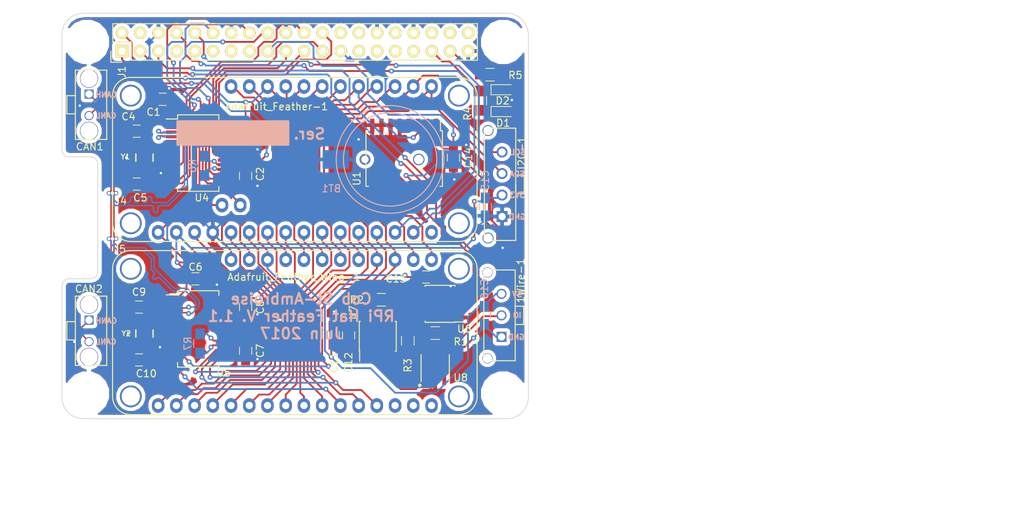
<source format=kicad_pcb>
(kicad_pcb (version 20170123) (host pcbnew no-vcs-found-1466d0c~58~ubuntu16.04.1)
  (title_block (date 2017-02-09))
  (layers (0 Top signal) (31 Bottom signal) (34 B.Paste user) (35 F.Paste user) (36 B.SilkS user) (37 F.SilkS user) (38 B.Mask user) (39 F.Mask user) (44 Edge.Cuts user))
  (net 0 "")
  (net 1 "Net-(J1-Pad40)")
  (net 2 GND)
  (net 3 "Net-(J1-Pad38)")
  (net 4 "Net-(J1-Pad37)")
  (net 5 "Net-(J1-Pad36)")
  (net 6 "Net-(J1-Pad35)")
  (net 7 "Net-(J1-Pad33)")
  (net 8 "Net-(J1-Pad32)")
  (net 9 "Net-(J1-Pad31)")
  (net 10 "Net-(J1-Pad29)")
  (net 11 "Net-(J1-Pad28)")
  (net 12 "Net-(J1-Pad27)")
  (net 13 "Net-(J1-Pad26)")
  (net 14 +3V3)
  (net 15 "Net-(J1-Pad15)")
  (net 16 "Net-(J1-Pad13)")
  (net 17 "Net-(J1-Pad11)")
  (net 18 "Net-(J1-Pad7)")
  (net 19 +5V)
  (net 20 "Net-(U1-Pad1)")
  (net 21 "Net-(U1-Pad4)")
  (net 22 /feather_connectors/EN)
  (net 23 /feather_connectors/D13)
  (net 24 /feather_connectors/D12)
  (net 25 /feather_connectors/D11)
  (net 26 /feather_connectors/D10)
  (net 27 /feather_connectors/A5)
  (net 28 /feather_connectors/A4)
  (net 29 /feather_connectors/A3)
  (net 30 /feather_connectors/A2)
  (net 31 /feather_connectors/A1)
  (net 32 /feather_connectors/A0)
  (net 33 /feather_connectors/VBAT)
  (net 34 /feather_connectors/ARF)
  (net 35 "Net-(C4-Pad2)")
  (net 36 "Net-(C5-Pad2)")
  (net 37 "Net-(C9-Pad2)")
  (net 38 "Net-(C10-Pad2)")
  (net 39 "Net-(U4-Pad21)")
  (net 40 "Net-(U4-Pad25)")
  (net 41 "Net-(U4-Pad20)")
  (net 42 "Net-(U4-Pad23)")
  (net 43 "Net-(U4-Pad22)")
  (net 44 "Net-(U4-Pad12)")
  (net 45 "Net-(U4-Pad11)")
  (net 46 "Net-(U4-Pad7)")
  (net 47 "Net-(U4-Pad6)")
  (net 48 "Net-(U4-Pad2)")
  (net 49 "Net-(U5-Pad2)")
  (net 50 "Net-(U5-Pad6)")
  (net 51 "Net-(U5-Pad7)")
  (net 52 "Net-(U5-Pad11)")
  (net 53 "Net-(U5-Pad12)")
  (net 54 "Net-(U5-Pad20)")
  (net 55 "Net-(U5-Pad21)")
  (net 56 "Net-(U5-Pad22)")
  (net 57 "Net-(U5-Pad23)")
  (net 58 "Net-(U5-Pad25)")
  (net 59 "Net-(U7-Pad6)")
  (net 60 "Net-(U8-Pad3)")
  (net 61 "Net-(U8-Pad4)")
  (net 62 /feather_connectors/FEATHER_3.3V)
  (net 63 /RPi_GPIO/MCP2515_CS_SPI)
  (net 64 /RPi_GPIO/RPi_CLK_SPI)
  (net 65 /RPi_GPIO/MCP2515_INT)
  (net 66 /RPi_GPIO/RPi_MISO_SPI)
  (net 67 /RPi_GPIO/RPi_MOSI_SPI)
  (net 68 /RPi_GPIO/swdio)
  (net 69 /RPi_GPIO/swclk)
  (net 70 /RPi_GPIO/nRST)
  (net 71 /feather_connectors/FEATHER_TXD)
  (net 72 /feather_connectors/FEATHER_RXD)
  (net 73 /RPi_GPIO/RPi_SCL_I2C)
  (net 74 /RPi_GPIO/RPi_SDA_I2C)
  (net 75 /feather_connectors/FEATHER_SDA_I2C)
  (net 76 /feather_connectors/FEATHER_SCL_I2C)
  (net 77 /1-wire/1_WIRE_IO)
  (net 78 /1-wire/1_WIRE_GND)
  (net 79 /CAN-)
  (net 80 /CAN+)
  (net 81 /feather_connectors/FEATHER_SCK_SPI)
  (net 82 /feather_connectors/FEATHER_MOSI_SPI)
  (net 83 /feather_connectors/FEATHER_MISO_SPI)
  (net 84 /feather_connectors/MCP2515_INT)
  (net 85 /feather_connectors/MCP2515_CS)
  (net 86 /RTC/VBAT)
  (net 87 "Net-(R1-Pad1)")
  (net 88 /1-wire/1_wire)
  (net 89 /1-wire/_sda)
  (net 90 /1-wire/_scl)
  (net 91 "Net-(Adafruit_Feather-1-Pad1)")
  (net 92 "Net-(Adafruit_Feather_Wing-1-Pad1)")
  (net 93 "Net-(Adafruit_Feather_Wing-1-Pad2)")
  (net 94 "Net-(Adafruit_Feather_Wing-1-Pad3)")
  (net 95 "Net-(D1-Pad1)")
  (net 96 "Net-(D2-Pad1)")
  (net 97 /RTC/INT_SQW)
  (net 98 "Net-(R6-Pad2)")
  (net 99 "Net-(R7-Pad2)")
  (module caribou:0436500317 (layer Top) (at 150.851291 101.738105 270)
    (fp_text reference 1Wire-1 (at -4.837105 -0.786709 90) (layer F.SilkS))
    (fp_text value CONN_01X03)
    (pad "" np_thru_hole circle (at 5.9944 3.860799 270) (size 1.397 1.397) (drill 1.27) (layers *.Cu *.Mask))
    (pad "" np_thru_hole circle (at -5.9944 3.860799 270) (size 1.397 1.397) (drill 1.27) (layers *.Cu *.Mask))
    (pad 3 thru_hole circle (at -2.9972 1.904999 270) (size 1.397 1.397) (drill 1.016) (layers *.Cu *.Mask) (net 19 +5V))
    (pad 2 thru_hole circle (at 0 1.904999 270) (size 1.397 1.397) (drill 1.016) (layers *.Cu *.Mask) (net 77 /1-wire/1_WIRE_IO))
    (pad 1 thru_hole rect (at 2.9972 1.904999 270) (size 1.397 1.397) (drill 1.016) (layers *.Cu *.Mask) (net 78 /1-wire/1_WIRE_GND))
  )
  (module Resistors_SMD:R_0805_HandSoldering (layer Top) (at 132.207 99.568 180)
    (fp_text reference R2 (at 3.429 0 180) (layer F.SilkS))
    (fp_text value 4.7k)
    (pad 1 smd rect (at -1.35 0 180) (size 1.5 1.3) (layers Top F.Paste F.Mask) (net 89 /1-wire/_sda))
    (pad 2 smd rect (at 1.35 0 180) (size 1.5 1.3) (layers Top F.Paste F.Mask) (net 19 +5V))
  )
  (module Resistors_SMD:R_0805_HandSoldering (layer Top) (at 135.89 105.283 270)
    (fp_text reference R3 (at 3.429 0 270) (layer F.SilkS))
    (fp_text value 4.7k)
    (pad 1 smd rect (at -1.35 0 270) (size 1.5 1.3) (layers Top F.Paste F.Mask) (net 90 /1-wire/_scl))
    (pad 2 smd rect (at 1.35 0 270) (size 1.5 1.3) (layers Top F.Paste F.Mask) (net 19 +5V))
  )
  (module Capacitors_SMD:C_0805_HandSoldering (layer Top) (at 127.635 104.521 90)
    (fp_text reference C12 (at -3.81 0 90) (layer F.SilkS))
    (fp_text value 0.1uf)
    (pad 1 smd rect (at -1.25 0 90) (size 1.5 1.25) (layers Top F.Paste F.Mask) (net 19 +5V))
    (pad 2 smd rect (at 1.25 0 90) (size 1.5 1.25) (layers Top F.Paste F.Mask) (net 2 GND))
  )
  (module Capacitors_SMD:C_0805_HandSoldering (layer Top) (at 125.476 104.521 90)
    (fp_text reference C11 (at -3.81 0.127 90) (layer F.SilkS))
    (fp_text value 1uf)
    (pad 1 smd rect (at -1.25 0 90) (size 1.5 1.25) (layers Top F.Paste F.Mask) (net 19 +5V))
    (pad 2 smd rect (at 1.25 0 90) (size 1.5 1.25) (layers Top F.Paste F.Mask) (net 2 GND))
  )
  (module Resistors_SMD:R_0805_HandSoldering (layer Top) (at 139.7 104.2035)
    (fp_text reference R1 (at 3.556 1.2065) (layer F.SilkS))
    (fp_text value 200k)
    (pad 1 smd rect (at -1.35 0) (size 1.5 1.3) (layers Top F.Paste F.Mask) (net 87 "Net-(R1-Pad1)"))
    (pad 2 smd rect (at 1.35 0) (size 1.5 1.3) (layers Top F.Paste F.Mask) (net 19 +5V))
  )
  (module Capacitors_SMD:C_0805_HandSoldering (layer Top) (at 138.43 96.393 180)
    (fp_text reference C13 (at 4.191 -0.254 180) (layer F.SilkS))
    (fp_text value 0.1u)
    (pad 1 smd rect (at -1.25 0 180) (size 1.5 1.25) (layers Top F.Paste F.Mask) (net 2 GND))
    (pad 2 smd rect (at 1.25 0 180) (size 1.5 1.25) (layers Top F.Paste F.Mask) (net 19 +5V))
  )
  (module Capacitors_SMD:C_0805_HandSoldering (layer Top) (at 142.24 79.756 270)
    (fp_text reference C14 (at 0 -2.1 270) (layer F.SilkS))
    (fp_text value 0.1u)
    (pad 1 smd rect (at -1.25 0 270) (size 1.5 1.25) (layers Top F.Paste F.Mask) (net 14 +3V3))
    (pad 2 smd rect (at 1.25 0 270) (size 1.5 1.25) (layers Top F.Paste F.Mask) (net 2 GND))
  )
  (module Capacitors_SMD:C_0805_HandSoldering (layer Top) (at 101.727 71.628)
    (fp_text reference C1 (at -1.27 1.778) (layer F.SilkS))
    (fp_text value 0.1u)
    (pad 1 smd rect (at -1.25 0) (size 1.5 1.25) (layers Top F.Paste F.Mask) (net 14 +3V3))
    (pad 2 smd rect (at 1.25 0) (size 1.5 1.25) (layers Top F.Paste F.Mask) (net 2 GND))
  )
  (module Capacitors_SMD:C_0805_HandSoldering (layer Top) (at 113.284 82.296 270)
    (fp_text reference C2 (at -0.254 -2.032 90) (layer F.SilkS))
    (fp_text value 0.1u)
    (pad 1 smd rect (at -1.25 0 270) (size 1.5 1.25) (layers Top F.Paste F.Mask) (net 14 +3V3))
    (pad 2 smd rect (at 1.25 0 270) (size 1.5 1.25) (layers Top F.Paste F.Mask) (net 2 GND))
  )
  (module Capacitors_SMD:C_0805_HandSoldering (layer Top) (at 113.284 76.962 90)
    (fp_text reference C3 (at 0 2.032 90) (layer F.SilkS))
    (fp_text value 0.1u)
    (pad 1 smd rect (at -1.25 0 90) (size 1.5 1.25) (layers Top F.Paste F.Mask) (net 2 GND))
    (pad 2 smd rect (at 1.25 0 90) (size 1.5 1.25) (layers Top F.Paste F.Mask) (net 19 +5V))
  )
  (module Capacitors_SMD:C_0805_HandSoldering (layer Top) (at 98.1075 76.073)
    (fp_text reference C4 (at -1.143 -2.032) (layer F.SilkS))
    (fp_text value 10pF)
    (pad 1 smd rect (at -1.25 0) (size 1.5 1.25) (layers Top F.Paste F.Mask) (net 2 GND))
    (pad 2 smd rect (at 1.25 0) (size 1.5 1.25) (layers Top F.Paste F.Mask) (net 35 "Net-(C4-Pad2)"))
  )
  (module Capacitors_SMD:C_0805_HandSoldering (layer Top) (at 98.1075 83.439)
    (fp_text reference C5 (at 0.508 1.905) (layer F.SilkS))
    (fp_text value 10pF)
    (pad 1 smd rect (at -1.25 0) (size 1.5 1.25) (layers Top F.Paste F.Mask) (net 2 GND))
    (pad 2 smd rect (at 1.25 0) (size 1.5 1.25) (layers Top F.Paste F.Mask) (net 36 "Net-(C5-Pad2)"))
  )
  (module Capacitors_SMD:C_0805_HandSoldering (layer Top) (at 106.299 96.647)
    (fp_text reference C6 (at 0 -1.651) (layer F.SilkS))
    (fp_text value 0.1u)
    (pad 1 smd rect (at -1.25 0) (size 1.5 1.25) (layers Top F.Paste F.Mask) (net 62 /feather_connectors/FEATHER_3.3V))
    (pad 2 smd rect (at 1.25 0) (size 1.5 1.25) (layers Top F.Paste F.Mask) (net 2 GND))
  )
  (module Capacitors_SMD:C_0805_HandSoldering (layer Top) (at 113.284 100.584 90)
    (fp_text reference C8 (at 0 2.032 90) (layer F.SilkS))
    (fp_text value 0.1u)
    (pad 1 smd rect (at -1.25 0 90) (size 1.5 1.25) (layers Top F.Paste F.Mask) (net 2 GND))
    (pad 2 smd rect (at 1.25 0 90) (size 1.5 1.25) (layers Top F.Paste F.Mask) (net 19 +5V))
  )
  (module Capacitors_SMD:C_0805_HandSoldering (layer Top) (at 113.284 106.68 270)
    (fp_text reference C7 (at 0 -2.032 270) (layer F.SilkS))
    (fp_text value 0.1u)
    (pad 1 smd rect (at -1.25 0 270) (size 1.5 1.25) (layers Top F.Paste F.Mask) (net 62 /feather_connectors/FEATHER_3.3V))
    (pad 2 smd rect (at 1.25 0 270) (size 1.5 1.25) (layers Top F.Paste F.Mask) (net 2 GND))
  )
  (module Capacitors_SMD:C_0805_HandSoldering (layer Top) (at 98.425 107.95)
    (fp_text reference C10 (at 1.016 1.905) (layer F.SilkS))
    (fp_text value 10pF)
    (pad 1 smd rect (at -1.25 0) (size 1.5 1.25) (layers Top F.Paste F.Mask) (net 2 GND))
    (pad 2 smd rect (at 1.25 0) (size 1.5 1.25) (layers Top F.Paste F.Mask) (net 38 "Net-(C10-Pad2)"))
  )
  (module caribou:0436500417 (layer Top) (at 150.92749 83.475504 270)
    (fp_text reference I2C-1 (at -4.354504 -0.83751 90) (layer F.SilkS))
    (fp_text value CONN_01X04)
    (pad "" np_thru_hole circle (at -7.493 3.860799 270) (size 1.524 1.524) (drill 1.27) (layers *.Cu *.Mask))
    (pad "" np_thru_hole circle (at 7.493 3.860799 270) (size 1.524 1.524) (drill 1.27) (layers *.Cu *.Mask))
    (pad 4 thru_hole circle (at -4.4958 1.904999 270) (size 1.524 1.524) (drill 1.016) (layers *.Cu *.Mask) (net 76 /feather_connectors/FEATHER_SCL_I2C))
    (pad 3 thru_hole circle (at -1.4986 1.904999 270) (size 1.524 1.524) (drill 1.016) (layers *.Cu *.Mask) (net 75 /feather_connectors/FEATHER_SDA_I2C))
    (pad 2 thru_hole circle (at 1.4986 1.904999 270) (size 1.524 1.524) (drill 1.016) (layers *.Cu *.Mask) (net 62 /feather_connectors/FEATHER_3.3V))
    (pad 1 thru_hole rect (at 4.4958 1.904999 270) (size 1.524 1.524) (drill 1.016) (layers *.Cu *.Mask) (net 2 GND))
  )
  (module caribou:0436500219 (layer Top) (at 91.948 103.886 90)
    (fp_text reference CAN2 (at 5.842 -0.508 180) (layer F.SilkS))
    (fp_text value CONN_01X02)
    (pad HOLE thru_hole circle (at -3.6449 -0.482601 90) (size 2.54 2.54) (drill 2.413) (layers *.Cu *.Mask))
    (pad HOLE thru_hole circle (at 3.644899 -0.482601 90) (size 2.54 2.54) (drill 2.413) (layers *.Cu *.Mask))
    (pad 1 thru_hole rect (at 1.485899 -0.482601 90) (size 1.27 1.27) (drill 1.016) (layers *.Cu *.Mask) (net 80 /CAN+))
    (pad 2 thru_hole circle (at -1.511301 -0.482601 90) (size 1.27 1.27) (drill 1.016) (layers *.Cu *.Mask) (net 79 /CAN-))
  )
  (module caribou:0436500219 (layer Top) (at 91.948 72.39 90)
    (fp_text reference CAN1 (at -5.842 -0.381 180) (layer F.SilkS))
    (fp_text value CONN_01X02)
    (pad HOLE thru_hole circle (at -3.6449 -0.482601 90) (size 2.54 2.54) (drill 2.413) (layers *.Cu *.Mask))
    (pad HOLE thru_hole circle (at 3.644899 -0.482601 90) (size 2.54 2.54) (drill 2.413) (layers *.Cu *.Mask))
    (pad 1 thru_hole rect (at 1.485899 -0.482601 90) (size 1.27 1.27) (drill 1.016) (layers *.Cu *.Mask) (net 80 /CAN+))
    (pad 2 thru_hole circle (at -1.511301 -0.482601 90) (size 1.27 1.27) (drill 1.016) (layers *.Cu *.Mask) (net 79 /CAN-))
  )
  (module Housings_SSOP:SSOP-28_5.3x10.2mm_Pitch0.65mm (layer Top) (at 106.68 103.632)
    (fp_text reference U5 (at 3.556 6.096) (layer F.SilkS))
    (fp_text value MCP25625)
    (pad 1 smd rect (at -3.6 -4.225) (size 1.75 0.45) (layers Top F.Paste F.Mask) (net 62 /feather_connectors/FEATHER_3.3V))
    (pad 2 smd rect (at -3.6 -3.575) (size 1.75 0.45) (layers Top F.Paste F.Mask) (net 49 "Net-(U5-Pad2)"))
    (pad 3 smd rect (at -3.6 -2.925) (size 1.75 0.45) (layers Top F.Paste F.Mask) (net 79 /CAN-))
    (pad 4 smd rect (at -3.6 -2.275) (size 1.75 0.45) (layers Top F.Paste F.Mask) (net 80 /CAN+))
    (pad 5 smd rect (at -3.6 -1.625) (size 1.75 0.45) (layers Top F.Paste F.Mask) (net 2 GND))
    (pad 6 smd rect (at -3.6 -0.975) (size 1.75 0.45) (layers Top F.Paste F.Mask) (net 50 "Net-(U5-Pad6)"))
    (pad 7 smd rect (at -3.6 -0.325) (size 1.75 0.45) (layers Top F.Paste F.Mask) (net 51 "Net-(U5-Pad7)"))
    (pad 8 smd rect (at -3.6 0.325) (size 1.75 0.45) (layers Top F.Paste F.Mask) (net 37 "Net-(C9-Pad2)"))
    (pad 9 smd rect (at -3.6 0.975) (size 1.75 0.45) (layers Top F.Paste F.Mask) (net 38 "Net-(C10-Pad2)"))
    (pad 10 smd rect (at -3.6 1.625) (size 1.75 0.45) (layers Top F.Paste F.Mask) (net 2 GND))
    (pad 11 smd rect (at -3.6 2.275) (size 1.75 0.45) (layers Top F.Paste F.Mask) (net 52 "Net-(U5-Pad11)"))
    (pad 12 smd rect (at -3.6 2.925) (size 1.75 0.45) (layers Top F.Paste F.Mask) (net 53 "Net-(U5-Pad12)"))
    (pad 13 smd rect (at -3.6 3.575) (size 1.75 0.45) (layers Top F.Paste F.Mask) (net 84 /feather_connectors/MCP2515_INT))
    (pad 14 smd rect (at -3.6 4.225) (size 1.75 0.45) (layers Top F.Paste F.Mask) (net 81 /feather_connectors/FEATHER_SCK_SPI))
    (pad 15 smd rect (at 3.6 4.225) (size 1.75 0.45) (layers Top F.Paste F.Mask) (net 82 /feather_connectors/FEATHER_MOSI_SPI))
    (pad 16 smd rect (at 3.6 3.575) (size 1.75 0.45) (layers Top F.Paste F.Mask) (net 83 /feather_connectors/FEATHER_MISO_SPI))
    (pad 17 smd rect (at 3.6 2.925) (size 1.75 0.45) (layers Top F.Paste F.Mask) (net 85 /feather_connectors/MCP2515_CS))
    (pad 18 smd rect (at 3.6 2.275) (size 1.75 0.45) (layers Top F.Paste F.Mask) (net 99 "Net-(R7-Pad2)"))
    (pad 19 smd rect (at 3.6 1.625) (size 1.75 0.45) (layers Top F.Paste F.Mask) (net 62 /feather_connectors/FEATHER_3.3V))
    (pad 20 smd rect (at 3.6 0.975) (size 1.75 0.45) (layers Top F.Paste F.Mask) (net 54 "Net-(U5-Pad20)"))
    (pad 21 smd rect (at 3.6 0.325) (size 1.75 0.45) (layers Top F.Paste F.Mask) (net 55 "Net-(U5-Pad21)"))
    (pad 22 smd rect (at 3.6 -0.325) (size 1.75 0.45) (layers Top F.Paste F.Mask) (net 56 "Net-(U5-Pad22)"))
    (pad 23 smd rect (at 3.6 -0.975) (size 1.75 0.45) (layers Top F.Paste F.Mask) (net 57 "Net-(U5-Pad23)"))
    (pad 24 smd rect (at 3.6 -1.625) (size 1.75 0.45) (layers Top F.Paste F.Mask) (net 54 "Net-(U5-Pad20)"))
    (pad 25 smd rect (at 3.6 -2.275) (size 1.75 0.45) (layers Top F.Paste F.Mask) (net 58 "Net-(U5-Pad25)"))
    (pad 26 smd rect (at 3.6 -2.925) (size 1.75 0.45) (layers Top F.Paste F.Mask) (net 2 GND))
    (pad 27 smd rect (at 3.6 -3.575) (size 1.75 0.45) (layers Top F.Paste F.Mask) (net 19 +5V))
    (pad 28 smd rect (at 3.6 -4.225) (size 1.75 0.45) (layers Top F.Paste F.Mask) (net 55 "Net-(U5-Pad21)"))
  )
  (module Housings_SOIC:SOIC-8_3.9x4.9mm_Pitch1.27mm (layer Top) (at 140.376 100.132 180)
    (fp_text reference U6 (at -3.388 -3.5 180) (layer F.SilkS))
    (fp_text value PCA9306)
    (pad 8 smd rect (at 2.7 -1.905 180) (size 1.55 0.6) (layers Top F.Paste F.Mask) (net 87 "Net-(R1-Pad1)"))
    (pad 7 smd rect (at 2.7 -0.635 180) (size 1.55 0.6) (layers Top F.Paste F.Mask) (net 19 +5V))
    (pad 6 smd rect (at 2.7 0.635 180) (size 1.55 0.6) (layers Top F.Paste F.Mask) (net 90 /1-wire/_scl))
    (pad 5 smd rect (at 2.7 1.905 180) (size 1.55 0.6) (layers Top F.Paste F.Mask) (net 89 /1-wire/_sda))
    (pad 4 smd rect (at -2.7 1.905 180) (size 1.55 0.6) (layers Top F.Paste F.Mask) (net 74 /RPi_GPIO/RPi_SDA_I2C))
    (pad 3 smd rect (at -2.7 0.635 180) (size 1.55 0.6) (layers Top F.Paste F.Mask) (net 73 /RPi_GPIO/RPi_SCL_I2C))
    (pad 2 smd rect (at -2.7 -0.635 180) (size 1.55 0.6) (layers Top F.Paste F.Mask) (net 14 +3V3))
    (pad 1 smd rect (at -2.7 -1.905 180) (size 1.55 0.6) (layers Top F.Paste F.Mask) (net 2 GND))
  )
  (module RPi_Hat:Pin_Header_Straight_2x20 (layer Top) (at 120.1808 63.6392 90)
    (fp_text reference J1 (at -4.191 -24.13 90) (layer F.SilkS))
    (fp_text value RPi_GPIO)
    (pad 40 thru_hole oval (at 1.27 24.13 90) (size 1.7272 1.7272) (drill 1.016) (layers *.Cu *.Mask F.SilkS) (net 1 "Net-(J1-Pad40)"))
    (pad 39 thru_hole oval (at -1.27 24.13 90) (size 1.7272 1.7272) (drill 1.016) (layers *.Cu *.Mask F.SilkS) (net 2 GND))
    (pad 38 thru_hole oval (at 1.27 21.59 90) (size 1.7272 1.7272) (drill 1.016) (layers *.Cu *.Mask F.SilkS) (net 3 "Net-(J1-Pad38)"))
    (pad 37 thru_hole oval (at -1.27 21.59 90) (size 1.7272 1.7272) (drill 1.016) (layers *.Cu *.Mask F.SilkS) (net 4 "Net-(J1-Pad37)"))
    (pad 36 thru_hole oval (at 1.27 19.05 90) (size 1.7272 1.7272) (drill 1.016) (layers *.Cu *.Mask F.SilkS) (net 5 "Net-(J1-Pad36)"))
    (pad 35 thru_hole oval (at -1.27 19.05 90) (size 1.7272 1.7272) (drill 1.016) (layers *.Cu *.Mask F.SilkS) (net 6 "Net-(J1-Pad35)"))
    (pad 34 thru_hole oval (at 1.27 16.51 90) (size 1.7272 1.7272) (drill 1.016) (layers *.Cu *.Mask F.SilkS) (net 2 GND))
    (pad 33 thru_hole oval (at -1.27 16.51 90) (size 1.7272 1.7272) (drill 1.016) (layers *.Cu *.Mask F.SilkS) (net 7 "Net-(J1-Pad33)"))
    (pad 32 thru_hole oval (at 1.27 13.97 90) (size 1.7272 1.7272) (drill 1.016) (layers *.Cu *.Mask F.SilkS) (net 8 "Net-(J1-Pad32)"))
    (pad 31 thru_hole oval (at -1.27 13.97 90) (size 1.7272 1.7272) (drill 1.016) (layers *.Cu *.Mask F.SilkS) (net 9 "Net-(J1-Pad31)"))
    (pad 30 thru_hole oval (at 1.27 11.43 90) (size 1.7272 1.7272) (drill 1.016) (layers *.Cu *.Mask F.SilkS) (net 2 GND))
    (pad 29 thru_hole oval (at -1.27 11.43 90) (size 1.7272 1.7272) (drill 1.016) (layers *.Cu *.Mask F.SilkS) (net 10 "Net-(J1-Pad29)"))
    (pad 28 thru_hole oval (at 1.27 8.89 90) (size 1.7272 1.7272) (drill 1.016) (layers *.Cu *.Mask F.SilkS) (net 11 "Net-(J1-Pad28)"))
    (pad 27 thru_hole oval (at -1.27 8.89 90) (size 1.7272 1.7272) (drill 1.016) (layers *.Cu *.Mask F.SilkS) (net 12 "Net-(J1-Pad27)"))
    (pad 26 thru_hole oval (at 1.27 6.35 90) (size 1.7272 1.7272) (drill 1.016) (layers *.Cu *.Mask F.SilkS) (net 13 "Net-(J1-Pad26)"))
    (pad 25 thru_hole oval (at -1.27 6.35 90) (size 1.7272 1.7272) (drill 1.016) (layers *.Cu *.Mask F.SilkS) (net 2 GND))
    (pad 24 thru_hole oval (at 1.27 3.81 90) (size 1.7272 1.7272) (drill 1.016) (layers *.Cu *.Mask F.SilkS) (net 63 /RPi_GPIO/MCP2515_CS_SPI))
    (pad 23 thru_hole oval (at -1.27 3.81 90) (size 1.7272 1.7272) (drill 1.016) (layers *.Cu *.Mask F.SilkS) (net 64 /RPi_GPIO/RPi_CLK_SPI))
    (pad 22 thru_hole oval (at 1.27 1.27 90) (size 1.7272 1.7272) (drill 1.016) (layers *.Cu *.Mask F.SilkS) (net 65 /RPi_GPIO/MCP2515_INT))
    (pad 21 thru_hole oval (at -1.27 1.27 90) (size 1.7272 1.7272) (drill 1.016) (layers *.Cu *.Mask F.SilkS) (net 66 /RPi_GPIO/RPi_MISO_SPI))
    (pad 20 thru_hole oval (at 1.27 -1.27 90) (size 1.7272 1.7272) (drill 1.016) (layers *.Cu *.Mask F.SilkS) (net 2 GND))
    (pad 19 thru_hole oval (at -1.27 -1.27 90) (size 1.7272 1.7272) (drill 1.016) (layers *.Cu *.Mask F.SilkS) (net 67 /RPi_GPIO/RPi_MOSI_SPI))
    (pad 18 thru_hole oval (at 1.27 -3.81 90) (size 1.7272 1.7272) (drill 1.016) (layers *.Cu *.Mask F.SilkS) (net 68 /RPi_GPIO/swdio))
    (pad 17 thru_hole oval (at -1.27 -3.81 90) (size 1.7272 1.7272) (drill 1.016) (layers *.Cu *.Mask F.SilkS) (net 14 +3V3))
    (pad 16 thru_hole oval (at 1.27 -6.35 90) (size 1.7272 1.7272) (drill 1.016) (layers *.Cu *.Mask F.SilkS) (net 69 /RPi_GPIO/swclk))
    (pad 15 thru_hole oval (at -1.27 -6.35 90) (size 1.7272 1.7272) (drill 1.016) (layers *.Cu *.Mask F.SilkS) (net 15 "Net-(J1-Pad15)"))
    (pad 14 thru_hole oval (at 1.27 -8.89 90) (size 1.7272 1.7272) (drill 1.016) (layers *.Cu *.Mask F.SilkS) (net 2 GND))
    (pad 13 thru_hole oval (at -1.27 -8.89 90) (size 1.7272 1.7272) (drill 1.016) (layers *.Cu *.Mask F.SilkS) (net 16 "Net-(J1-Pad13)"))
    (pad 12 thru_hole oval (at 1.27 -11.43 90) (size 1.7272 1.7272) (drill 1.016) (layers *.Cu *.Mask F.SilkS) (net 70 /RPi_GPIO/nRST))
    (pad 11 thru_hole oval (at -1.27 -11.43 90) (size 1.7272 1.7272) (drill 1.016) (layers *.Cu *.Mask F.SilkS) (net 17 "Net-(J1-Pad11)"))
    (pad 10 thru_hole oval (at 1.27 -13.97 90) (size 1.7272 1.7272) (drill 1.016) (layers *.Cu *.Mask F.SilkS) (net 71 /feather_connectors/FEATHER_TXD))
    (pad 9 thru_hole oval (at -1.27 -13.97 90) (size 1.7272 1.7272) (drill 1.016) (layers *.Cu *.Mask F.SilkS) (net 2 GND))
    (pad 8 thru_hole oval (at 1.27 -16.51 90) (size 1.7272 1.7272) (drill 1.016) (layers *.Cu *.Mask F.SilkS) (net 72 /feather_connectors/FEATHER_RXD))
    (pad 7 thru_hole oval (at -1.27 -16.51 90) (size 1.7272 1.7272) (drill 1.016) (layers *.Cu *.Mask F.SilkS) (net 18 "Net-(J1-Pad7)"))
    (pad 6 thru_hole oval (at 1.27 -19.05 90) (size 1.7272 1.7272) (drill 1.016) (layers *.Cu *.Mask F.SilkS) (net 2 GND))
    (pad 5 thru_hole oval (at -1.27 -19.05 90) (size 1.7272 1.7272) (drill 1.016) (layers *.Cu *.Mask F.SilkS) (net 73 /RPi_GPIO/RPi_SCL_I2C))
    (pad 4 thru_hole oval (at 1.27 -21.59 90) (size 1.7272 1.7272) (drill 1.016) (layers *.Cu *.Mask F.SilkS) (net 19 +5V))
    (pad 3 thru_hole oval (at -1.27 -21.59 90) (size 1.7272 1.7272) (drill 1.016) (layers *.Cu *.Mask F.SilkS) (net 74 /RPi_GPIO/RPi_SDA_I2C))
    (pad 2 thru_hole oval (at 1.27 -24.13 90) (size 1.7272 1.7272) (drill 1.016) (layers *.Cu *.Mask F.SilkS) (net 19 +5V))
    (pad 1 thru_hole rect (at -1.27 -24.13 90) (size 1.7272 1.7272) (drill 1.016) (layers *.Cu *.Mask F.SilkS) (net 14 +3V3))
  )
  (module caribou:FEATHER_MO_LORA (layer Top) (at 101.1 90.18)
    (fp_text reference Adafruit_Feather-1 (at 16.502 -17.536) (layer F.SilkS))
    (fp_text value FEATHER_MO_LORA)
    (pad HOLE thru_hole circle (at -3.818 -19.06) (size 3.048 3.048) (drill 2.54) (layers *.Cu *.Mask))
    (pad HOLE thru_hole circle (at -3.818 -1.28) (size 3.048 3.048) (drill 2.54) (layers *.Cu *.Mask))
    (pad HOLE thru_hole circle (at 41.902 -1.28) (size 3.048 3.048) (drill 2.54) (layers *.Cu *.Mask))
    (pad HOLE thru_hole circle (at 41.902 -19.06) (size 3.048 3.048) (drill 2.54) (layers *.Cu *.Mask))
    (pad 16 thru_hole oval (at -0.008 -0.01) (size 1.7272 2.032) (drill 1.016) (layers *.Cu *.Mask) (net 70 /RPi_GPIO/nRST))
    (pad 15 thru_hole oval (at 2.532 -0.01) (size 1.7272 2.032) (drill 1.016) (layers *.Cu *.Mask) (net 62 /feather_connectors/FEATHER_3.3V))
    (pad 14 thru_hole oval (at 5.072 -0.01) (size 1.7272 2.032) (drill 1.016) (layers *.Cu *.Mask) (net 34 /feather_connectors/ARF))
    (pad 13 thru_hole oval (at 7.612 -0.01) (size 1.7272 2.032) (drill 1.016) (layers *.Cu *.Mask) (net 2 GND))
    (pad 31 thru_hole oval (at 10.152 -20.33) (size 1.7272 2.032) (drill 1.016) (layers *.Cu *.Mask) (net 33 /feather_connectors/VBAT))
    (pad 12 thru_hole oval (at 10.152 -0.01) (size 1.7272 2.032) (drill 1.016) (layers *.Cu *.Mask) (net 32 /feather_connectors/A0))
    (pad 11 thru_hole oval (at 12.692 -0.01) (size 1.7272 2.032) (drill 1.016) (layers *.Cu *.Mask) (net 31 /feather_connectors/A1))
    (pad 10 thru_hole oval (at 15.232 -0.01) (size 1.7272 2.032) (drill 1.016) (layers *.Cu *.Mask) (net 30 /feather_connectors/A2))
    (pad 9 thru_hole oval (at 17.772 -0.01) (size 1.7272 2.032) (drill 1.016) (layers *.Cu *.Mask) (net 29 /feather_connectors/A3))
    (pad 8 thru_hole oval (at 20.312 -0.01) (size 1.7272 2.032) (drill 1.016) (layers *.Cu *.Mask) (net 28 /feather_connectors/A4))
    (pad 7 thru_hole oval (at 22.852 -0.01) (size 1.7272 2.032) (drill 1.016) (layers *.Cu *.Mask) (net 27 /feather_connectors/A5))
    (pad 6 thru_hole oval (at 25.392 -0.01) (size 1.7272 2.032) (drill 1.016) (layers *.Cu *.Mask) (net 81 /feather_connectors/FEATHER_SCK_SPI))
    (pad 5 thru_hole oval (at 27.932 -0.01) (size 1.7272 2.032) (drill 1.016) (layers *.Cu *.Mask) (net 82 /feather_connectors/FEATHER_MOSI_SPI))
    (pad 4 thru_hole oval (at 30.472 -0.01) (size 1.7272 2.032) (drill 1.016) (layers *.Cu *.Mask) (net 83 /feather_connectors/FEATHER_MISO_SPI))
    (pad 3 thru_hole oval (at 33.012 -0.01) (size 1.7272 2.032) (drill 1.016) (layers *.Cu *.Mask) (net 72 /feather_connectors/FEATHER_RXD))
    (pad 2 thru_hole oval (at 35.552 -0.01) (size 1.7272 2.032) (drill 1.016) (layers *.Cu *.Mask) (net 71 /feather_connectors/FEATHER_TXD))
    (pad 1 thru_hole oval (at 38.092 -0.01) (size 1.7272 2.032) (drill 1.016) (layers *.Cu *.Mask) (net 91 "Net-(Adafruit_Feather-1-Pad1)"))
    (pad 20 thru_hole oval (at 38.092 -20.33) (size 1.7272 2.032) (drill 1.016) (layers *.Cu *.Mask) (net 75 /feather_connectors/FEATHER_SDA_I2C))
    (pad 21 thru_hole oval (at 35.552 -20.33) (size 1.7272 2.032) (drill 1.016) (layers *.Cu *.Mask) (net 76 /feather_connectors/FEATHER_SCL_I2C))
    (pad 22 thru_hole oval (at 33.012 -20.33) (size 1.7272 2.032) (drill 1.016) (layers *.Cu *.Mask) (net 84 /feather_connectors/MCP2515_INT))
    (pad 23 thru_hole oval (at 30.472 -20.33) (size 1.7272 2.032) (drill 1.016) (layers *.Cu *.Mask) (net 85 /feather_connectors/MCP2515_CS))
    (pad 24 thru_hole oval (at 27.932 -20.33) (size 1.7272 2.032) (drill 1.016) (layers *.Cu *.Mask) (net 97 /RTC/INT_SQW))
    (pad 25 thru_hole oval (at 25.392 -20.33) (size 1.7272 2.032) (drill 1.016) (layers *.Cu *.Mask) (net 26 /feather_connectors/D10))
    (pad 26 thru_hole oval (at 22.852 -20.33) (size 1.7272 2.032) (drill 1.016) (layers *.Cu *.Mask) (net 25 /feather_connectors/D11))
    (pad 27 thru_hole oval (at 20.312 -20.33) (size 1.7272 2.032) (drill 1.016) (layers *.Cu *.Mask) (net 24 /feather_connectors/D12))
    (pad 28 thru_hole oval (at 17.772 -20.33) (size 1.7272 2.032) (drill 1.016) (layers *.Cu *.Mask) (net 23 /feather_connectors/D13))
    (pad 29 thru_hole oval (at 15.232 -20.33) (size 1.7272 2.032) (drill 1.016) (layers *.Cu *.Mask) (net 19 +5V))
    (pad 30 thru_hole oval (at 12.692 -20.33) (size 1.7272 2.032) (drill 1.016) (layers *.Cu *.Mask) (net 22 /feather_connectors/EN))
    (pad 33 thru_hole oval (at 8.89 -3.81) (size 1.7272 2.032) (drill 1.016) (layers *.Cu *.Mask) (net 69 /RPi_GPIO/swclk))
    (pad 32 thru_hole oval (at 11.43 -3.81) (size 1.7272 2.032) (drill 1.016) (layers *.Cu *.Mask) (net 68 /RPi_GPIO/swdio))
  )
  (module caribou:FEATHER_WING (layer Top) (at 101.1 114.31)
    (fp_text reference Adafruit_Feather_Wing-1 (at 18.915 -17.917) (layer F.SilkS))
    (fp_text value FEATHER_WING)
    (pad 30 thru_hole oval (at 12.692 -20.33) (size 1.7272 2.032) (drill 1.016) (layers *.Cu *.Mask) (net 22 /feather_connectors/EN))
    (pad 29 thru_hole oval (at 15.232 -20.33) (size 1.7272 2.032) (drill 1.016) (layers *.Cu *.Mask) (net 19 +5V))
    (pad 28 thru_hole oval (at 17.772 -20.33) (size 1.7272 2.032) (drill 1.016) (layers *.Cu *.Mask) (net 23 /feather_connectors/D13))
    (pad 27 thru_hole oval (at 20.312 -20.33) (size 1.7272 2.032) (drill 1.016) (layers *.Cu *.Mask) (net 24 /feather_connectors/D12))
    (pad 26 thru_hole oval (at 22.852 -20.33) (size 1.7272 2.032) (drill 1.016) (layers *.Cu *.Mask) (net 25 /feather_connectors/D11))
    (pad 25 thru_hole oval (at 25.392 -20.33) (size 1.7272 2.032) (drill 1.016) (layers *.Cu *.Mask) (net 26 /feather_connectors/D10))
    (pad 24 thru_hole oval (at 27.932 -20.33) (size 1.7272 2.032) (drill 1.016) (layers *.Cu *.Mask) (net 97 /RTC/INT_SQW))
    (pad 23 thru_hole oval (at 30.472 -20.33) (size 1.7272 2.032) (drill 1.016) (layers *.Cu *.Mask) (net 85 /feather_connectors/MCP2515_CS))
    (pad 22 thru_hole oval (at 33.012 -20.33) (size 1.7272 2.032) (drill 1.016) (layers *.Cu *.Mask) (net 84 /feather_connectors/MCP2515_INT))
    (pad 21 thru_hole oval (at 35.552 -20.33) (size 1.7272 2.032) (drill 1.016) (layers *.Cu *.Mask) (net 76 /feather_connectors/FEATHER_SCL_I2C))
    (pad 20 thru_hole oval (at 38.092 -20.33) (size 1.7272 2.032) (drill 1.016) (layers *.Cu *.Mask) (net 75 /feather_connectors/FEATHER_SDA_I2C))
    (pad 1 thru_hole oval (at 38.092 -0.01) (size 1.7272 2.032) (drill 1.016) (layers *.Cu *.Mask) (net 92 "Net-(Adafruit_Feather_Wing-1-Pad1)"))
    (pad 2 thru_hole oval (at 35.552 -0.01) (size 1.7272 2.032) (drill 1.016) (layers *.Cu *.Mask) (net 93 "Net-(Adafruit_Feather_Wing-1-Pad2)"))
    (pad 3 thru_hole oval (at 33.012 -0.01) (size 1.7272 2.032) (drill 1.016) (layers *.Cu *.Mask) (net 94 "Net-(Adafruit_Feather_Wing-1-Pad3)"))
    (pad 4 thru_hole oval (at 30.472 -0.01) (size 1.7272 2.032) (drill 1.016) (layers *.Cu *.Mask) (net 83 /feather_connectors/FEATHER_MISO_SPI))
    (pad 5 thru_hole oval (at 27.932 -0.01) (size 1.7272 2.032) (drill 1.016) (layers *.Cu *.Mask) (net 82 /feather_connectors/FEATHER_MOSI_SPI))
    (pad 6 thru_hole oval (at 25.392 -0.01) (size 1.7272 2.032) (drill 1.016) (layers *.Cu *.Mask) (net 81 /feather_connectors/FEATHER_SCK_SPI))
    (pad 7 thru_hole oval (at 22.852 -0.01) (size 1.7272 2.032) (drill 1.016) (layers *.Cu *.Mask) (net 27 /feather_connectors/A5))
    (pad 8 thru_hole oval (at 20.312 -0.01) (size 1.7272 2.032) (drill 1.016) (layers *.Cu *.Mask) (net 28 /feather_connectors/A4))
    (pad 9 thru_hole oval (at 17.772 -0.01) (size 1.7272 2.032) (drill 1.016) (layers *.Cu *.Mask) (net 29 /feather_connectors/A3))
    (pad 10 thru_hole oval (at 15.232 -0.01) (size 1.7272 2.032) (drill 1.016) (layers *.Cu *.Mask) (net 30 /feather_connectors/A2))
    (pad 11 thru_hole oval (at 12.692 -0.01) (size 1.7272 2.032) (drill 1.016) (layers *.Cu *.Mask) (net 31 /feather_connectors/A1))
    (pad 12 thru_hole oval (at 10.152 -0.01) (size 1.7272 2.032) (drill 1.016) (layers *.Cu *.Mask) (net 32 /feather_connectors/A0))
    (pad 31 thru_hole oval (at 10.152 -20.33) (size 1.7272 2.032) (drill 1.016) (layers *.Cu *.Mask) (net 33 /feather_connectors/VBAT))
    (pad 13 thru_hole oval (at 7.612 -0.01) (size 1.7272 2.032) (drill 1.016) (layers *.Cu *.Mask) (net 2 GND))
    (pad 14 thru_hole oval (at 5.072 -0.01) (size 1.7272 2.032) (drill 1.016) (layers *.Cu *.Mask) (net 34 /feather_connectors/ARF))
    (pad 15 thru_hole oval (at 2.532 -0.01) (size 1.7272 2.032) (drill 1.016) (layers *.Cu *.Mask) (net 62 /feather_connectors/FEATHER_3.3V))
    (pad 16 thru_hole oval (at -0.008 -0.01) (size 1.7272 2.032) (drill 1.016) (layers *.Cu *.Mask) (net 70 /RPi_GPIO/nRST))
    (pad HOLE thru_hole circle (at 41.902 -19.06) (size 3.048 3.048) (drill 2.54) (layers *.Cu *.Mask))
    (pad HOLE thru_hole circle (at 41.902 -1.28) (size 3.048 3.048) (drill 2.54) (layers *.Cu *.Mask))
    (pad HOLE thru_hole circle (at -3.818 -1.28) (size 3.048 3.048) (drill 2.54) (layers *.Cu *.Mask))
    (pad HOLE thru_hole circle (at -3.818 -19.06) (size 3.048 3.048) (drill 2.54) (layers *.Cu *.Mask))
  )
  (module Housings_SSOP:SSOP-28_5.3x10.2mm_Pitch0.65mm (layer Top) (at 106.68 79.121)
    (fp_text reference U4 (at 0.508 6.223) (layer F.SilkS))
    (fp_text value MCP25625)
    (pad 28 smd rect (at 3.6 -4.225) (size 1.75 0.45) (layers Top F.Paste F.Mask) (net 39 "Net-(U4-Pad21)"))
    (pad 27 smd rect (at 3.6 -3.575) (size 1.75 0.45) (layers Top F.Paste F.Mask) (net 19 +5V))
    (pad 26 smd rect (at 3.6 -2.925) (size 1.75 0.45) (layers Top F.Paste F.Mask) (net 2 GND))
    (pad 25 smd rect (at 3.6 -2.275) (size 1.75 0.45) (layers Top F.Paste F.Mask) (net 40 "Net-(U4-Pad25)"))
    (pad 24 smd rect (at 3.6 -1.625) (size 1.75 0.45) (layers Top F.Paste F.Mask) (net 41 "Net-(U4-Pad20)"))
    (pad 23 smd rect (at 3.6 -0.975) (size 1.75 0.45) (layers Top F.Paste F.Mask) (net 42 "Net-(U4-Pad23)"))
    (pad 22 smd rect (at 3.6 -0.325) (size 1.75 0.45) (layers Top F.Paste F.Mask) (net 43 "Net-(U4-Pad22)"))
    (pad 21 smd rect (at 3.6 0.325) (size 1.75 0.45) (layers Top F.Paste F.Mask) (net 39 "Net-(U4-Pad21)"))
    (pad 20 smd rect (at 3.6 0.975) (size 1.75 0.45) (layers Top F.Paste F.Mask) (net 41 "Net-(U4-Pad20)"))
    (pad 19 smd rect (at 3.6 1.625) (size 1.75 0.45) (layers Top F.Paste F.Mask) (net 14 +3V3))
    (pad 18 smd rect (at 3.6 2.275) (size 1.75 0.45) (layers Top F.Paste F.Mask) (net 98 "Net-(R6-Pad2)"))
    (pad 17 smd rect (at 3.6 2.925) (size 1.75 0.45) (layers Top F.Paste F.Mask) (net 63 /RPi_GPIO/MCP2515_CS_SPI))
    (pad 16 smd rect (at 3.6 3.575) (size 1.75 0.45) (layers Top F.Paste F.Mask) (net 66 /RPi_GPIO/RPi_MISO_SPI))
    (pad 15 smd rect (at 3.6 4.225) (size 1.75 0.45) (layers Top F.Paste F.Mask) (net 67 /RPi_GPIO/RPi_MOSI_SPI))
    (pad 14 smd rect (at -3.6 4.225) (size 1.75 0.45) (layers Top F.Paste F.Mask) (net 64 /RPi_GPIO/RPi_CLK_SPI))
    (pad 13 smd rect (at -3.6 3.575) (size 1.75 0.45) (layers Top F.Paste F.Mask) (net 65 /RPi_GPIO/MCP2515_INT))
    (pad 12 smd rect (at -3.6 2.925) (size 1.75 0.45) (layers Top F.Paste F.Mask) (net 44 "Net-(U4-Pad12)"))
    (pad 11 smd rect (at -3.6 2.275) (size 1.75 0.45) (layers Top F.Paste F.Mask) (net 45 "Net-(U4-Pad11)"))
    (pad 10 smd rect (at -3.6 1.625) (size 1.75 0.45) (layers Top F.Paste F.Mask) (net 2 GND))
    (pad 9 smd rect (at -3.6 0.975) (size 1.75 0.45) (layers Top F.Paste F.Mask) (net 36 "Net-(C5-Pad2)"))
    (pad 8 smd rect (at -3.6 0.325) (size 1.75 0.45) (layers Top F.Paste F.Mask) (net 35 "Net-(C4-Pad2)"))
    (pad 7 smd rect (at -3.6 -0.325) (size 1.75 0.45) (layers Top F.Paste F.Mask) (net 46 "Net-(U4-Pad7)"))
    (pad 6 smd rect (at -3.6 -0.975) (size 1.75 0.45) (layers Top F.Paste F.Mask) (net 47 "Net-(U4-Pad6)"))
    (pad 5 smd rect (at -3.6 -1.625) (size 1.75 0.45) (layers Top F.Paste F.Mask) (net 2 GND))
    (pad 4 smd rect (at -3.6 -2.275) (size 1.75 0.45) (layers Top F.Paste F.Mask) (net 80 /CAN+))
    (pad 3 smd rect (at -3.6 -2.925) (size 1.75 0.45) (layers Top F.Paste F.Mask) (net 79 /CAN-))
    (pad 2 smd rect (at -3.6 -3.575) (size 1.75 0.45) (layers Top F.Paste F.Mask) (net 48 "Net-(U4-Pad2)"))
    (pad 1 smd rect (at -3.6 -4.225) (size 1.75 0.45) (layers Top F.Paste F.Mask) (net 14 +3V3))
  )
  (module RPi_Hat:RPi_Hat_Mounting_Hole (layer Top) (at 149.1808 63.6392)
    (fp_text reference "" hide)
    (fp_text value "" hide)
    (pad "" np_thru_hole circle (at 0 0) (size 2.75 2.75) (drill 2.75) (layers *.Cu *.Mask) (clearance 1.725))
  )
  (module RPi_Hat:RPi_Hat_Mounting_Hole (layer Top) (at 149.1808 112.6392)
    (fp_text reference "" hide)
    (fp_text value "" hide)
    (pad "" np_thru_hole circle (at 0 0) (size 2.75 2.75) (drill 2.75) (layers *.Cu *.Mask) (clearance 1.725))
  )
  (module RPi_Hat:RPi_Hat_Mounting_Hole (layer Top) (at 91.1808 112.6392)
    (fp_text reference "" hide)
    (fp_text value "" hide)
    (pad "" np_thru_hole circle (at 0 0) (size 2.75 2.75) (drill 2.75) (layers *.Cu *.Mask) (clearance 1.725))
  )
  (module RPi_Hat:RPi_Hat_Mounting_Hole (layer Top) (at 91.1808 63.6392)
    (fp_text reference "" hide)
    (fp_text value "" hide)
    (pad "" np_thru_hole circle (at 0 0) (size 2.75 2.75) (drill 2.75) (layers *.Cu *.Mask) (clearance 1.725))
  )
  (module Capacitors_SMD:C_0805_HandSoldering (layer Top) (at 98.425 100.584)
    (fp_text reference C9 (at 0 -2.1) (layer F.SilkS))
    (fp_text value 10pF)
    (pad 1 smd rect (at -1.25 0) (size 1.5 1.25) (layers Top F.Paste F.Mask) (net 2 GND))
    (pad 2 smd rect (at 1.25 0) (size 1.5 1.25) (layers Top F.Paste F.Mask) (net 37 "Net-(C9-Pad2)"))
  )
  (module Housings_SOIC:SOIC-8_3.9x4.9mm_Pitch1.27mm (layer Top) (at 131.699 104.648 90)
    (fp_text reference U7 (at 3.302 -3.429 90) (layer F.SilkS))
    (fp_text value DS2482-100)
    (pad 1 smd rect (at -2.7 -1.905 90) (size 1.55 0.6) (layers Top F.Paste F.Mask) (net 19 +5V))
    (pad 2 smd rect (at -2.7 -0.635 90) (size 1.55 0.6) (layers Top F.Paste F.Mask) (net 88 /1-wire/1_wire))
    (pad 3 smd rect (at -2.7 0.635 90) (size 1.55 0.6) (layers Top F.Paste F.Mask) (net 2 GND))
    (pad 4 smd rect (at -2.7 1.905 90) (size 1.55 0.6) (layers Top F.Paste F.Mask) (net 90 /1-wire/_scl))
    (pad 5 smd rect (at 2.7 1.905 90) (size 1.55 0.6) (layers Top F.Paste F.Mask) (net 89 /1-wire/_sda))
    (pad 6 smd rect (at 2.7 0.635 90) (size 1.55 0.6) (layers Top F.Paste F.Mask) (net 59 "Net-(U7-Pad6)"))
    (pad 7 smd rect (at 2.7 -0.635 90) (size 1.55 0.6) (layers Top F.Paste F.Mask) (net 2 GND))
    (pad 8 smd rect (at 2.7 -1.905 90) (size 1.55 0.6) (layers Top F.Paste F.Mask) (net 2 GND))
  )
  (module caribou:BC501SM (layer Bottom) (at 133.4135 80.01)
    (fp_text reference BT1 (at -8.1915 4.064) (layer B.SilkS) (effects (justify mirror)))
    (fp_text value Battery_Cell)
    (pad "" np_thru_hole circle (at -3.5 0) (size 1.524 1.524) (drill 1.016) (layers *.Cu *.Mask))
    (pad "" np_thru_hole circle (at 4 0) (size 1.6 1.6) (drill 1.3) (layers *.Cu *.Mask))
    (pad 1 smd rect (at 8.23 0) (size 3.54 2.6) (layers Bottom B.Paste B.Mask) (net 86 /RTC/VBAT))
    (pad 2 smd rect (at -7.57 0) (size 3.66 2.6) (layers Bottom B.Paste B.Mask) (net 2 GND))
  )
  (module caribou:SMD-2520 (layer Top) (at 99.187 79.756)
    (fp_text reference Y1 (at -2.667 -0.127) (layer F.SilkS) (effects (font (size 0.7 0.7))))
    (fp_text value 16MHz hide)
    (pad 2 smd rect (at 0 1.3) (size 2.4 1.1) (layers Top F.Paste F.Mask) (net 36 "Net-(C5-Pad2)"))
    (pad 1 smd rect (at 0 -1.3) (size 2.4 1.1) (layers Top F.Paste F.Mask) (net 35 "Net-(C4-Pad2)"))
  )
  (module caribou:SMD-2520 (layer Top) (at 99.187 104.267)
    (fp_text reference Y2 (at -2.54 0) (layer F.SilkS) (effects (font (size 0.7 0.7))))
    (fp_text value 16MHz hide)
    (pad 1 smd rect (at 0 -1.3) (size 2.4 1.1) (layers Top F.Paste F.Mask) (net 37 "Net-(C9-Pad2)"))
    (pad 2 smd rect (at 0 1.3) (size 2.4 1.1) (layers Top F.Paste F.Mask) (net 38 "Net-(C10-Pad2)"))
  )
  (module caribou:CAN_NODE_JONCTION (layer Top) (at 95.234 84.709 180)
    (fp_text reference J4 (at -0.651 -1.0795 180) (layer F.SilkS))
    (fp_text value CAN_NODE_JUNCTION)
    (pad 2 thru_hole circle (at 1 0 180) (size 0.6 0.6) (drill 0.4) (layers *.Cu *.Mask) (net 79 /CAN-))
    (pad 1 thru_hole circle (at 0 0 180) (size 0.6 0.6) (drill 0.4) (layers *.Cu *.Mask) (net 80 /CAN+))
  )
  (module caribou:CAN_NODE_JONCTION (layer Top) (at 95.234 91.059 180)
    (fp_text reference J5 (at -0.524 -1.4605 180) (layer F.SilkS))
    (fp_text value CAN_NODE_JUNCTION)
    (pad 1 thru_hole circle (at 0 0 180) (size 0.6 0.6) (drill 0.4) (layers *.Cu *.Mask) (net 80 /CAN+))
    (pad 2 thru_hole circle (at 1 0 180) (size 0.6 0.6) (drill 0.4) (layers *.Cu *.Mask) (net 79 /CAN-))
  )
  (module Capacitors_SMD:C_0805_HandSoldering (layer Bottom) (at 146.685 86.614 90)
    (fp_text reference C15 (at 3.683 0 90) (layer B.SilkS) (effects (justify mirror)))
    (fp_text value 0.1u)
    (pad 2 smd rect (at 1.25 0 90) (size 1.5 1.25) (layers Bottom B.Paste B.Mask) (net 62 /feather_connectors/FEATHER_3.3V))
    (pad 1 smd rect (at -1.25 0 90) (size 1.5 1.25) (layers Bottom B.Paste B.Mask) (net 2 GND))
  )
  (module caribou:TSOC-6 (layer Top) (at 139.7 109.093 90)
    (fp_text reference U8 (at -1.3335 3.556 -180) (layer F.SilkS))
    (fp_text value DS9503)
    (pad 1 smd rect (at -1.525 -1.27 90) (size 1.7 0.53) (layers Top F.Paste F.Mask) (net 88 /1-wire/1_wire))
    (pad 2 smd rect (at -1.525 0 90) (size 1.7 0.53) (layers Top F.Paste F.Mask) (net 2 GND))
    (pad 3 smd rect (at -1.525 1.27 90) (size 1.7 0.53) (layers Top F.Paste F.Mask) (net 60 "Net-(U8-Pad3)"))
    (pad 6 smd rect (at 1.525 -1.27 90) (size 1.7 0.53) (layers Top F.Paste F.Mask) (net 77 /1-wire/1_WIRE_IO))
    (pad 5 smd rect (at 1.525 0 90) (size 1.7 0.53) (layers Top F.Paste F.Mask) (net 78 /1-wire/1_WIRE_GND))
    (pad 4 smd rect (at 1.525 1.27 90) (size 1.7 0.53) (layers Top F.Paste F.Mask) (net 61 "Net-(U8-Pad4)"))
  )
  (module caribou:SOIC-16W_7.5x10.3mm_Pitch1.27mm (layer Top) (at 135.382 79.883 270)
    (fp_text reference U1 (at 2.794 6.604 270) (layer F.SilkS))
    (fp_text value DS3231)
    (pad 16 smd rect (at 4.65 -4.445 270) (size 1.8 0.6) (layers Top F.Paste F.Mask) (net 73 /RPi_GPIO/RPi_SCL_I2C))
    (pad 15 smd rect (at 4.65 -3.175 270) (size 1.8 0.6) (layers Top F.Paste F.Mask) (net 74 /RPi_GPIO/RPi_SDA_I2C))
    (pad 14 smd rect (at 4.65 -1.905 270) (size 1.8 0.6) (layers Top F.Paste F.Mask) (net 86 /RTC/VBAT))
    (pad 13 smd rect (at 4.65 -0.635 270) (size 1.8 0.6) (layers Top F.Paste F.Mask) (net 2 GND))
    (pad 12 smd rect (at 4.65 0.635 270) (size 1.8 0.6) (layers Top F.Paste F.Mask) (net 2 GND))
    (pad 11 smd rect (at 4.65 1.905 270) (size 1.8 0.6) (layers Top F.Paste F.Mask) (net 2 GND))
    (pad 10 smd rect (at 4.65 3.175 270) (size 1.8 0.6) (layers Top F.Paste F.Mask) (net 2 GND))
    (pad 9 smd rect (at 4.65 4.445 270) (size 1.8 0.6) (layers Top F.Paste F.Mask) (net 2 GND))
    (pad 8 smd rect (at -4.65 4.445 270) (size 1.8 0.6) (layers Top F.Paste F.Mask) (net 2 GND))
    (pad 7 smd rect (at -4.65 3.175 270) (size 1.8 0.6) (layers Top F.Paste F.Mask) (net 2 GND))
    (pad 6 smd rect (at -4.65 1.905 270) (size 1.8 0.6) (layers Top F.Paste F.Mask) (net 2 GND))
    (pad 5 smd rect (at -4.65 0.635 270) (size 1.8 0.6) (layers Top F.Paste F.Mask) (net 2 GND))
    (pad 4 smd rect (at -4.65 -0.635 270) (size 1.8 0.6) (layers Top F.Paste F.Mask) (net 21 "Net-(U1-Pad4)"))
    (pad 3 smd rect (at -4.65 -1.905 270) (size 1.8 0.6) (layers Top F.Paste F.Mask) (net 97 /RTC/INT_SQW))
    (pad 2 smd rect (at -4.65 -3.175 270) (size 1.8 0.6) (layers Top F.Paste F.Mask) (net 14 +3V3))
    (pad 1 smd rect (at -4.65 -4.445 270) (size 1.8 0.6) (layers Top F.Paste F.Mask) (net 20 "Net-(U1-Pad1)"))
  )
  (module LEDs:LED_0805 (layer Top) (at 149.2885 73.3425)
    (fp_text reference D1 (at -0.1143 1.5875) (layer F.SilkS))
    (fp_text value LED)
    (pad 1 smd rect (at -1.1 0 180) (size 1.2 1.2) (layers Top F.Paste F.Mask) (net 95 "Net-(D1-Pad1)"))
    (pad 2 smd rect (at 1.1 0 180) (size 1.2 1.2) (layers Top F.Paste F.Mask) (net 2 GND))
  )
  (module LEDs:LED_0805 (layer Top) (at 149.2885 70.2945)
    (fp_text reference D2 (at -0.1905 1.5367) (layer F.SilkS))
    (fp_text value LED)
    (pad 2 smd rect (at 1.1 0 180) (size 1.2 1.2) (layers Top F.Paste F.Mask) (net 2 GND))
    (pad 1 smd rect (at -1.1 0 180) (size 1.2 1.2) (layers Top F.Paste F.Mask) (net 96 "Net-(D2-Pad1)"))
  )
  (module Resistors_SMD:R_0805_HandSoldering (layer Top) (at 145.9865 71.8185 270)
    (fp_text reference R4 (at 1.7907 1.7653 270) (layer F.SilkS))
    (fp_text value 1k)
    (pad 1 smd rect (at -1.35 0 270) (size 1.5 1.3) (layers Top F.Paste F.Mask) (net 6 "Net-(J1-Pad35)"))
    (pad 2 smd rect (at 1.35 0 270) (size 1.5 1.3) (layers Top F.Paste F.Mask) (net 95 "Net-(D1-Pad1)"))
  )
  (module Resistors_SMD:R_0805_HandSoldering (layer Top) (at 147.3416 68.199)
    (fp_text reference R5 (at 3.5344 0.0762) (layer F.SilkS))
    (fp_text value 1k)
    (pad 2 smd rect (at 1.35 0) (size 1.5 1.3) (layers Top F.Paste F.Mask) (net 96 "Net-(D2-Pad1)"))
    (pad 1 smd rect (at -1.35 0) (size 1.5 1.3) (layers Top F.Paste F.Mask) (net 4 "Net-(J1-Pad37)"))
  )
  (module Resistors_SMD:R_0805_HandSoldering (layer Bottom) (at 107.569 80.899 270)
    (fp_text reference R6 (at 0 1.7 270) (layer B.SilkS) (effects (justify mirror)))
    (fp_text value 10k)
    (pad 2 smd rect (at 1.35 0 270) (size 1.5 1.3) (layers Bottom B.Paste B.Mask) (net 98 "Net-(R6-Pad2)"))
    (pad 1 smd rect (at -1.35 0 270) (size 1.5 1.3) (layers Bottom B.Paste B.Mask) (net 14 +3V3))
  )
  (module Resistors_SMD:R_0805_HandSoldering (layer Bottom) (at 106.934 105.664 270)
    (fp_text reference R7 (at 0 1.7 270) (layer B.SilkS) (effects (justify mirror)))
    (fp_text value 10k)
    (pad 2 smd rect (at 1.35 0 270) (size 1.5 1.3) (layers Bottom B.Paste B.Mask) (net 99 "Net-(R7-Pad2)"))
    (pad 1 smd rect (at -1.35 0 270) (size 1.5 1.3) (layers Bottom B.Paste B.Mask) (net 62 /feather_connectors/FEATHER_3.3V))
  )
  (module Capacitors_SMD:C_0805_HandSoldering (layer Bottom) (at 146.558 101.727 90)
    (fp_text reference C16 (at 3.683 0 90) (layer B.SilkS) (effects (justify mirror)))
    (fp_text value 1uF)
    (pad 2 smd rect (at 1.25 0 90) (size 1.5 1.25) (layers Bottom B.Paste B.Mask) (net 19 +5V))
    (pad 1 smd rect (at -1.25 0 90) (size 1.5 1.25) (layers Bottom B.Paste B.Mask) (net 78 /1-wire/1_WIRE_GND))
  )
  (gr_text CANL (at 93.853 105.41) (layer B.SilkS) (effects (font (size 0.75 0.75) (thickness 0.1875)) (justify mirror)))
  (gr_text CANH (at 93.853 102.489) (layer B.SilkS) (effects (font (size 0.75 0.75) (thickness 0.1875)) (justify mirror)))
  (gr_text CANL (at 93.853 73.914) (layer B.SilkS) (effects (font (size 0.75 0.75) (thickness 0.1875)) (justify mirror)))
  (gr_text CANH (at 93.853 70.993) (layer B.SilkS) (effects (font (size 0.75 0.75) (thickness 0.1875)) (justify mirror)))
  (gr_text GND (at 151.003 104.775) (layer B.SilkS) (effects (font (size 0.75 0.75) (thickness 0.1875)) (justify mirror)))
  (gr_text IO (at 151.13 101.727) (layer B.SilkS) (effects (font (size 0.75 0.75) (thickness 0.1875)) (justify mirror)))
  (gr_text 5V (at 151.13 98.806) (layer B.SilkS) (effects (font (size 0.75 0.75) (thickness 0.1875)) (justify mirror)))
  (gr_text SCL (at 151.257 78.994) (layer B.SilkS) (effects (font (size 0.75 0.75) (thickness 0.1875)) (justify mirror)))
  (gr_text SDA (at 151.13 82.042) (layer B.SilkS) (effects (font (size 0.75 0.75) (thickness 0.1875)) (justify mirror)))
  (gr_text 3V3 (at 151.13 84.963) (layer B.SilkS) (effects (font (size 0.75 0.75) (thickness 0.1875)) (justify mirror)))
  (gr_text GND (at 151.13 88.011) (layer B.SilkS) (effects (font (size 0.75 0.75) (thickness 0.1875)) (justify mirror)))
  (gr_text Ser. (at 122.174 76.454) (layer B.SilkS) (effects (font (size 1.5 1.5) (thickness 0.3)) (justify mirror)))
  (gr_text "Cob St-Ambroise\nRPi Hat Feather V. 1.1\nJuin 2017" (at 121.031 101.854) (layer B.SilkS) (effects (font (size 1.5 1.5) (thickness 0.3)) (justify mirror)))
  (gr_arc (start 88.681491 97.640104) (end 87.681491 97.640104) (angle 90) (layer Edge.Cuts) (width 0.1))
  (gr_line (start 88.681491 96.640104) (end 88.681491 96.640104) (layer Edge.Cuts) (width 0.1))
  (gr_line (start 91.681491 96.640104) (end 88.681491 96.640104) (layer Edge.Cuts) (width 0.1))
  (gr_arc (start 91.681491 95.640104) (end 92.681491 95.640104) (angle 90) (layer Edge.Cuts) (width 0.1))
  (gr_line (start 92.681491 80.640104) (end 92.681491 95.640104) (layer Edge.Cuts) (width 0.1))
  (gr_arc (start 91.681491 80.640104) (end 91.681491 79.640104) (angle 90) (layer Edge.Cuts) (width 0.1))
  (gr_line (start 88.681491 79.640104) (end 91.681491 79.640104) (layer Edge.Cuts) (width 0.1))
  (gr_arc (start 88.681491 78.640104) (end 88.681491 79.640104) (angle 90) (layer Edge.Cuts) (width 0.1))
  (gr_arc (start 149.6808 62.6392) (end 149.6808 59.6392) (angle 90) (layer Edge.Cuts) (width 0.1))
  (gr_arc (start 149.6808 113.1392) (end 152.6808 113.1392) (angle 90) (layer Edge.Cuts) (width 0.1))
  (gr_arc (start 90.6808 113.1392) (end 90.6808 116.1392) (angle 90) (layer Edge.Cuts) (width 0.1))
  (gr_arc (start 90.6808 62.6392) (end 87.6808 62.6392) (angle 90) (layer Edge.Cuts) (width 0.1))
  (gr_line (start 87.6808 97.6392) (end 87.6808 113.1392) (layer Edge.Cuts) (width 0.1))
  (gr_line (start 87.6808 62.6392) (end 87.6808 78.6392) (layer Edge.Cuts) (width 0.1))
  (gr_line (start 90.6808 116.1392) (end 149.6808 116.1392) (angle 90) (layer Edge.Cuts) (width 0.1))
  (gr_line (start 152.6808 62.6392) (end 152.6808 113.1392) (angle 90) (layer Edge.Cuts) (width 0.1))
  (gr_line (start 90.6808 59.6392) (end 149.6808 59.6392) (angle 90) (layer Edge.Cuts) (width 0.1))
  (segment (start 99.903001 67.137001) (end 99.476002 67.564) (width 0.25) (layer Bottom) (net 2))
  (segment (start 99.476002 67.564) (end 96.496933 67.564) (width 0.25) (layer Bottom) (net 2))
  (segment (start 96.496933 67.564) (end 91.543933 72.517) (width 0.25) (layer Bottom) (net 2))
  (segment (start 91.543933 72.517) (end 90.654933 72.517) (width 0.25) (layer Bottom) (net 2))
  (segment (start 90.654933 72.517) (end 90.17 72.517) (width 0.25) (layer Bottom) (net 2))
  (segment (start 89.750893 105.067101) (end 89.407994 105.41) (width 0.25) (layer Bottom) (net 2))
  (segment (start 90.550994 104.267) (end 89.750893 105.067101) (width 0.25) (layer Bottom) (net 2))
  (segment (start 96.901 104.267) (end 90.550994 104.267) (width 0.25) (layer Bottom) (net 2))
  (via (at 89.407994 105.41) (size 0.6858) (drill 0.3302) (layers Top Bottom) (net 2))
  (via (at 90.17 72.517) (size 0.6858) (drill 0.3302) (layers Top Bottom) (net 2))
  (segment (start 102.958909 70.446899) (end 102.61601 70.104) (width 0.25) (layer Bottom) (net 2))
  (segment (start 111.12501 78.613) (end 102.958909 70.446899) (width 0.25) (layer Bottom) (net 2))
  (segment (start 102.958909 70.446899) (end 102.61601 70.104) (width 0.25) (layer Top) (net 2))
  (segment (start 102.977 70.46499) (end 102.958909 70.446899) (width 0.25) (layer Top) (net 2))
  (segment (start 102.977 71.628) (end 102.977 70.46499) (width 0.25) (layer Top) (net 2))
  (segment (start 102.273111 69.761101) (end 102.61601 70.104) (width 0.25) (layer Bottom) (net 2))
  (segment (start 99.903001 67.390991) (end 102.273111 69.761101) (width 0.25) (layer Bottom) (net 2))
  (segment (start 114.935 78.613) (end 111.12501 78.613) (width 0.25) (layer Bottom) (net 2))
  (segment (start 99.903001 67.137001) (end 99.903001 67.390991) (width 0.25) (layer Bottom) (net 2))
  (via (at 102.61601 70.104) (size 0.6858) (drill 0.3302) (layers Top Bottom) (net 2))
  (segment (start 108.712 114.3) (end 108.712 114.1476) (width 0.25) (layer Top) (net 2))
  (segment (start 108.712 114.1476) (end 111.4806 111.379) (width 0.25) (layer Top) (net 2))
  (segment (start 111.4806 111.379) (end 115.951 111.379) (width 0.25) (layer Top) (net 2))
  (segment (start 115.951 111.379) (end 118.11 109.22) (width 0.25) (layer Top) (net 2))
  (segment (start 118.11 109.22) (end 118.11 102.846933) (width 0.25) (layer Top) (net 2))
  (segment (start 118.11 102.846933) (end 118.11 102.362) (width 0.25) (layer Top) (net 2))
  (segment (start 117.767101 102.019101) (end 118.11 102.362) (width 0.25) (layer Bottom) (net 2))
  (segment (start 117.348 101.6) (end 117.767101 102.019101) (width 0.25) (layer Bottom) (net 2))
  (segment (start 114.935 101.6) (end 117.348 101.6) (width 0.25) (layer Bottom) (net 2))
  (via (at 118.11 102.362) (size 0.6858) (drill 0.3302) (layers Top Bottom) (net 2))
  (segment (start 126.5308 64.9092) (end 127.719401 66.097801) (width 0.25) (layer Bottom) (net 2))
  (segment (start 132.7785 71.5645) (end 134.112 72.898) (width 0.25) (layer Bottom) (net 2))
  (segment (start 127.719401 66.097801) (end 130.423301 66.097801) (width 0.25) (layer Bottom) (net 2))
  (segment (start 130.423301 66.097801) (end 132.7785 68.453) (width 0.25) (layer Bottom) (net 2))
  (segment (start 132.7785 68.453) (end 132.7785 71.5645) (width 0.25) (layer Bottom) (net 2))
  (segment (start 134.112 72.898) (end 140.589 72.898) (width 0.25) (layer Bottom) (net 2))
  (segment (start 140.589 72.898) (end 143.51 75.819) (width 0.25) (layer Bottom) (net 2))
  (segment (start 143.51 75.819) (end 143.51 76.5175) (width 0.25) (layer Bottom) (net 2))
  (segment (start 104.603912 80.347088) (end 104.603912 76.708) (width 0.25) (layer Top) (net 2))
  (segment (start 104.603912 76.708) (end 104.603912 74.129912) (width 0.25) (layer Top) (net 2))
  (segment (start 104.603912 77.101088) (end 104.603912 76.708) (width 0.254) (layer Top) (net 2))
  (segment (start 103.08 77.496) (end 104.209 77.496) (width 0.254) (layer Top) (net 2))
  (segment (start 104.209 77.496) (end 104.603912 77.101088) (width 0.254) (layer Top) (net 2))
  (segment (start 104.205 105.257) (end 107.188 102.274) (width 0.25) (layer Top) (net 2))
  (segment (start 107.188 102.274) (end 107.3785 102.0835) (width 0.25) (layer Top) (net 2))
  (segment (start 104.818 102.616) (end 106.846 102.616) (width 0.254) (layer Top) (net 2))
  (segment (start 106.846 102.616) (end 107.188 102.274) (width 0.254) (layer Top) (net 2))
  (segment (start 103.08 102.007) (end 104.209 102.007) (width 0.254) (layer Top) (net 2))
  (segment (start 104.209 102.007) (end 104.818 102.616) (width 0.254) (layer Top) (net 2))
  (segment (start 150.3885 72.4925) (end 150.3885 71.7296) (width 0.25) (layer Top) (net 2))
  (segment (start 150.3885 71.7296) (end 150.3885 70.2945) (width 0.25) (layer Top) (net 2))
  (segment (start 147.955 67.691) (end 150.3885 70.1245) (width 0.25) (layer Bottom) (net 2))
  (segment (start 150.3885 70.1245) (end 150.3885 71.7296) (width 0.25) (layer Bottom) (net 2))
  (via (at 150.3885 71.7296) (size 0.6858) (drill 0.3302) (layers Top Bottom) (net 2))
  (segment (start 145.871286 67.691) (end 147.955 67.691) (width 0.25) (layer Bottom) (net 2))
  (segment (start 144.3108 64.9092) (end 144.3108 66.130514) (width 0.25) (layer Bottom) (net 2))
  (segment (start 144.3108 66.130514) (end 145.871286 67.691) (width 0.25) (layer Bottom) (net 2))
  (segment (start 150.3885 73.3425) (end 150.3885 72.4925) (width 0.25) (layer Top) (net 2))
  (segment (start 143.51 76.5175) (end 143.51 77.47) (width 0.254) (layer Bottom) (net 2))
  (segment (start 143.51 77.47) (end 143.718001 77.678001) (width 0.254) (layer Bottom) (net 2))
  (segment (start 143.718001 77.678001) (end 144.018 77.978) (width 0.254) (layer Bottom) (net 2))
  (segment (start 148.010491 87.971304) (end 149.022491 87.971304) (width 0.25) (layer Bottom) (net 2))
  (segment (start 147.076648 87.971304) (end 148.010491 87.971304) (width 0.25) (layer Bottom) (net 2))
  (segment (start 108.712 90.3224) (end 110.2106 91.821) (width 0.25) (layer Bottom) (net 2))
  (segment (start 108.712 90.17) (end 108.712 90.3224) (width 0.25) (layer Bottom) (net 2))
  (segment (start 143.226952 91.821) (end 147.076648 87.971304) (width 0.25) (layer Bottom) (net 2))
  (segment (start 110.2106 91.821) (end 143.226952 91.821) (width 0.25) (layer Bottom) (net 2))
  (segment (start 103.08 105.257) (end 104.205 105.257) (width 0.25) (layer Top) (net 2))
  (segment (start 107.3785 102.0835) (end 107.3785 99.352165) (width 0.25) (layer Top) (net 2))
  (segment (start 107.3785 99.352165) (end 108.973384 97.757281) (width 0.25) (layer Top) (net 2))
  (segment (start 108.973384 97.757281) (end 109.273383 97.457282) (width 0.25) (layer Top) (net 2))
  (segment (start 143.076 102.037) (end 142.051 102.037) (width 0.25) (layer Top) (net 2))
  (segment (start 142.051 102.037) (end 140.97 100.956) (width 0.25) (layer Top) (net 2))
  (segment (start 140.97 100.956) (end 140.97 100.476) (width 0.25) (layer Top) (net 2))
  (segment (start 142.791264 82.804) (end 144.018 81.577264) (width 0.254) (layer Bottom) (net 2))
  (segment (start 142.367 82.804) (end 142.791264 82.804) (width 0.254) (layer Bottom) (net 2))
  (segment (start 144.317999 78.277999) (end 144.018 77.978) (width 0.254) (layer Top) (net 2))
  (segment (start 147.193 88.138) (end 147.193 81.153) (width 0.254) (layer Top) (net 2))
  (segment (start 148.971 89.916) (end 147.193 88.138) (width 0.254) (layer Top) (net 2))
  (segment (start 148.971 92.329) (end 148.971 89.916) (width 0.254) (layer Top) (net 2))
  (segment (start 147.193 81.153) (end 144.317999 78.277999) (width 0.254) (layer Top) (net 2))
  (segment (start 144.018 78.402264) (end 144.018 77.978) (width 0.254) (layer Bottom) (net 2))
  (segment (start 144.018 81.577264) (end 144.018 78.402264) (width 0.254) (layer Bottom) (net 2))
  (via (at 144.018 77.978) (size 0.6858) (drill 0.3302) (layers Top Bottom) (net 2))
  (segment (start 149.098 92.329) (end 149.098 96.139) (width 0.25) (layer Bottom) (net 2))
  (segment (start 149.098 96.139) (end 147.574 97.663) (width 0.25) (layer Bottom) (net 2))
  (segment (start 147.574 97.663) (end 142.283264 97.663) (width 0.25) (layer Bottom) (net 2))
  (segment (start 142.283264 97.663) (end 141.859 97.663) (width 0.25) (layer Bottom) (net 2))
  (segment (start 140.589 96.393) (end 141.559001 97.363001) (width 0.25) (layer Top) (net 2))
  (segment (start 139.805 96.393) (end 140.589 96.393) (width 0.25) (layer Top) (net 2))
  (segment (start 129.159 97.663) (end 141.434736 97.663) (width 0.25) (layer Bottom) (net 2))
  (segment (start 125.603 101.219) (end 129.159 97.663) (width 0.25) (layer Bottom) (net 2))
  (segment (start 141.434736 97.663) (end 141.859 97.663) (width 0.25) (layer Bottom) (net 2))
  (segment (start 141.559001 97.363001) (end 141.859 97.663) (width 0.25) (layer Top) (net 2))
  (via (at 141.859 97.663) (size 0.6858) (drill 0.3302) (layers Top Bottom) (net 2))
  (segment (start 139.68 96.393) (end 139.805 96.393) (width 0.25) (layer Top) (net 2))
  (segment (start 109.273383 97.457282) (end 108.973384 97.157283) (width 0.25) (layer Bottom) (net 2))
  (segment (start 108.973384 97.157283) (end 105.158283 97.157283) (width 0.25) (layer Bottom) (net 2))
  (segment (start 105.158283 97.157283) (end 102.362 94.361) (width 0.25) (layer Bottom) (net 2))
  (segment (start 102.362 94.361) (end 102.362 89.408) (width 0.25) (layer Bottom) (net 2))
  (segment (start 108.712 90.0176) (end 108.712 90.17) (width 0.25) (layer Bottom) (net 2))
  (segment (start 102.362 89.408) (end 103.124 88.646) (width 0.25) (layer Bottom) (net 2))
  (segment (start 103.124 88.646) (end 107.3404 88.646) (width 0.25) (layer Bottom) (net 2))
  (segment (start 107.3404 88.646) (end 108.712 90.0176) (width 0.25) (layer Bottom) (net 2))
  (segment (start 137.033 110.744) (end 137.287 110.49) (width 0.25) (layer Top) (net 2))
  (segment (start 137.287 110.49) (end 137.287 109.855) (width 0.25) (layer Top) (net 2))
  (segment (start 137.287 109.855) (end 137.922 109.22) (width 0.25) (layer Top) (net 2))
  (segment (start 137.922 109.22) (end 139.065 109.22) (width 0.25) (layer Top) (net 2))
  (segment (start 139.065 109.22) (end 139.7 109.855) (width 0.25) (layer Top) (net 2))
  (segment (start 139.7 109.855) (end 139.7 110.618) (width 0.25) (layer Top) (net 2))
  (segment (start 132.334 107.348) (end 132.334 108.377) (width 0.254) (layer Top) (net 2))
  (segment (start 132.334 108.377) (end 135.209 111.252) (width 0.254) (layer Top) (net 2))
  (segment (start 135.209 111.252) (end 136.525 111.252) (width 0.254) (layer Top) (net 2))
  (segment (start 136.525 111.252) (end 137.033 110.744) (width 0.254) (layer Top) (net 2))
  (segment (start 131.064 101.948) (end 131.064 102.973) (width 0.25) (layer Top) (net 2))
  (segment (start 131.064 102.973) (end 132.334 104.243) (width 0.25) (layer Top) (net 2))
  (segment (start 132.334 104.243) (end 132.334 106.323) (width 0.25) (layer Top) (net 2))
  (segment (start 132.334 106.323) (end 132.334 107.348) (width 0.25) (layer Top) (net 2))
  (segment (start 129.794 101.948) (end 131.064 101.948) (width 0.25) (layer Top) (net 2))
  (segment (start 127.635 103.271) (end 127.635 103.146) (width 0.25) (layer Top) (net 2))
  (segment (start 127.635 103.146) (end 128.833 101.948) (width 0.25) (layer Top) (net 2))
  (segment (start 128.833 101.948) (end 129.244 101.948) (width 0.25) (layer Top) (net 2))
  (segment (start 129.244 101.948) (end 129.794 101.948) (width 0.25) (layer Top) (net 2))
  (segment (start 125.476 103.271) (end 127.635 103.271) (width 0.25) (layer Top) (net 2))
  (segment (start 125.603 101.219) (end 125.603 103.144) (width 0.25) (layer Top) (net 2))
  (segment (start 125.603 103.144) (end 125.476 103.271) (width 0.25) (layer Top) (net 2))
  (via (at 125.603 101.219) (size 0.6858) (drill 0.3302) (layers Top Bottom) (net 2))
  (segment (start 148.971 92.329) (end 149.098 92.329) (width 0.25) (layer Top) (net 2))
  (via (at 149.098 92.329) (size 0.6858) (drill 0.3302) (layers Top Bottom) (net 2))
  (segment (start 140.97 100.476) (end 140.97 97.558) (width 0.25) (layer Top) (net 2))
  (segment (start 140.97 97.558) (end 139.805 96.393) (width 0.25) (layer Top) (net 2))
  (segment (start 142.24 81.006) (end 141.361 81.006) (width 0.254) (layer Top) (net 2))
  (segment (start 141.361 81.006) (end 141.341 81.026) (width 0.254) (layer Top) (net 2))
  (segment (start 141.341 81.026) (end 140.462 81.026) (width 0.254) (layer Top) (net 2))
  (segment (start 142.367 82.804) (end 142.367 81.133) (width 0.254) (layer Top) (net 2))
  (segment (start 142.367 81.133) (end 142.24 81.006) (width 0.254) (layer Top) (net 2))
  (via (at 142.367 82.804) (size 0.6858) (drill 0.3302) (layers Top Bottom) (net 2))
  (segment (start 135.763 77.978) (end 137.414 77.978) (width 0.25) (layer Top) (net 2))
  (segment (start 137.414 77.978) (end 140.462 81.026) (width 0.25) (layer Top) (net 2))
  (segment (start 129.032 77.216) (end 128.732001 76.916001) (width 0.25) (layer Bottom) (net 2))
  (segment (start 128.732001 76.916001) (end 127.387499 76.916001) (width 0.25) (layer Bottom) (net 2))
  (segment (start 127.387499 76.916001) (end 125.8435 78.46) (width 0.25) (layer Bottom) (net 2))
  (segment (start 125.8435 78.46) (end 125.8435 80.01) (width 0.25) (layer Bottom) (net 2))
  (segment (start 129.794 77.978) (end 129.032 77.216) (width 0.25) (layer Top) (net 2))
  (via (at 129.032 77.216) (size 0.6858) (drill 0.3302) (layers Top Bottom) (net 2))
  (segment (start 131.953 77.978) (end 129.794 77.978) (width 0.25) (layer Top) (net 2))
  (segment (start 133.477 81.788) (end 134.112 81.788) (width 0.25) (layer Top) (net 2))
  (segment (start 134.112 81.788) (end 136.017 83.693) (width 0.25) (layer Top) (net 2))
  (segment (start 136.017 83.693) (end 136.017 84.533) (width 0.25) (layer Top) (net 2))
  (segment (start 130.937 84.533) (end 130.937 83.533) (width 0.25) (layer Top) (net 2))
  (segment (start 132.682 81.788) (end 133.477 81.788) (width 0.25) (layer Top) (net 2))
  (segment (start 130.937 83.533) (end 132.682 81.788) (width 0.25) (layer Top) (net 2))
  (segment (start 132.207 84.533) (end 132.207 83.533) (width 0.25) (layer Top) (net 2))
  (segment (start 132.207 83.533) (end 133.063 82.677) (width 0.25) (layer Top) (net 2))
  (segment (start 133.063 82.677) (end 133.477 82.677) (width 0.25) (layer Top) (net 2))
  (segment (start 133.477 81.788) (end 133.477 82.677) (width 0.25) (layer Top) (net 2))
  (segment (start 133.477 82.677) (end 133.477 84.533) (width 0.25) (layer Top) (net 2))
  (segment (start 134.747 83.533) (end 133.891 82.677) (width 0.25) (layer Top) (net 2))
  (segment (start 134.747 84.533) (end 134.747 83.533) (width 0.25) (layer Top) (net 2))
  (segment (start 133.891 82.677) (end 133.477 82.677) (width 0.25) (layer Top) (net 2))
  (segment (start 133.477 80.645) (end 133.477 81.788) (width 0.25) (layer Top) (net 2))
  (segment (start 135.509 78.613) (end 133.477 80.645) (width 0.25) (layer Top) (net 2))
  (segment (start 135.509 77.978) (end 134.62 77.978) (width 0.25) (layer Top) (net 2))
  (segment (start 135.763 77.978) (end 135.509 77.978) (width 0.25) (layer Top) (net 2))
  (segment (start 135.509 77.978) (end 135.509 78.613) (width 0.25) (layer Top) (net 2))
  (segment (start 131.953 77.978) (end 130.937 76.962) (width 0.25) (layer Top) (net 2))
  (segment (start 130.937 76.962) (end 130.937 75.233) (width 0.25) (layer Top) (net 2))
  (segment (start 132.969 77.978) (end 131.953 77.978) (width 0.25) (layer Top) (net 2))
  (segment (start 132.969 77.978) (end 132.207 77.216) (width 0.25) (layer Top) (net 2))
  (segment (start 132.207 77.216) (end 132.207 75.233) (width 0.25) (layer Top) (net 2))
  (segment (start 134.62 77.978) (end 132.969 77.978) (width 0.25) (layer Top) (net 2))
  (segment (start 134.62 77.978) (end 133.477 76.835) (width 0.25) (layer Top) (net 2))
  (segment (start 133.477 76.835) (end 133.477 75.233) (width 0.25) (layer Top) (net 2))
  (segment (start 135.763 77.978) (end 134.747 76.962) (width 0.25) (layer Top) (net 2))
  (segment (start 134.747 76.962) (end 134.747 75.233) (width 0.25) (layer Top) (net 2))
  (segment (start 109.273383 97.457282) (end 108.359282 97.457282) (width 0.25) (layer Top) (net 2))
  (segment (start 108.359282 97.457282) (end 107.549 96.647) (width 0.25) (layer Top) (net 2))
  (via (at 109.273383 97.457282) (size 0.6858) (drill 0.3302) (layers Top Bottom) (net 2))
  (segment (start 109.573382 97.757281) (end 109.273383 97.457282) (width 0.25) (layer Bottom) (net 2))
  (segment (start 114.935 101.6) (end 113.416101 101.6) (width 0.25) (layer Bottom) (net 2))
  (segment (start 113.416101 101.6) (end 109.573382 97.757281) (width 0.25) (layer Bottom) (net 2))
  (segment (start 113.284 101.834) (end 112.409 101.834) (width 0.25) (layer Top) (net 2))
  (segment (start 112.409 101.834) (end 111.282 100.707) (width 0.25) (layer Top) (net 2))
  (segment (start 111.282 100.707) (end 110.28 100.707) (width 0.25) (layer Top) (net 2))
  (segment (start 114.935 107.823) (end 113.391 107.823) (width 0.25) (layer Top) (net 2))
  (segment (start 113.391 107.823) (end 113.284 107.93) (width 0.25) (layer Top) (net 2))
  (segment (start 114.935 101.6) (end 114.935 107.823) (width 0.25) (layer Bottom) (net 2))
  (via (at 114.935 107.823) (size 0.6858) (drill 0.3302) (layers Top Bottom) (net 2))
  (segment (start 114.935 101.6) (end 113.518 101.6) (width 0.25) (layer Top) (net 2))
  (segment (start 113.518 101.6) (end 113.284 101.834) (width 0.25) (layer Top) (net 2))
  (via (at 114.935 101.6) (size 0.6858) (drill 0.3302) (layers Top Bottom) (net 2))
  (segment (start 114.935 83.693) (end 114.935 86.36) (width 0.25) (layer Bottom) (net 2))
  (segment (start 114.935 86.36) (end 113.411 87.884) (width 0.25) (layer Bottom) (net 2))
  (segment (start 113.411 87.884) (end 110.908195 87.884) (width 0.25) (layer Bottom) (net 2))
  (segment (start 110.908195 87.884) (end 108.826991 89.965204) (width 0.25) (layer Bottom) (net 2))
  (segment (start 108.826991 89.965204) (end 108.826991 90.117604) (width 0.25) (layer Bottom) (net 2))
  (segment (start 102.977 72.503) (end 102.977 71.628) (width 0.25) (layer Top) (net 2))
  (segment (start 104.603912 74.129912) (end 102.977 72.503) (width 0.25) (layer Top) (net 2))
  (segment (start 103.08 80.746) (end 104.205 80.746) (width 0.25) (layer Top) (net 2))
  (segment (start 104.205 80.746) (end 104.603912 80.347088) (width 0.25) (layer Top) (net 2))
  (segment (start 113.284 78.075) (end 113.284 78.212) (width 0.25) (layer Top) (net 2))
  (segment (start 111.405 76.196) (end 113.284 78.075) (width 0.25) (layer Top) (net 2))
  (segment (start 110.28 76.196) (end 111.405 76.196) (width 0.25) (layer Top) (net 2))
  (segment (start 96.901 104.267) (end 96.901 100.858) (width 0.25) (layer Top) (net 2))
  (segment (start 96.901 100.858) (end 97.175 100.584) (width 0.25) (layer Top) (net 2))
  (segment (start 96.901 104.267) (end 96.901 107.676) (width 0.25) (layer Top) (net 2))
  (segment (start 96.901 107.676) (end 97.175 107.95) (width 0.25) (layer Top) (net 2))
  (segment (start 98.806 106.172) (end 96.901 104.267) (width 0.25) (layer Bottom) (net 2))
  (via (at 96.901 104.267) (size 0.6858) (drill 0.3302) (layers Top Bottom) (net 2))
  (segment (start 101.346 106.172) (end 98.806 106.172) (width 0.25) (layer Bottom) (net 2))
  (segment (start 101.346 105.866) (end 101.346 106.172) (width 0.25) (layer Top) (net 2))
  (via (at 101.346 106.172) (size 0.6858) (drill 0.3302) (layers Top Bottom) (net 2))
  (segment (start 103.08 105.257) (end 101.955 105.257) (width 0.25) (layer Top) (net 2))
  (segment (start 101.955 105.257) (end 101.346 105.866) (width 0.25) (layer Top) (net 2))
  (segment (start 96.647 79.756) (end 96.647 82.911) (width 0.25) (layer Top) (net 2))
  (segment (start 96.647 82.911) (end 97.175 83.439) (width 0.25) (layer Top) (net 2))
  (segment (start 96.647 79.756) (end 96.647 76.601) (width 0.25) (layer Top) (net 2))
  (segment (start 96.647 76.601) (end 97.175 76.073) (width 0.25) (layer Top) (net 2))
  (segment (start 113.284 78.212) (end 114.534 78.212) (width 0.25) (layer Top) (net 2))
  (segment (start 114.534 78.212) (end 114.935 78.613) (width 0.25) (layer Top) (net 2))
  (segment (start 113.284 83.546) (end 114.788 83.546) (width 0.25) (layer Top) (net 2))
  (segment (start 114.788 83.546) (end 114.935 83.693) (width 0.25) (layer Top) (net 2))
  (segment (start 114.935 83.693) (end 114.935 78.613) (width 0.25) (layer Bottom) (net 2))
  (via (at 114.935 83.693) (size 0.6858) (drill 0.3302) (layers Top Bottom) (net 2))
  (segment (start 99.105999 82.214999) (end 96.647 79.756) (width 0.25) (layer Bottom) (net 2))
  (via (at 96.647 79.756) (size 0.6858) (drill 0.3302) (layers Top Bottom) (net 2))
  (segment (start 101.473 81.915) (end 101.173001 82.214999) (width 0.25) (layer Bottom) (net 2))
  (segment (start 101.173001 82.214999) (end 99.105999 82.214999) (width 0.25) (layer Bottom) (net 2))
  (segment (start 101.473 81.228) (end 101.473 81.915) (width 0.25) (layer Top) (net 2))
  (via (at 101.473 81.915) (size 0.6858) (drill 0.3302) (layers Top Bottom) (net 2))
  (segment (start 103.08 80.746) (end 101.955 80.746) (width 0.25) (layer Top) (net 2))
  (segment (start 101.955 80.746) (end 101.473 81.228) (width 0.25) (layer Top) (net 2))
  (via (at 114.935 78.613) (size 0.6858) (drill 0.3302) (layers Top Bottom) (net 2))
  (segment (start 102.977 71.628) (end 103.102 71.628) (width 0.25) (layer Top) (net 2))
  (segment (start 99.903001 63.596999) (end 99.903001 67.137001) (width 0.25) (layer Bottom) (net 2))
  (segment (start 101.1308 62.3692) (end 99.903001 63.596999) (width 0.25) (layer Bottom) (net 2))
  (segment (start 145.9916 68.199) (end 145.288 68.199) (width 0.25) (layer Top) (net 4))
  (segment (start 145.288 68.199) (end 141.9982 64.9092) (width 0.25) (layer Top) (net 4))
  (segment (start 141.9982 64.9092) (end 141.7708 64.9092) (width 0.25) (layer Top) (net 4))
  (segment (start 145.9865 70.4685) (end 145.8303 70.4685) (width 0.25) (layer Top) (net 6))
  (segment (start 141.7066 66.3448) (end 140.6664 66.3448) (width 0.25) (layer Top) (net 6))
  (segment (start 145.8303 70.4685) (end 141.7066 66.3448) (width 0.25) (layer Top) (net 6))
  (segment (start 140.6664 66.3448) (end 139.2308 64.9092) (width 0.25) (layer Top) (net 6))
  (segment (start 103.08 74.896) (end 103.08 74.106) (width 0.25) (layer Top) (net 14))
  (segment (start 103.08 74.106) (end 100.602 71.628) (width 0.25) (layer Top) (net 14))
  (segment (start 100.602 71.628) (end 100.477 71.628) (width 0.25) (layer Top) (net 14))
  (segment (start 113.919 73.279) (end 116.205 75.565) (width 0.254) (layer Bottom) (net 14))
  (segment (start 116.205 75.565) (end 116.205 78.1685) (width 0.254) (layer Bottom) (net 14))
  (segment (start 107.44399 69.40749) (end 111.3155 73.279) (width 0.25) (layer Bottom) (net 14))
  (segment (start 111.3155 73.279) (end 113.919 73.279) (width 0.254) (layer Bottom) (net 14))
  (segment (start 115.862101 79.717899) (end 116.205 79.375) (width 0.25) (layer Top) (net 14))
  (segment (start 114.534 81.046) (end 115.862101 79.717899) (width 0.25) (layer Top) (net 14))
  (segment (start 113.284 81.046) (end 114.534 81.046) (width 0.25) (layer Top) (net 14))
  (segment (start 116.205 78.1685) (end 116.205 78.890067) (width 0.25) (layer Bottom) (net 14))
  (segment (start 116.205 78.890067) (end 116.205 79.375) (width 0.25) (layer Bottom) (net 14))
  (segment (start 105.7402 69.40749) (end 107.44399 69.40749) (width 0.25) (layer Bottom) (net 14))
  (via (at 116.205 79.375) (size 0.6858) (drill 0.3302) (layers Top Bottom) (net 14))
  (segment (start 108.909698 80.264) (end 107.856 80.264) (width 0.254) (layer Bottom) (net 14))
  (segment (start 107.856 80.264) (end 107.188 79.596) (width 0.254) (layer Bottom) (net 14))
  (segment (start 110.28 80.746) (end 109.391698 80.746) (width 0.254) (layer Top) (net 14))
  (segment (start 109.391698 80.746) (end 108.909698 80.264) (width 0.254) (layer Top) (net 14))
  (via (at 108.909698 80.264) (size 0.6858) (drill 0.3302) (layers Top Bottom) (net 14))
  (segment (start 116.3708 64.9092) (end 117.653 63.627) (width 0.25) (layer Bottom) (net 14))
  (segment (start 122.1105 63.627) (end 122.7455 64.262) (width 0.25) (layer Bottom) (net 14))
  (segment (start 122.7455 65.786) (end 123.952 66.9925) (width 0.25) (layer Bottom) (net 14))
  (segment (start 117.653 63.627) (end 122.1105 63.627) (width 0.25) (layer Bottom) (net 14))
  (segment (start 122.7455 64.262) (end 122.7455 65.786) (width 0.25) (layer Bottom) (net 14))
  (segment (start 123.952 66.9925) (end 128.651 66.9925) (width 0.25) (layer Bottom) (net 14))
  (segment (start 128.651 66.9925) (end 130.302 68.6435) (width 0.25) (layer Bottom) (net 14))
  (segment (start 130.302 68.6435) (end 130.302 70.866) (width 0.25) (layer Bottom) (net 14))
  (segment (start 130.302 70.866) (end 133.223 73.787) (width 0.25) (layer Bottom) (net 14))
  (segment (start 133.223 73.787) (end 140.462 73.787) (width 0.25) (layer Bottom) (net 14))
  (segment (start 142.239998 75.564998) (end 142.239998 76.581) (width 0.25) (layer Bottom) (net 14))
  (segment (start 140.462 73.787) (end 142.239998 75.564998) (width 0.25) (layer Bottom) (net 14))
  (segment (start 99.497 69.469) (end 99.55851 69.40749) (width 0.25) (layer Top) (net 14))
  (segment (start 99.55851 69.40749) (end 105.255267 69.40749) (width 0.25) (layer Top) (net 14))
  (via (at 105.7402 69.40749) (size 0.6858) (drill 0.3302) (layers Top Bottom) (net 14))
  (segment (start 105.255267 69.40749) (end 105.7402 69.40749) (width 0.25) (layer Top) (net 14))
  (segment (start 148.336 96.085692) (end 148.336 96.8375) (width 0.25) (layer Top) (net 14))
  (segment (start 148.336 96.8375) (end 144.4065 100.767) (width 0.25) (layer Top) (net 14))
  (segment (start 144.4065 100.767) (end 143.076 100.767) (width 0.25) (layer Top) (net 14))
  (segment (start 142.24 76.581002) (end 142.239998 76.581) (width 0.25) (layer Top) (net 14))
  (segment (start 142.24 78.506) (end 142.24 76.581002) (width 0.25) (layer Top) (net 14))
  (via (at 142.239998 76.581) (size 0.6858) (drill 0.3302) (layers Top Bottom) (net 14))
  (segment (start 148.336 96.085692) (end 148.336 90.2335) (width 0.254) (layer Top) (net 14))
  (segment (start 148.336 90.2335) (end 146.558 88.4555) (width 0.254) (layer Top) (net 14))
  (segment (start 146.558 88.4555) (end 146.558 82.949) (width 0.254) (layer Top) (net 14))
  (segment (start 146.558 82.949) (end 142.24 78.631) (width 0.254) (layer Top) (net 14))
  (segment (start 142.24 78.631) (end 142.24 78.506) (width 0.254) (layer Top) (net 14))
  (segment (start 142.24 78.506) (end 140.863 78.506) (width 0.25) (layer Top) (net 14))
  (segment (start 140.863 78.506) (end 138.557 76.2) (width 0.25) (layer Top) (net 14))
  (segment (start 138.557 76.2) (end 138.557 75.233) (width 0.25) (layer Top) (net 14))
  (segment (start 100.477 72.156) (end 100.477 71.628) (width 0.25) (layer Top) (net 14))
  (segment (start 99.497 69.469) (end 100.477 70.449) (width 0.25) (layer Top) (net 14))
  (segment (start 100.477 70.449) (end 100.477 71.628) (width 0.25) (layer Top) (net 14))
  (segment (start 96.0508 66.0228) (end 99.497 69.469) (width 0.25) (layer Top) (net 14))
  (segment (start 96.0508 64.9092) (end 96.0508 66.0228) (width 0.25) (layer Top) (net 14))
  (segment (start 110.28 80.746) (end 112.984 80.746) (width 0.25) (layer Top) (net 14))
  (segment (start 112.984 80.746) (end 113.284 81.046) (width 0.25) (layer Top) (net 14))
  (segment (start 125.222 107.569) (end 126.746 109.093) (width 0.25) (layer Bottom) (net 19))
  (segment (start 134.112 112.522) (end 139.827 112.522) (width 0.25) (layer Bottom) (net 19))
  (segment (start 126.746 109.093) (end 130.683 109.093) (width 0.254) (layer Bottom) (net 19))
  (segment (start 130.683 109.093) (end 134.112 112.522) (width 0.254) (layer Bottom) (net 19))
  (segment (start 143.764 108.585) (end 144.272 108.077) (width 0.254) (layer Bottom) (net 19))
  (segment (start 144.272 108.077) (end 144.272 101.981) (width 0.254) (layer Bottom) (net 19))
  (segment (start 144.272 101.981) (end 145.776 100.477) (width 0.254) (layer Bottom) (net 19))
  (segment (start 145.776 100.477) (end 146.558 100.477) (width 0.254) (layer Bottom) (net 19))
  (segment (start 146.558 100.477) (end 146.558 100.352) (width 0.254) (layer Bottom) (net 19))
  (segment (start 146.558 100.352) (end 148.169095 98.740905) (width 0.254) (layer Bottom) (net 19))
  (segment (start 148.169095 98.740905) (end 148.946292 98.740905) (width 0.254) (layer Bottom) (net 19))
  (segment (start 139.827 112.522) (end 143.764 108.585) (width 0.25) (layer Bottom) (net 19))
  (segment (start 141.05 104.2035) (end 140.6017 104.2035) (width 0.25) (layer Top) (net 19))
  (segment (start 140.6017 104.2035) (end 139.2682 105.537) (width 0.25) (layer Top) (net 19))
  (segment (start 139.2682 105.537) (end 137.886 105.537) (width 0.25) (layer Top) (net 19))
  (segment (start 137.886 105.537) (end 136.79 106.633) (width 0.25) (layer Top) (net 19))
  (segment (start 136.79 106.633) (end 135.89 106.633) (width 0.25) (layer Top) (net 19))
  (segment (start 105.381451 68.675487) (end 105.493153 68.787189) (width 0.25) (layer Bottom) (net 19))
  (segment (start 112.859736 72.009) (end 113.284 72.009) (width 0.25) (layer Bottom) (net 19))
  (segment (start 105.493153 68.787189) (end 107.649189 68.787189) (width 0.25) (layer Bottom) (net 19))
  (segment (start 110.871 72.009) (end 112.859736 72.009) (width 0.25) (layer Bottom) (net 19))
  (segment (start 107.649189 68.787189) (end 110.871 72.009) (width 0.25) (layer Bottom) (net 19))
  (segment (start 104.896518 68.675487) (end 105.381451 68.675487) (width 0.25) (layer Bottom) (net 19))
  (segment (start 139.6492 101.0412) (end 139.3952 100.7872) (width 0.25) (layer Top) (net 19))
  (segment (start 139.3952 100.7872) (end 139.3952 98.1456) (width 0.25) (layer Top) (net 19))
  (segment (start 139.3952 98.1456) (end 138.6332 97.3836) (width 0.25) (layer Top) (net 19))
  (segment (start 138.6332 97.3836) (end 138.2956 97.3836) (width 0.25) (layer Top) (net 19))
  (segment (start 138.2956 97.3836) (end 137.305 96.393) (width 0.25) (layer Top) (net 19))
  (segment (start 137.305 96.393) (end 137.18 96.393) (width 0.25) (layer Top) (net 19))
  (segment (start 139.6492 101.0412) (end 139.375 100.767) (width 0.25) (layer Top) (net 19))
  (segment (start 139.375 100.767) (end 137.676 100.767) (width 0.25) (layer Top) (net 19))
  (segment (start 141.05 104.2035) (end 141.05 102.442) (width 0.25) (layer Top) (net 19))
  (segment (start 141.05 102.442) (end 139.6492 101.0412) (width 0.25) (layer Top) (net 19))
  (segment (start 135.8104 97.6376) (end 132.8874 97.6376) (width 0.25) (layer Top) (net 19))
  (segment (start 132.8874 97.6376) (end 130.957 99.568) (width 0.25) (layer Top) (net 19))
  (segment (start 130.957 99.568) (end 130.857 99.568) (width 0.25) (layer Top) (net 19))
  (segment (start 137.18 96.393) (end 137.055 96.393) (width 0.25) (layer Top) (net 19))
  (segment (start 137.055 96.393) (end 135.8104 97.6376) (width 0.25) (layer Top) (net 19))
  (segment (start 116.332 93.98) (end 116.332 92.714) (width 0.25) (layer Top) (net 19))
  (segment (start 115.062 91.444) (end 115.062 88.519) (width 0.25) (layer Top) (net 19))
  (segment (start 116.332 92.714) (end 115.062 91.444) (width 0.25) (layer Top) (net 19))
  (segment (start 115.062 88.519) (end 118.364 85.217) (width 0.25) (layer Top) (net 19))
  (segment (start 118.364 85.217) (end 118.364 71.867013) (width 0.25) (layer Top) (net 19))
  (segment (start 118.364 71.867013) (end 116.446991 69.950004) (width 0.25) (layer Top) (net 19))
  (segment (start 116.446991 69.950004) (end 116.446991 69.797604) (width 0.25) (layer Top) (net 19))
  (segment (start 141.05 104.2505) (end 141.05 104.2035) (width 0.25) (layer Top) (net 19))
  (segment (start 124.333 100.33) (end 128.524 96.139) (width 0.254) (layer Bottom) (net 19))
  (segment (start 135.084728 96.139) (end 135.508992 96.139) (width 0.254) (layer Bottom) (net 19))
  (segment (start 135.762992 96.393) (end 135.508992 96.139) (width 0.25) (layer Top) (net 19))
  (segment (start 137.18 96.393) (end 135.762992 96.393) (width 0.25) (layer Top) (net 19))
  (segment (start 128.524 96.139) (end 135.084728 96.139) (width 0.254) (layer Bottom) (net 19))
  (via (at 135.508992 96.139) (size 0.6858) (drill 0.3302) (layers Top Bottom) (net 19))
  (segment (start 125.222 107.569) (end 125.222 106.025) (width 0.25) (layer Top) (net 19))
  (segment (start 125.222 106.025) (end 125.476 105.771) (width 0.25) (layer Top) (net 19))
  (segment (start 124.333 106.68) (end 125.222 107.569) (width 0.25) (layer Bottom) (net 19))
  (via (at 125.222 107.569) (size 0.6858) (drill 0.3302) (layers Top Bottom) (net 19))
  (segment (start 124.333 100.33) (end 124.333 106.68) (width 0.25) (layer Bottom) (net 19))
  (segment (start 127.635 105.771) (end 127.635 105.896) (width 0.25) (layer Top) (net 19))
  (segment (start 127.635 105.896) (end 129.087 107.348) (width 0.25) (layer Top) (net 19))
  (segment (start 129.087 107.348) (end 129.244 107.348) (width 0.25) (layer Top) (net 19))
  (segment (start 129.244 107.348) (end 129.794 107.348) (width 0.25) (layer Top) (net 19))
  (segment (start 125.476 105.771) (end 127.635 105.771) (width 0.25) (layer Top) (net 19))
  (segment (start 117.729 96.647) (end 120.65 96.647) (width 0.25) (layer Bottom) (net 19))
  (segment (start 120.65 96.647) (end 124.333 100.33) (width 0.25) (layer Bottom) (net 19))
  (segment (start 116.332 93.98) (end 116.332 95.25) (width 0.25) (layer Bottom) (net 19))
  (segment (start 116.332 95.25) (end 117.729 96.647) (width 0.25) (layer Bottom) (net 19))
  (segment (start 117.729 96.647) (end 117.728996 96.647) (width 0.25) (layer Bottom) (net 19))
  (segment (start 115.041996 99.334) (end 115.062 99.313996) (width 0.25) (layer Top) (net 19))
  (segment (start 113.284 99.334) (end 115.041996 99.334) (width 0.25) (layer Top) (net 19))
  (segment (start 117.728996 96.647) (end 115.361999 99.013997) (width 0.25) (layer Bottom) (net 19))
  (via (at 115.062 99.313996) (size 0.6858) (drill 0.3302) (layers Top Bottom) (net 19))
  (segment (start 115.361999 99.013997) (end 115.062 99.313996) (width 0.25) (layer Bottom) (net 19))
  (segment (start 110.28 100.057) (end 112.561 100.057) (width 0.25) (layer Top) (net 19))
  (segment (start 112.561 100.057) (end 113.284 99.334) (width 0.25) (layer Top) (net 19))
  (segment (start 113.708264 72.009) (end 113.284 72.009) (width 0.25) (layer Bottom) (net 19))
  (segment (start 114.235595 72.009) (end 113.708264 72.009) (width 0.25) (layer Bottom) (net 19))
  (segment (start 113.284 72.009008) (end 113.284 72.009) (width 0.25) (layer Top) (net 19))
  (segment (start 116.446991 69.797604) (end 114.235595 72.009) (width 0.25) (layer Bottom) (net 19))
  (segment (start 113.284 75.712) (end 113.284 72.009) (width 0.25) (layer Top) (net 19))
  (via (at 113.284 72.009) (size 0.6858) (drill 0.3302) (layers Top Bottom) (net 19))
  (segment (start 100.425487 68.675487) (end 104.472254 68.675487) (width 0.25) (layer Top) (net 19))
  (segment (start 104.472254 68.675487) (end 104.896518 68.675487) (width 0.25) (layer Top) (net 19))
  (segment (start 97.402199 63.720599) (end 97.402199 65.652199) (width 0.25) (layer Top) (net 19))
  (segment (start 97.402199 65.652199) (end 100.425487 68.675487) (width 0.25) (layer Top) (net 19))
  (via (at 104.896518 68.675487) (size 0.6858) (drill 0.3302) (layers Top Bottom) (net 19))
  (segment (start 96.0508 62.3692) (end 97.402199 63.720599) (width 0.25) (layer Top) (net 19))
  (segment (start 110.28 75.546) (end 113.118 75.546) (width 0.25) (layer Top) (net 19))
  (segment (start 113.118 75.546) (end 113.284 75.712) (width 0.25) (layer Top) (net 19))
  (segment (start 113.792 93.98) (end 113.792 92.71) (width 0.25) (layer Top) (net 22))
  (segment (start 113.792 92.71) (end 112.522 91.44) (width 0.25) (layer Top) (net 22))
  (segment (start 112.522 91.44) (end 112.522 89.408) (width 0.25) (layer Top) (net 22))
  (segment (start 113.411 88.519) (end 114.046 88.519) (width 0.25) (layer Top) (net 22))
  (segment (start 112.522 89.408) (end 113.411 88.519) (width 0.25) (layer Top) (net 22))
  (segment (start 114.046 88.519) (end 117.729 84.836) (width 0.25) (layer Top) (net 22))
  (segment (start 117.729 84.836) (end 117.729 73.66) (width 0.25) (layer Top) (net 22))
  (segment (start 113.911 69.842) (end 113.911 69.713) (width 0.25) (layer Top) (net 22))
  (segment (start 117.729 73.66) (end 113.911 69.842) (width 0.25) (layer Top) (net 22))
  (segment (start 118.991 69.713) (end 118.999 69.721) (width 0.25) (layer Top) (net 23))
  (segment (start 118.999 69.721) (end 118.999 86.107413) (width 0.25) (layer Top) (net 23))
  (segment (start 117.602 91.44) (end 118.872 92.71) (width 0.25) (layer Top) (net 23))
  (segment (start 118.999 86.107413) (end 117.602 87.504413) (width 0.25) (layer Top) (net 23))
  (segment (start 117.602 87.504413) (end 117.602 91.44) (width 0.25) (layer Top) (net 23))
  (segment (start 118.872 92.71) (end 118.872 93.98) (width 0.25) (layer Top) (net 23))
  (segment (start 121.412 93.98) (end 121.412 92.456) (width 0.25) (layer Top) (net 24))
  (segment (start 121.412 92.456) (end 120.06061 91.10461) (width 0.25) (layer Top) (net 24))
  (segment (start 120.06061 91.10461) (end 120.06061 89.19961) (width 0.25) (layer Top) (net 24))
  (segment (start 120.06061 89.19961) (end 119.634 88.773) (width 0.25) (layer Top) (net 24))
  (segment (start 119.634 71.61) (end 121.531 69.713) (width 0.25) (layer Top) (net 24))
  (segment (start 119.634 88.773) (end 119.634 71.61) (width 0.25) (layer Top) (net 24))
  (segment (start 123.952 93.98) (end 123.952 92.714) (width 0.25) (layer Top) (net 25))
  (segment (start 123.952 92.714) (end 122.682 91.444) (width 0.25) (layer Top) (net 25))
  (segment (start 122.682 91.444) (end 122.682 87.884) (width 0.25) (layer Top) (net 25))
  (segment (start 122.682 87.884) (end 120.269 85.471) (width 0.25) (layer Top) (net 25))
  (segment (start 120.269 85.471) (end 120.269 73.279) (width 0.25) (layer Top) (net 25))
  (segment (start 120.269 73.279) (end 123.835 69.713) (width 0.25) (layer Top) (net 25))
  (segment (start 123.835 69.713) (end 124.071 69.713) (width 0.25) (layer Top) (net 25))
  (segment (start 126.492 93.98) (end 126.492 92.714) (width 0.25) (layer Top) (net 26))
  (segment (start 126.492 92.714) (end 125.222 91.444) (width 0.25) (layer Top) (net 26))
  (segment (start 125.222 91.444) (end 125.222 89.409411) (width 0.25) (layer Top) (net 26))
  (segment (start 126.611 69.858) (end 126.611 69.713) (width 0.25) (layer Top) (net 26))
  (segment (start 125.222 89.409411) (end 120.904 85.091411) (width 0.25) (layer Top) (net 26))
  (segment (start 120.904 85.091411) (end 120.904 75.565) (width 0.25) (layer Top) (net 26))
  (segment (start 120.904 75.565) (end 126.611 69.858) (width 0.25) (layer Top) (net 26))
  (segment (start 123.952 114.3) (end 123.952 113.034) (width 0.25) (layer Top) (net 27))
  (segment (start 125.222 94.742) (end 125.222 92.71) (width 0.25) (layer Top) (net 27))
  (segment (start 123.952 113.034) (end 121.412 110.494) (width 0.25) (layer Top) (net 27))
  (segment (start 121.412 110.494) (end 121.412 98.552) (width 0.25) (layer Top) (net 27))
  (segment (start 125.222 92.71) (end 123.952 91.44) (width 0.25) (layer Top) (net 27))
  (segment (start 121.412 98.552) (end 125.222 94.742) (width 0.25) (layer Top) (net 27))
  (segment (start 123.952 91.44) (end 123.952 91.436) (width 0.25) (layer Top) (net 27))
  (segment (start 123.952 91.436) (end 123.952 90.17) (width 0.25) (layer Top) (net 27))
  (segment (start 121.412 114.3) (end 121.412 113.034) (width 0.25) (layer Top) (net 28))
  (segment (start 121.412 113.034) (end 120.904 112.526) (width 0.25) (layer Top) (net 28))
  (segment (start 120.904 112.526) (end 120.904 98.171) (width 0.25) (layer Top) (net 28))
  (segment (start 120.904 98.171) (end 122.682 96.393) (width 0.25) (layer Top) (net 28))
  (segment (start 122.682 96.393) (end 122.682 92.71) (width 0.25) (layer Top) (net 28))
  (segment (start 122.682 92.71) (end 121.412 91.44) (width 0.25) (layer Top) (net 28))
  (segment (start 121.412 91.44) (end 121.412 91.436) (width 0.25) (layer Top) (net 28))
  (segment (start 121.412 91.436) (end 121.412 90.17) (width 0.25) (layer Top) (net 28))
  (segment (start 118.872 90.17) (end 118.872 91.821) (width 0.25) (layer Top) (net 29))
  (segment (start 120.142 98.171) (end 120.396 98.425) (width 0.25) (layer Top) (net 29))
  (segment (start 118.872 113.034) (end 118.872 114.3) (width 0.25) (layer Top) (net 29))
  (segment (start 118.872 91.821) (end 120.142 93.091) (width 0.25) (layer Top) (net 29))
  (segment (start 120.142 93.091) (end 120.142 98.171) (width 0.25) (layer Top) (net 29))
  (segment (start 120.396 98.425) (end 120.396 111.252) (width 0.25) (layer Top) (net 29))
  (segment (start 120.396 111.252) (end 118.872 112.776) (width 0.25) (layer Top) (net 29))
  (segment (start 118.872 112.776) (end 118.872 113.034) (width 0.25) (layer Top) (net 29))
  (segment (start 116.332 90.17) (end 116.332 91.44) (width 0.25) (layer Top) (net 30))
  (segment (start 117.602 92.71) (end 117.602 96.393) (width 0.25) (layer Top) (net 30))
  (segment (start 116.332 91.44) (end 117.602 92.71) (width 0.25) (layer Top) (net 30))
  (segment (start 117.602 96.393) (end 119.888 98.679) (width 0.25) (layer Top) (net 30))
  (segment (start 119.888 98.679) (end 119.888 110.49) (width 0.25) (layer Top) (net 30))
  (segment (start 119.888 110.49) (end 116.332 114.046) (width 0.25) (layer Top) (net 30))
  (segment (start 116.332 114.046) (end 116.332 114.3) (width 0.25) (layer Top) (net 30))
  (segment (start 113.792 114.3) (end 113.792 114.1476) (width 0.25) (layer Top) (net 31))
  (segment (start 113.792 114.1476) (end 115.1636 112.776) (width 0.25) (layer Top) (net 31))
  (segment (start 116.586 112.776) (end 119.38 109.982) (width 0.25) (layer Top) (net 31))
  (segment (start 115.1636 112.776) (end 116.586 112.776) (width 0.25) (layer Top) (net 31))
  (segment (start 119.38 109.982) (end 119.38 98.861348) (width 0.25) (layer Top) (net 31))
  (segment (start 119.38 98.861348) (end 115.062 94.543348) (width 0.25) (layer Top) (net 31))
  (segment (start 115.062 94.543348) (end 115.062 92.583) (width 0.25) (layer Top) (net 31))
  (segment (start 115.062 92.583) (end 113.792 91.313) (width 0.25) (layer Top) (net 31))
  (segment (start 113.792 91.313) (end 113.792 90.17) (width 0.25) (layer Top) (net 31))
  (segment (start 111.252 114.3) (end 111.252 114.1476) (width 0.25) (layer Top) (net 32))
  (segment (start 111.252 114.1476) (end 113.3856 112.014) (width 0.25) (layer Top) (net 32))
  (segment (start 112.522 94.742) (end 112.522 92.71) (width 0.25) (layer Top) (net 32))
  (segment (start 113.3856 112.014) (end 116.332 112.014) (width 0.25) (layer Top) (net 32))
  (segment (start 118.872 99.06) (end 115.316 95.504) (width 0.25) (layer Top) (net 32))
  (segment (start 116.332 112.014) (end 118.872 109.474) (width 0.25) (layer Top) (net 32))
  (segment (start 118.872 109.474) (end 118.872 99.06) (width 0.25) (layer Top) (net 32))
  (segment (start 115.316 95.504) (end 113.284 95.504) (width 0.25) (layer Top) (net 32))
  (segment (start 113.284 95.504) (end 112.522 94.742) (width 0.25) (layer Top) (net 32))
  (segment (start 112.522 92.71) (end 111.252 91.44) (width 0.25) (layer Top) (net 32))
  (segment (start 111.252 91.44) (end 111.252 91.436) (width 0.25) (layer Top) (net 32))
  (segment (start 111.252 91.436) (end 111.252 90.17) (width 0.25) (layer Top) (net 32))
  (segment (start 111.252 93.98) (end 111.252 92.71) (width 0.25) (layer Top) (net 33))
  (segment (start 111.252 92.71) (end 109.982 91.44) (width 0.25) (layer Top) (net 33))
  (segment (start 111.506 87.884) (end 113.665 87.884) (width 0.25) (layer Top) (net 33))
  (segment (start 113.665 87.884) (end 117.094 84.455) (width 0.25) (layer Top) (net 33))
  (segment (start 117.094 84.455) (end 117.094 74.000672) (width 0.25) (layer Top) (net 33))
  (segment (start 109.982 91.44) (end 109.982 89.408) (width 0.25) (layer Top) (net 33))
  (segment (start 109.982 89.408) (end 111.506 87.884) (width 0.25) (layer Top) (net 33))
  (segment (start 117.094 74.000672) (end 114.467328 71.374) (width 0.25) (layer Top) (net 33))
  (segment (start 114.467328 71.374) (end 113.032 71.374) (width 0.25) (layer Top) (net 33))
  (segment (start 113.032 71.374) (end 111.371 69.713) (width 0.25) (layer Top) (net 33))
  (segment (start 106.172 90.17) (end 106.172 90.3224) (width 0.25) (layer Top) (net 34))
  (segment (start 115.57 110.744) (end 111.125 110.744) (width 0.25) (layer Top) (net 34))
  (segment (start 111.125 110.744) (end 109.347 112.522) (width 0.25) (layer Top) (net 34))
  (segment (start 106.172 90.3224) (end 106.426 90.5764) (width 0.25) (layer Top) (net 34))
  (segment (start 106.426 90.5764) (end 106.426 91.059) (width 0.25) (layer Top) (net 34))
  (segment (start 106.172 114.1476) (end 106.172 114.3) (width 0.25) (layer Top) (net 34))
  (segment (start 106.426 91.059) (end 111.379 96.012) (width 0.25) (layer Top) (net 34))
  (segment (start 117.377389 108.936611) (end 115.57 110.744) (width 0.25) (layer Top) (net 34))
  (segment (start 111.379 96.012) (end 115.062 96.012) (width 0.25) (layer Top) (net 34))
  (segment (start 115.062 96.012) (end 117.377389 98.327389) (width 0.25) (layer Top) (net 34))
  (segment (start 117.377389 98.327389) (end 117.377389 108.936611) (width 0.25) (layer Top) (net 34))
  (segment (start 109.347 112.522) (end 107.7976 112.522) (width 0.25) (layer Top) (net 34))
  (segment (start 107.7976 112.522) (end 106.172 114.1476) (width 0.25) (layer Top) (net 34))
  (segment (start 99.675 76.073) (end 99.675 77.968) (width 0.25) (layer Top) (net 35))
  (segment (start 99.675 77.968) (end 99.187 78.456) (width 0.25) (layer Top) (net 35))
  (segment (start 101.798 79.446) (end 100.808 78.456) (width 0.25) (layer Top) (net 35))
  (segment (start 100.808 78.456) (end 99.187 78.456) (width 0.25) (layer Top) (net 35))
  (segment (start 103.08 79.446) (end 101.798 79.446) (width 0.25) (layer Top) (net 35))
  (segment (start 99.675 83.439) (end 99.675 81.544) (width 0.25) (layer Top) (net 36))
  (segment (start 99.675 81.544) (end 99.187 81.056) (width 0.25) (layer Top) (net 36))
  (segment (start 103.08 80.096) (end 101.955 80.096) (width 0.25) (layer Top) (net 36))
  (segment (start 101.955 80.096) (end 100.995 81.056) (width 0.25) (layer Top) (net 36))
  (segment (start 100.995 81.056) (end 99.187 81.056) (width 0.25) (layer Top) (net 36))
  (segment (start 99.675 100.584) (end 99.675 102.479) (width 0.25) (layer Top) (net 37))
  (segment (start 99.675 102.479) (end 99.187 102.967) (width 0.25) (layer Top) (net 37))
  (segment (start 101.163 103.957) (end 100.173 102.967) (width 0.25) (layer Top) (net 37))
  (segment (start 100.173 102.967) (end 99.187 102.967) (width 0.25) (layer Top) (net 37))
  (segment (start 103.08 103.957) (end 101.163 103.957) (width 0.25) (layer Top) (net 37))
  (segment (start 99.675 107.95) (end 99.675 106.055) (width 0.25) (layer Top) (net 38))
  (segment (start 99.675 106.055) (end 99.187 105.567) (width 0.25) (layer Top) (net 38))
  (segment (start 101.26 104.607) (end 100.3 105.567) (width 0.25) (layer Top) (net 38))
  (segment (start 100.3 105.567) (end 99.187 105.567) (width 0.25) (layer Top) (net 38))
  (segment (start 103.08 104.607) (end 101.26 104.607) (width 0.25) (layer Top) (net 38))
  (segment (start 110.28 74.896) (end 109.262466 74.896) (width 0.25) (layer Top) (net 39))
  (segment (start 109.262466 74.896) (end 108.712 75.446466) (width 0.25) (layer Top) (net 39))
  (segment (start 108.712 75.446466) (end 108.712 79.003) (width 0.25) (layer Top) (net 39))
  (segment (start 108.712 79.003) (end 109.155 79.446) (width 0.25) (layer Top) (net 39))
  (segment (start 109.155 79.446) (end 110.28 79.446) (width 0.25) (layer Top) (net 39))
  (segment (start 110.28 80.096) (end 111.405 80.096) (width 0.25) (layer Top) (net 41))
  (segment (start 111.405 80.096) (end 111.887 79.614) (width 0.25) (layer Top) (net 41))
  (segment (start 111.887 79.614) (end 111.887 78.105) (width 0.25) (layer Top) (net 41))
  (segment (start 111.887 78.105) (end 111.252 77.47) (width 0.25) (layer Top) (net 41))
  (segment (start 111.252 77.47) (end 110.306 77.47) (width 0.25) (layer Top) (net 41))
  (segment (start 110.306 77.47) (end 110.28 77.496) (width 0.25) (layer Top) (net 41))
  (segment (start 110.28 104.607) (end 111.405 104.607) (width 0.25) (layer Top) (net 54))
  (segment (start 112.014 102.616) (end 111.405 102.007) (width 0.25) (layer Top) (net 54))
  (segment (start 111.405 104.607) (end 112.014 103.998) (width 0.25) (layer Top) (net 54))
  (segment (start 112.014 103.998) (end 112.014 102.616) (width 0.25) (layer Top) (net 54))
  (segment (start 111.405 102.007) (end 110.28 102.007) (width 0.25) (layer Top) (net 54))
  (segment (start 110.28 99.407) (end 109.155 99.407) (width 0.25) (layer Top) (net 55))
  (segment (start 109.155 99.407) (end 108.712 99.85) (width 0.25) (layer Top) (net 55))
  (segment (start 108.712 99.85) (end 108.712 103.514) (width 0.25) (layer Top) (net 55))
  (segment (start 108.712 103.514) (end 109.155 103.957) (width 0.25) (layer Top) (net 55))
  (segment (start 109.155 103.957) (end 110.28 103.957) (width 0.25) (layer Top) (net 55))
  (segment (start 103.632 114.3) (end 103.632 114.1476) (width 0.25) (layer Top) (net 62))
  (segment (start 103.632 114.1476) (end 105.061589 112.718011) (width 0.25) (layer Top) (net 62))
  (segment (start 105.061589 112.718011) (end 106.610989 112.718011) (width 0.25) (layer Top) (net 62))
  (segment (start 106.610989 112.718011) (end 107.442 111.887) (width 0.25) (layer Top) (net 62))
  (segment (start 109.093 111.887) (end 110.871 110.109) (width 0.25) (layer Top) (net 62))
  (segment (start 114.681 96.52) (end 111.125 96.52) (width 0.25) (layer Top) (net 62))
  (segment (start 106.4006 93.091) (end 103.632 90.3224) (width 0.25) (layer Top) (net 62))
  (segment (start 107.442 111.887) (end 109.093 111.887) (width 0.25) (layer Top) (net 62))
  (segment (start 110.871 110.109) (end 115.189 110.109) (width 0.25) (layer Top) (net 62))
  (segment (start 115.189 110.109) (end 116.84 108.458) (width 0.25) (layer Top) (net 62))
  (segment (start 116.84 108.458) (end 116.84 98.679) (width 0.25) (layer Top) (net 62))
  (segment (start 116.84 98.679) (end 114.681 96.52) (width 0.25) (layer Top) (net 62))
  (segment (start 111.125 96.52) (end 107.696 93.091) (width 0.25) (layer Top) (net 62))
  (segment (start 107.696 93.091) (end 106.4006 93.091) (width 0.25) (layer Top) (net 62))
  (segment (start 103.632 90.3224) (end 103.632 90.17) (width 0.25) (layer Top) (net 62))
  (segment (start 108.458 104.902) (end 108.813 105.257) (width 0.254) (layer Top) (net 62))
  (segment (start 108.813 105.257) (end 110.28 105.257) (width 0.254) (layer Top) (net 62))
  (segment (start 106.934 104.314) (end 107.87 104.314) (width 0.254) (layer Bottom) (net 62))
  (segment (start 107.87 104.314) (end 108.458 104.902) (width 0.254) (layer Bottom) (net 62))
  (via (at 108.458 104.902) (size 0.6858) (drill 0.3302) (layers Top Bottom) (net 62))
  (segment (start 144.691101 91.401899) (end 145.034 91.059) (width 0.25) (layer Bottom) (net 62))
  (segment (start 143.764 92.329) (end 144.691101 91.401899) (width 0.25) (layer Bottom) (net 62))
  (segment (start 103.632 90.3224) (end 105.6386 92.329) (width 0.25) (layer Bottom) (net 62))
  (segment (start 103.632 90.17) (end 103.632 90.3224) (width 0.25) (layer Bottom) (net 62))
  (segment (start 145.161 90.932) (end 145.034 91.059) (width 0.25) (layer Top) (net 62))
  (segment (start 105.6386 92.329) (end 143.764 92.329) (width 0.25) (layer Bottom) (net 62))
  (segment (start 145.161 85.852) (end 145.161 90.932) (width 0.25) (layer Top) (net 62))
  (via (at 145.034 91.059) (size 0.6858) (drill 0.3302) (layers Top Bottom) (net 62))
  (segment (start 146.939 85.364) (end 148.632595 85.364) (width 0.25) (layer Bottom) (net 62))
  (segment (start 148.632595 85.364) (end 149.022491 84.974104) (width 0.25) (layer Bottom) (net 62))
  (segment (start 145.161 85.852) (end 146.451 85.852) (width 0.25) (layer Bottom) (net 62))
  (segment (start 146.451 85.852) (end 146.939 85.364) (width 0.25) (layer Bottom) (net 62))
  (via (at 145.161 85.852) (size 0.6858) (drill 0.3302) (layers Top Bottom) (net 62))
  (segment (start 113.284 105.43) (end 113.284 104.43) (width 0.25) (layer Top) (net 62))
  (segment (start 113.284 104.43) (end 115.824 101.89) (width 0.25) (layer Top) (net 62))
  (segment (start 115.824 101.89) (end 115.824 99.187) (width 0.25) (layer Top) (net 62))
  (segment (start 115.824 99.187) (end 114.173 97.536) (width 0.25) (layer Top) (net 62))
  (segment (start 110.49 97.536) (end 107.315006 94.361006) (width 0.25) (layer Top) (net 62))
  (segment (start 104.183264 94.361006) (end 103.759 94.361006) (width 0.25) (layer Top) (net 62))
  (segment (start 114.173 97.536) (end 110.49 97.536) (width 0.25) (layer Top) (net 62))
  (segment (start 107.315006 94.361006) (end 104.183264 94.361006) (width 0.25) (layer Top) (net 62))
  (segment (start 149.363104 84.974104) (end 149.022491 84.974104) (width 0.25) (layer Bottom) (net 62))
  (segment (start 103.759 94.361006) (end 105.049 95.651006) (width 0.25) (layer Top) (net 62))
  (segment (start 105.049 95.651006) (end 105.049 96.647) (width 0.25) (layer Top) (net 62))
  (segment (start 103.08 99.407) (end 103.73 99.407) (width 0.25) (layer Top) (net 62))
  (segment (start 105.049 98.088) (end 105.049 96.647) (width 0.25) (layer Top) (net 62))
  (segment (start 103.73 99.407) (end 105.049 98.088) (width 0.25) (layer Top) (net 62))
  (segment (start 103.632 90.17) (end 103.632 94.234006) (width 0.25) (layer Bottom) (net 62))
  (via (at 103.759 94.361006) (size 0.6858) (drill 0.3302) (layers Top Bottom) (net 62))
  (segment (start 103.632 94.234006) (end 103.759 94.361006) (width 0.25) (layer Bottom) (net 62))
  (segment (start 110.28 105.257) (end 113.111 105.257) (width 0.25) (layer Top) (net 62))
  (segment (start 113.111 105.257) (end 113.284 105.43) (width 0.25) (layer Top) (net 62))
  (segment (start 110.28 82.046) (end 108.716 82.046) (width 0.25) (layer Top) (net 63))
  (segment (start 118.87341 68.199) (end 120.966717 66.105693) (width 0.25) (layer Top) (net 63))
  (segment (start 108.716 82.046) (end 108.204 81.534) (width 0.25) (layer Top) (net 63))
  (segment (start 124.854399 63.232799) (end 123.9908 62.3692) (width 0.25) (layer Top) (net 63))
  (segment (start 108.204 81.534) (end 108.204 75.318055) (width 0.25) (layer Top) (net 63))
  (segment (start 108.204 75.318055) (end 109.578323 73.943732) (width 0.25) (layer Top) (net 63))
  (segment (start 109.578323 73.943732) (end 109.578323 69.362717) (width 0.25) (layer Top) (net 63))
  (segment (start 109.578323 69.362717) (end 110.74204 68.199) (width 0.25) (layer Top) (net 63))
  (segment (start 110.74204 68.199) (end 118.87341 68.199) (width 0.25) (layer Top) (net 63))
  (segment (start 120.966717 66.105693) (end 124.496579 66.105693) (width 0.25) (layer Top) (net 63))
  (segment (start 124.496579 66.105693) (end 125.222 65.380272) (width 0.25) (layer Top) (net 63))
  (segment (start 125.222 65.380272) (end 125.222 63.6004) (width 0.25) (layer Top) (net 63))
  (segment (start 125.222 63.6004) (end 124.854399 63.232799) (width 0.25) (layer Top) (net 63))
  (segment (start 103.08 83.346) (end 104.4235 83.346) (width 0.25) (layer Top) (net 64))
  (segment (start 104.4235 83.346) (end 105.503934 82.265566) (width 0.25) (layer Top) (net 64))
  (segment (start 122.7086 63.627) (end 123.127201 64.045601) (width 0.25) (layer Top) (net 64))
  (segment (start 123.127201 64.045601) (end 123.9908 64.9092) (width 0.25) (layer Top) (net 64))
  (segment (start 105.503934 82.265566) (end 105.503934 71.408476) (width 0.25) (layer Top) (net 64))
  (segment (start 105.503934 71.408476) (end 110.063443 66.848967) (width 0.25) (layer Top) (net 64))
  (segment (start 110.063443 66.848967) (end 116.412033 66.848967) (width 0.25) (layer Top) (net 64))
  (segment (start 116.412033 66.848967) (end 117.559401 65.701599) (width 0.25) (layer Top) (net 64))
  (segment (start 117.559401 65.701599) (end 117.559401 64.501469) (width 0.25) (layer Top) (net 64))
  (segment (start 117.559401 64.501469) (end 118.43387 63.627) (width 0.25) (layer Top) (net 64))
  (segment (start 118.43387 63.627) (end 122.7086 63.627) (width 0.25) (layer Top) (net 64))
  (segment (start 103.08 82.696) (end 104.205 82.696) (width 0.25) (layer Top) (net 65))
  (segment (start 109.877043 66.398956) (end 114.195044 66.398956) (width 0.25) (layer Top) (net 65))
  (segment (start 115.062 65.532) (end 115.062 64.389) (width 0.25) (layer Top) (net 65))
  (segment (start 120.262199 61.180599) (end 120.587201 61.505601) (width 0.25) (layer Top) (net 65))
  (segment (start 104.205 82.696) (end 105.053923 81.847077) (width 0.25) (layer Top) (net 65))
  (segment (start 117.094 63.627) (end 117.602 63.119) (width 0.25) (layer Top) (net 65))
  (segment (start 117.602 61.91887) (end 118.340271 61.180599) (width 0.25) (layer Top) (net 65))
  (segment (start 105.053923 81.847077) (end 105.053923 71.222076) (width 0.25) (layer Top) (net 65))
  (segment (start 105.053923 71.222076) (end 109.877043 66.398956) (width 0.25) (layer Top) (net 65))
  (segment (start 118.340271 61.180599) (end 120.262199 61.180599) (width 0.25) (layer Top) (net 65))
  (segment (start 114.195044 66.398956) (end 115.062 65.532) (width 0.25) (layer Top) (net 65))
  (segment (start 115.062 64.389) (end 115.824 63.627) (width 0.25) (layer Top) (net 65))
  (segment (start 115.824 63.627) (end 117.094 63.627) (width 0.25) (layer Top) (net 65))
  (segment (start 117.602 63.119) (end 117.602 61.91887) (width 0.25) (layer Top) (net 65))
  (segment (start 120.587201 61.505601) (end 121.4508 62.3692) (width 0.25) (layer Top) (net 65))
  (segment (start 110.28 82.696) (end 108.35 82.696) (width 0.25) (layer Top) (net 66))
  (segment (start 108.35 82.696) (end 107.753989 82.099989) (width 0.25) (layer Top) (net 66))
  (segment (start 107.753989 82.099989) (end 107.753989 75.131655) (width 0.25) (layer Top) (net 66))
  (segment (start 107.753989 75.131655) (end 109.175912 73.709732) (width 0.25) (layer Top) (net 66))
  (segment (start 109.175912 73.709732) (end 109.175912 69.128717) (width 0.25) (layer Top) (net 66))
  (segment (start 109.175912 69.128717) (end 110.55564 67.748989) (width 0.25) (layer Top) (net 66))
  (segment (start 110.55564 67.748989) (end 118.611011 67.748989) (width 0.25) (layer Top) (net 66))
  (segment (start 118.611011 67.748989) (end 120.587201 65.772799) (width 0.25) (layer Top) (net 66))
  (segment (start 120.587201 65.772799) (end 121.4508 64.9092) (width 0.25) (layer Top) (net 66))
  (segment (start 110.28 83.346) (end 107.984 83.346) (width 0.25) (layer Top) (net 67))
  (segment (start 107.984 83.346) (end 107.303978 82.665978) (width 0.25) (layer Top) (net 67))
  (segment (start 107.303978 82.665978) (end 107.303978 74.945263) (width 0.25) (layer Top) (net 67))
  (segment (start 107.303978 74.945263) (end 108.773501 73.47574) (width 0.25) (layer Top) (net 67))
  (segment (start 108.773501 73.47574) (end 108.773501 68.77532) (width 0.25) (layer Top) (net 67))
  (segment (start 108.773501 68.77532) (end 110.249843 67.298978) (width 0.25) (layer Top) (net 67))
  (segment (start 110.249843 67.298978) (end 117.742336 67.298978) (width 0.25) (layer Top) (net 67))
  (segment (start 117.742336 67.298978) (end 118.9108 66.130514) (width 0.25) (layer Top) (net 67))
  (segment (start 118.9108 66.130514) (end 118.9108 64.9092) (width 0.25) (layer Top) (net 67))
  (segment (start 112.644991 86.317604) (end 111.036387 84.709) (width 0.25) (layer Top) (net 68))
  (segment (start 108.240101 71.638699) (end 108.077 71.475598) (width 0.25) (layer Top) (net 68))
  (segment (start 111.036387 84.709) (end 107.8865 84.709) (width 0.25) (layer Top) (net 68))
  (segment (start 107.8865 84.709) (end 106.853967 83.676467) (width 0.25) (layer Top) (net 68))
  (segment (start 106.853967 83.676467) (end 106.853967 74.603633) (width 0.25) (layer Top) (net 68))
  (segment (start 106.853967 74.603633) (end 108.240101 73.217499) (width 0.25) (layer Top) (net 68))
  (segment (start 108.240101 73.217499) (end 108.240101 71.638699) (width 0.25) (layer Top) (net 68))
  (segment (start 110.109 63.627) (end 105.73387 63.627) (width 0.25) (layer Bottom) (net 68))
  (segment (start 105.73387 63.627) (end 104.902 64.45887) (width 0.25) (layer Bottom) (net 68))
  (segment (start 104.902 64.45887) (end 104.902 65.659) (width 0.25) (layer Bottom) (net 68))
  (segment (start 104.902 65.659) (end 104.14 66.421) (width 0.25) (layer Bottom) (net 68))
  (segment (start 104.14 66.421) (end 104.14 69.088) (width 0.25) (layer Bottom) (net 68))
  (segment (start 104.14 69.088) (end 105.1052 70.0532) (width 0.25) (layer Bottom) (net 68))
  (segment (start 106.654602 70.0532) (end 107.734101 71.132699) (width 0.25) (layer Bottom) (net 68))
  (segment (start 107.734101 71.132699) (end 108.077 71.475598) (width 0.25) (layer Bottom) (net 68))
  (segment (start 105.1052 70.0532) (end 106.654602 70.0532) (width 0.25) (layer Bottom) (net 68))
  (via (at 108.077 71.475598) (size 0.6858) (drill 0.3302) (layers Top Bottom) (net 68))
  (segment (start 113.295398 63.627) (end 110.109 63.627) (width 0.25) (layer Top) (net 68))
  (via (at 110.109 63.627) (size 0.6858) (drill 0.3302) (layers Top Bottom) (net 68))
  (segment (start 114.427 63.627) (end 113.295398 63.627) (width 0.25) (layer Top) (net 68))
  (segment (start 115.6848 62.3692) (end 114.427 63.627) (width 0.25) (layer Top) (net 68))
  (segment (start 116.3708 62.3692) (end 115.6848 62.3692) (width 0.25) (layer Top) (net 68))
  (segment (start 109.99 86.37) (end 108.722 86.37) (width 0.25) (layer Top) (net 69))
  (segment (start 106.403956 84.051956) (end 106.403956 73.658977) (width 0.25) (layer Top) (net 69))
  (segment (start 108.722 86.37) (end 106.403956 84.051956) (width 0.25) (layer Top) (net 69))
  (segment (start 106.403956 73.658977) (end 107.022899 73.040034) (width 0.25) (layer Top) (net 69))
  (segment (start 107.022899 73.040034) (end 107.022899 71.970897) (width 0.25) (layer Top) (net 69))
  (segment (start 107.022899 71.970897) (end 106.68 71.627998) (width 0.25) (layer Top) (net 69))
  (segment (start 103.251014 66.548) (end 103.251014 68.961014) (width 0.25) (layer Bottom) (net 69))
  (segment (start 103.251014 68.961014) (end 105.917998 71.627998) (width 0.25) (layer Bottom) (net 69))
  (segment (start 105.917998 71.627998) (end 106.68 71.627998) (width 0.25) (layer Bottom) (net 69))
  (via (at 106.68 71.627998) (size 0.6858) (drill 0.3302) (layers Top Bottom) (net 69))
  (segment (start 102.951015 66.248001) (end 103.251014 66.548) (width 0.25) (layer Top) (net 69))
  (segment (start 102.362 65.658986) (end 102.951015 66.248001) (width 0.25) (layer Top) (net 69))
  (segment (start 102.362 61.91887) (end 102.362 65.658986) (width 0.25) (layer Top) (net 69))
  (segment (start 112.642199 61.180599) (end 103.100271 61.180599) (width 0.25) (layer Top) (net 69))
  (segment (start 113.8308 62.3692) (end 112.642199 61.180599) (width 0.25) (layer Top) (net 69))
  (via (at 103.251014 66.548) (size 0.6858) (drill 0.3302) (layers Top Bottom) (net 69))
  (segment (start 103.100271 61.180599) (end 102.362 61.91887) (width 0.25) (layer Top) (net 69))
  (segment (start 108.7508 62.3692) (end 107.4686 61.087) (width 0.25) (layer Bottom) (net 70))
  (segment (start 107.4686 61.087) (end 105.664 61.087) (width 0.25) (layer Bottom) (net 70))
  (segment (start 105.664 61.087) (end 104.902 61.849) (width 0.25) (layer Bottom) (net 70))
  (segment (start 104.902 61.849) (end 104.902 63.246) (width 0.25) (layer Bottom) (net 70))
  (segment (start 104.902 63.246) (end 104.521 63.627) (width 0.25) (layer Bottom) (net 70))
  (segment (start 104.521 63.627) (end 102.997 63.627) (width 0.25) (layer Bottom) (net 70))
  (segment (start 102.997 63.627) (end 102.362 64.262) (width 0.25) (layer Bottom) (net 70))
  (segment (start 102.362 64.262) (end 102.362 68.834) (width 0.25) (layer Bottom) (net 70))
  (segment (start 102.362 68.834) (end 105.608299 72.080299) (width 0.25) (layer Bottom) (net 70))
  (segment (start 105.818035 72.080299) (end 106.160934 72.423198) (width 0.25) (layer Bottom) (net 70))
  (segment (start 105.608299 72.080299) (end 105.818035 72.080299) (width 0.25) (layer Bottom) (net 70))
  (via (at 106.160934 72.423198) (size 0.6858) (drill 0.3302) (layers Top Bottom) (net 70))
  (segment (start 101.206991 90.117604) (end 105.930701 85.393894) (width 0.25) (layer Top) (net 70))
  (segment (start 105.930701 73.138364) (end 106.160934 72.908131) (width 0.25) (layer Top) (net 70))
  (segment (start 105.930701 85.393894) (end 105.930701 73.138364) (width 0.25) (layer Top) (net 70))
  (segment (start 106.160934 72.908131) (end 106.160934 72.423198) (width 0.25) (layer Top) (net 70))
  (segment (start 101.092 114.3) (end 101.092 114.1476) (width 0.25) (layer Top) (net 70))
  (segment (start 114.427 97.028) (end 110.871 97.028) (width 0.25) (layer Top) (net 70))
  (segment (start 101.092 114.1476) (end 103.0986 112.141) (width 0.25) (layer Top) (net 70))
  (segment (start 116.332 107.95) (end 116.332 98.933) (width 0.25) (layer Top) (net 70))
  (segment (start 103.0986 112.141) (end 106.299 112.141) (width 0.25) (layer Top) (net 70))
  (segment (start 110.617 109.474) (end 114.808 109.474) (width 0.25) (layer Top) (net 70))
  (segment (start 106.299 112.141) (end 107.188 111.252) (width 0.25) (layer Top) (net 70))
  (segment (start 108.839 111.252) (end 110.617 109.474) (width 0.25) (layer Top) (net 70))
  (segment (start 107.188 111.252) (end 108.839 111.252) (width 0.25) (layer Top) (net 70))
  (segment (start 114.808 109.474) (end 116.332 107.95) (width 0.25) (layer Top) (net 70))
  (segment (start 116.332 98.933) (end 114.427 97.028) (width 0.25) (layer Top) (net 70))
  (segment (start 107.569 93.726) (end 104.4956 93.726) (width 0.25) (layer Top) (net 70))
  (segment (start 110.871 97.028) (end 107.569 93.726) (width 0.25) (layer Top) (net 70))
  (segment (start 104.4956 93.726) (end 101.092 90.3224) (width 0.25) (layer Top) (net 70))
  (segment (start 101.092 90.3224) (end 101.092 90.17) (width 0.25) (layer Top) (net 70))
  (segment (start 101.211 90.112611) (end 101.211 90.033) (width 0.25) (layer Top) (net 70))
  (segment (start 134.723933 66.929) (end 134.239 66.929) (width 0.25) (layer Bottom) (net 71))
  (segment (start 145.796 81.915001) (end 145.796 69.723) (width 0.25) (layer Bottom) (net 71))
  (segment (start 140.18659 87.524411) (end 145.796 81.915001) (width 0.25) (layer Bottom) (net 71))
  (segment (start 145.796 69.723) (end 143.002 66.929) (width 0.25) (layer Bottom) (net 71))
  (segment (start 139.360184 87.524411) (end 140.18659 87.524411) (width 0.25) (layer Bottom) (net 71))
  (segment (start 143.002 66.929) (end 134.723933 66.929) (width 0.25) (layer Bottom) (net 71))
  (segment (start 136.766991 90.117604) (end 139.360184 87.524411) (width 0.25) (layer Bottom) (net 71))
  (segment (start 134.112 66.802) (end 134.239 66.929) (width 0.25) (layer Top) (net 71))
  (segment (start 122.428 66.802) (end 134.112 66.802) (width 0.25) (layer Top) (net 71))
  (via (at 134.239 66.929) (size 0.6858) (drill 0.3302) (layers Top Bottom) (net 71))
  (segment (start 108.087037 66.303997) (end 121.929997 66.303997) (width 0.25) (layer Bottom) (net 71))
  (segment (start 107.442 65.65896) (end 108.087037 66.303997) (width 0.25) (layer Bottom) (net 71))
  (segment (start 122.128001 66.502001) (end 122.428 66.802) (width 0.25) (layer Bottom) (net 71))
  (segment (start 121.929997 66.303997) (end 122.128001 66.502001) (width 0.25) (layer Bottom) (net 71))
  (via (at 122.428 66.802) (size 0.6858) (drill 0.3302) (layers Top Bottom) (net 71))
  (segment (start 107.442 63.6004) (end 107.442 65.234696) (width 0.25) (layer Top) (net 71))
  (via (at 107.442 65.65896) (size 0.6858) (drill 0.3302) (layers Top Bottom) (net 71))
  (segment (start 106.2108 62.3692) (end 107.442 63.6004) (width 0.25) (layer Top) (net 71))
  (segment (start 107.442 65.234696) (end 107.442 65.65896) (width 0.25) (layer Top) (net 71))
  (segment (start 138.684 87.122) (end 138.938 86.868) (width 0.25) (layer Bottom) (net 72))
  (segment (start 138.938 86.868) (end 139.954 86.868) (width 0.25) (layer Bottom) (net 72))
  (segment (start 139.954 86.868) (end 145.161 81.661) (width 0.25) (layer Bottom) (net 72))
  (segment (start 145.161 81.661) (end 145.161 69.977) (width 0.25) (layer Bottom) (net 72))
  (segment (start 145.161 69.977) (end 142.875 67.691) (width 0.25) (layer Bottom) (net 72))
  (segment (start 142.875 67.691) (end 134.028264 67.691) (width 0.25) (layer Bottom) (net 72))
  (segment (start 134.028264 67.691) (end 133.604 67.691) (width 0.25) (layer Bottom) (net 72))
  (segment (start 136.144 88.200595) (end 137.605405 88.200595) (width 0.254) (layer Bottom) (net 72))
  (segment (start 137.605405 88.200595) (end 138.684 87.122) (width 0.254) (layer Bottom) (net 72))
  (segment (start 134.226991 90.117604) (end 136.144 88.200595) (width 0.25) (layer Bottom) (net 72))
  (segment (start 122.174 67.691) (end 133.179736 67.691) (width 0.25) (layer Top) (net 72))
  (segment (start 121.412 66.929) (end 122.174 67.691) (width 0.25) (layer Top) (net 72))
  (via (at 133.604 67.691) (size 0.6858) (drill 0.3302) (layers Top Bottom) (net 72))
  (segment (start 133.179736 67.691) (end 133.604 67.691) (width 0.25) (layer Top) (net 72))
  (segment (start 120.987736 66.929) (end 121.412 66.929) (width 0.25) (layer Bottom) (net 72))
  (via (at 121.412 66.929) (size 0.6858) (drill 0.3302) (layers Top Bottom) (net 72))
  (segment (start 107.739264 66.929) (end 120.987736 66.929) (width 0.25) (layer Bottom) (net 72))
  (segment (start 107.485264 66.675) (end 107.739264 66.929) (width 0.25) (layer Bottom) (net 72))
  (segment (start 107.061 66.675) (end 107.485264 66.675) (width 0.25) (layer Bottom) (net 72))
  (via (at 107.061 66.675) (size 0.6858) (drill 0.3302) (layers Top Bottom) (net 72))
  (segment (start 106.761001 66.375001) (end 107.061 66.675) (width 0.25) (layer Top) (net 72))
  (segment (start 106.68 66.294) (end 106.761001 66.375001) (width 0.25) (layer Top) (net 72))
  (segment (start 105.83647 66.294) (end 106.68 66.294) (width 0.25) (layer Top) (net 72))
  (segment (start 104.902 65.35953) (end 105.83647 66.294) (width 0.25) (layer Top) (net 72))
  (segment (start 104.902 63.6004) (end 104.902 65.35953) (width 0.25) (layer Top) (net 72))
  (segment (start 103.6708 62.3692) (end 104.902 63.6004) (width 0.25) (layer Top) (net 72))
  (segment (start 142.301094 91.186) (end 142.113 91.186) (width 0.25) (layer Top) (net 73))
  (segment (start 141.097 89.408) (end 139.827 88.138) (width 0.25) (layer Top) (net 73))
  (segment (start 142.113 91.186) (end 141.097 90.17) (width 0.25) (layer Top) (net 73))
  (segment (start 139.827 88.138) (end 139.827 85.533) (width 0.25) (layer Top) (net 73))
  (segment (start 141.097 90.17) (end 141.097 89.408) (width 0.25) (layer Top) (net 73))
  (segment (start 139.827 85.533) (end 139.827 84.533) (width 0.25) (layer Top) (net 73))
  (segment (start 142.301094 91.186) (end 143.256 91.186) (width 0.254) (layer Top) (net 73))
  (segment (start 143.256 91.186) (end 145.738011 93.668011) (width 0.254) (layer Top) (net 73))
  (segment (start 145.738011 93.668011) (end 145.738011 94.622917) (width 0.254) (layer Top) (net 73))
  (segment (start 145.738011 96.5794) (end 145.738011 94.622917) (width 0.25) (layer Top) (net 73))
  (segment (start 145.7325 97.028) (end 145.7325 97.7519) (width 0.25) (layer Top) (net 73))
  (segment (start 145.7325 97.7519) (end 143.9874 99.497) (width 0.25) (layer Top) (net 73))
  (segment (start 143.9874 99.497) (end 143.076 99.497) (width 0.25) (layer Top) (net 73))
  (segment (start 105.918 67.31) (end 106.225507 67.617507) (width 0.25) (layer Bottom) (net 73))
  (segment (start 106.225507 67.617507) (end 122.600997 67.617507) (width 0.25) (layer Bottom) (net 73))
  (segment (start 122.600997 67.617507) (end 122.608505 67.609999) (width 0.25) (layer Bottom) (net 73))
  (segment (start 122.608505 67.609999) (end 126.728499 67.609999) (width 0.25) (layer Bottom) (net 73))
  (segment (start 126.728499 67.609999) (end 127.762 68.6435) (width 0.25) (layer Bottom) (net 73))
  (segment (start 127.762 68.6435) (end 127.762 72.009) (width 0.25) (layer Bottom) (net 73))
  (segment (start 127.762 72.009) (end 135.209001 79.456001) (width 0.25) (layer Bottom) (net 73))
  (segment (start 135.209001 79.456001) (end 135.509 79.756) (width 0.25) (layer Bottom) (net 73))
  (segment (start 139.827 84.533) (end 139.827 85.09) (width 0.254) (layer Top) (net 73))
  (segment (start 145.7325 97.028) (end 145.7325 96.5835) (width 0.254) (layer Top) (net 73))
  (segment (start 145.7325 96.5835) (end 145.7366 96.5794) (width 0.254) (layer Top) (net 73))
  (segment (start 145.7366 96.5794) (end 145.738011 96.5794) (width 0.254) (layer Top) (net 73))
  (segment (start 139.827 84.533) (end 139.827 84.074) (width 0.25) (layer Top) (net 73))
  (segment (start 139.827 84.074) (end 135.808999 80.055999) (width 0.25) (layer Top) (net 73))
  (segment (start 135.808999 80.055999) (end 135.509 79.756) (width 0.25) (layer Top) (net 73))
  (via (at 135.509 79.756) (size 0.6858) (drill 0.3302) (layers Top Bottom) (net 73))
  (segment (start 105.493736 67.31) (end 105.918 67.31) (width 0.25) (layer Top) (net 73))
  (segment (start 102.310286 67.31) (end 105.493736 67.31) (width 0.25) (layer Top) (net 73))
  (segment (start 101.1308 66.130514) (end 102.310286 67.31) (width 0.25) (layer Top) (net 73))
  (segment (start 101.1308 64.9092) (end 101.1308 66.130514) (width 0.25) (layer Top) (net 73))
  (via (at 105.918 67.31) (size 0.6858) (drill 0.3302) (layers Top Bottom) (net 73))
  (segment (start 141.986 91.694) (end 141.859 91.694) (width 0.25) (layer Top) (net 74))
  (segment (start 141.859 91.694) (end 140.589 90.424) (width 0.25) (layer Top) (net 74))
  (segment (start 140.589 90.424) (end 140.589 89.535) (width 0.25) (layer Top) (net 74))
  (segment (start 140.589 89.535) (end 138.557 87.503) (width 0.25) (layer Top) (net 74))
  (segment (start 138.557 85.533) (end 138.557 84.533) (width 0.25) (layer Top) (net 74))
  (segment (start 138.557 87.503) (end 138.557 85.533) (width 0.25) (layer Top) (net 74))
  (segment (start 143.002 91.694) (end 145.034 93.726) (width 0.254) (layer Top) (net 74))
  (segment (start 145.034 93.726) (end 145.034 94.742) (width 0.254) (layer Top) (net 74))
  (segment (start 141.986 91.694) (end 143.002 91.694) (width 0.254) (layer Top) (net 74))
  (segment (start 145.034 96.52) (end 145.034 94.742) (width 0.25) (layer Top) (net 74))
  (segment (start 106.382933 68.166879) (end 105.898 68.166879) (width 0.25) (layer Bottom) (net 74))
  (segment (start 124.681879 68.166879) (end 106.382933 68.166879) (width 0.25) (layer Bottom) (net 74))
  (segment (start 105.181198 67.93501) (end 105.413067 68.166879) (width 0.25) (layer Top) (net 74))
  (segment (start 134.9375 80.5815) (end 125.222 70.866) (width 0.25) (layer Bottom) (net 74))
  (segment (start 101.61661 67.93501) (end 105.181198 67.93501) (width 0.25) (layer Top) (net 74))
  (segment (start 125.222 68.707) (end 124.681879 68.166879) (width 0.25) (layer Bottom) (net 74))
  (segment (start 98.5908 64.9092) (end 101.61661 67.93501) (width 0.25) (layer Top) (net 74))
  (segment (start 125.222 70.866) (end 125.222 68.707) (width 0.25) (layer Bottom) (net 74))
  (segment (start 105.413067 68.166879) (end 105.898 68.166879) (width 0.25) (layer Top) (net 74))
  (via (at 105.898 68.166879) (size 0.6858) (drill 0.3302) (layers Top Bottom) (net 74))
  (segment (start 145.034 96.774) (end 145.034 97.2312) (width 0.25) (layer Top) (net 74))
  (segment (start 145.034 97.2312) (end 144.0382 98.227) (width 0.25) (layer Top) (net 74))
  (segment (start 144.0382 98.227) (end 143.076 98.227) (width 0.25) (layer Top) (net 74))
  (segment (start 145.034 96.774) (end 145.034 96.52) (width 0.254) (layer Top) (net 74))
  (segment (start 134.9375 80.5815) (end 135.255 80.5815) (width 0.25) (layer Top) (net 74))
  (segment (start 135.255 80.5815) (end 138.557 83.8835) (width 0.25) (layer Top) (net 74))
  (segment (start 138.557 83.8835) (end 138.557 84.533) (width 0.25) (layer Top) (net 74))
  (via (at 134.9375 80.5815) (size 0.6858) (drill 0.3302) (layers Top Bottom) (net 74))
  (segment (start 139.192 93.98) (end 139.192 92.714) (width 0.25) (layer Top) (net 75))
  (segment (start 139.192 92.714) (end 137.922 91.444) (width 0.25) (layer Top) (net 75))
  (segment (start 124.206 76.708) (end 126.619 74.295) (width 0.25) (layer Top) (net 75))
  (segment (start 137.922 91.444) (end 137.922 89.408) (width 0.25) (layer Top) (net 75))
  (segment (start 137.922 89.408) (end 136.398 87.884) (width 0.25) (layer Top) (net 75))
  (segment (start 125.857 85.598) (end 124.206 83.947) (width 0.25) (layer Top) (net 75))
  (segment (start 136.398 87.884) (end 133.223 87.884) (width 0.25) (layer Top) (net 75))
  (segment (start 133.223 87.884) (end 132.588 87.249) (width 0.25) (layer Top) (net 75))
  (segment (start 132.588 87.249) (end 130.81 87.249) (width 0.25) (layer Top) (net 75))
  (segment (start 126.619 74.295) (end 129.413 74.295) (width 0.25) (layer Top) (net 75))
  (segment (start 130.81 87.249) (end 130.302 86.741) (width 0.25) (layer Top) (net 75))
  (segment (start 130.302 86.741) (end 128.905 86.741) (width 0.25) (layer Top) (net 75))
  (segment (start 128.905 86.741) (end 127.762 85.598) (width 0.25) (layer Top) (net 75))
  (segment (start 129.413 74.295) (end 130.429 73.279) (width 0.25) (layer Top) (net 75))
  (segment (start 135.9154 73.279) (end 139.192 70.0024) (width 0.25) (layer Top) (net 75))
  (segment (start 127.762 85.598) (end 125.857 85.598) (width 0.25) (layer Top) (net 75))
  (segment (start 124.206 83.947) (end 124.206 76.708) (width 0.25) (layer Top) (net 75))
  (segment (start 130.429 73.279) (end 135.9154 73.279) (width 0.25) (layer Top) (net 75))
  (segment (start 139.192 70.0024) (end 139.192 69.85) (width 0.25) (layer Top) (net 75))
  (segment (start 149.022491 81.976904) (end 149.022491 81.966491) (width 0.25) (layer Top) (net 75))
  (segment (start 149.022491 81.966491) (end 139.192 72.136) (width 0.25) (layer Top) (net 75))
  (segment (start 139.192 72.136) (end 139.192 69.85) (width 0.25) (layer Top) (net 75))
  (segment (start 136.652 93.98) (end 136.652 92.714) (width 0.25) (layer Top) (net 76))
  (segment (start 123.571 76.454) (end 126.365 73.66) (width 0.25) (layer Top) (net 76))
  (segment (start 136.652 92.714) (end 135.382 91.444) (width 0.25) (layer Top) (net 76))
  (segment (start 129.921 87.376) (end 128.651 87.376) (width 0.25) (layer Top) (net 76))
  (segment (start 135.382 91.444) (end 135.382 89.439265) (width 0.25) (layer Top) (net 76))
  (segment (start 132.334 87.884) (end 130.429 87.884) (width 0.25) (layer Top) (net 76))
  (segment (start 134.461735 88.519) (end 132.969 88.519) (width 0.25) (layer Top) (net 76))
  (segment (start 135.382 89.439265) (end 134.461735 88.519) (width 0.25) (layer Top) (net 76))
  (segment (start 132.969 88.519) (end 132.334 87.884) (width 0.25) (layer Top) (net 76))
  (segment (start 126.365 73.66) (end 129.159 73.66) (width 0.25) (layer Top) (net 76))
  (segment (start 130.429 87.884) (end 129.921 87.376) (width 0.25) (layer Top) (net 76))
  (segment (start 128.651 87.376) (end 127.508 86.233) (width 0.25) (layer Top) (net 76))
  (segment (start 127.508 86.233) (end 125.603 86.233) (width 0.25) (layer Top) (net 76))
  (segment (start 125.603 86.233) (end 123.571 84.201) (width 0.25) (layer Top) (net 76))
  (segment (start 123.571 84.201) (end 123.571 76.454) (width 0.25) (layer Top) (net 76))
  (segment (start 129.159 73.66) (end 130.175 72.644) (width 0.25) (layer Top) (net 76))
  (segment (start 130.175 72.644) (end 133.850354 72.644) (width 0.25) (layer Top) (net 76))
  (segment (start 133.850354 72.644) (end 136.771 69.723354) (width 0.25) (layer Top) (net 76))
  (segment (start 136.771 69.723354) (end 136.771 69.713) (width 0.25) (layer Top) (net 76))
  (segment (start 149.022491 78.979704) (end 149.008195 78.994) (width 0.25) (layer Top) (net 76))
  (segment (start 149.008195 78.994) (end 147.447 78.994) (width 0.25) (layer Top) (net 76))
  (segment (start 147.447 78.994) (end 140.716 72.263) (width 0.25) (layer Top) (net 76))
  (segment (start 140.716 72.263) (end 140.716 68.961) (width 0.25) (layer Top) (net 76))
  (segment (start 140.716 68.961) (end 140.081 68.326) (width 0.25) (layer Top) (net 76))
  (segment (start 140.081 68.326) (end 138.0236 68.326) (width 0.25) (layer Top) (net 76))
  (segment (start 138.0236 68.326) (end 136.652 69.6976) (width 0.25) (layer Top) (net 76))
  (segment (start 136.652 69.6976) (end 136.652 69.85) (width 0.25) (layer Top) (net 76))
  (segment (start 138.43 107.568) (end 138.43 106.468) (width 0.25) (layer Top) (net 77))
  (segment (start 138.43 106.468) (end 138.726 106.172) (width 0.25) (layer Top) (net 77))
  (segment (start 148.830397 101.854) (end 148.946292 101.738105) (width 0.25) (layer Top) (net 77))
  (segment (start 138.726 106.172) (end 139.446 106.172) (width 0.25) (layer Top) (net 77))
  (segment (start 140.081 105.537) (end 142.748 105.537) (width 0.25) (layer Top) (net 77))
  (segment (start 139.446 106.172) (end 140.081 105.537) (width 0.25) (layer Top) (net 77))
  (segment (start 142.748 105.537) (end 146.431 101.854) (width 0.25) (layer Top) (net 77))
  (segment (start 146.431 101.854) (end 148.830397 101.854) (width 0.25) (layer Top) (net 77))
  (segment (start 146.558 102.977) (end 146.558 103.102) (width 0.254) (layer Bottom) (net 78))
  (segment (start 146.558 103.102) (end 148.191305 104.735305) (width 0.254) (layer Bottom) (net 78))
  (segment (start 148.191305 104.735305) (end 148.946292 104.735305) (width 0.254) (layer Bottom) (net 78))
  (segment (start 145.034 104.902) (end 146.558 103.378) (width 0.254) (layer Bottom) (net 78))
  (segment (start 146.558 103.378) (end 146.558 102.977) (width 0.254) (layer Bottom) (net 78))
  (segment (start 140.462 106.172) (end 143.002 106.172) (width 0.25) (layer Top) (net 78))
  (via (at 145.034 104.902) (size 0.6858) (drill 0.3302) (layers Top Bottom) (net 78))
  (segment (start 143.002 106.172) (end 143.764 106.172) (width 0.254) (layer Top) (net 78))
  (segment (start 143.764 106.172) (end 145.034 104.902) (width 0.254) (layer Top) (net 78))
  (segment (start 139.7 107.568) (end 139.7 106.934) (width 0.25) (layer Top) (net 78))
  (segment (start 139.7 106.934) (end 140.462 106.172) (width 0.25) (layer Top) (net 78))
  (segment (start 101.163598 76.0765) (end 101.404898 76.3178) (width 0.2032) (layer Bottom) (net 79))
  (segment (start 100.475709 87.235566) (end 100.453521 87.172157) (width 0.2032) (layer Bottom) (net 79))
  (segment (start 100.980549 87.292447) (end 100.933046 87.33995) (width 0.2032) (layer Bottom) (net 79))
  (segment (start 101.215834 86.46591) (end 101.158953 86.501651) (width 0.2032) (layer Bottom) (net 79))
  (segment (start 101.404898 76.3178) (end 104.60867 76.3178) (width 0.2032) (layer Bottom) (net 79))
  (segment (start 100.41629 86.606035) (end 100.380549 86.549154) (width 0.2032) (layer Bottom) (net 79))
  (segment (start 104.60867 76.3178) (end 105.1687 76.87783) (width 0.2032) (layer Bottom) (net 79))
  (segment (start 105.1687 76.87783) (end 105.1687 83.77717) (width 0.2032) (layer Bottom) (net 79))
  (segment (start 101.053521 86.669444) (end 101.046 86.7362) (width 0.2032) (layer Bottom) (net 79))
  (segment (start 101.046 87.1054) (end 101.038478 87.172157) (width 0.2032) (layer Bottom) (net 79))
  (segment (start 101.075709 86.606035) (end 101.053521 86.669444) (width 0.2032) (layer Bottom) (net 79))
  (segment (start 100.446 87.1054) (end 100.446 86.7362) (width 0.2032) (layer Bottom) (net 79))
  (segment (start 105.1687 83.77717) (end 102.50967 86.4362) (width 0.2032) (layer Bottom) (net 79))
  (segment (start 101.158953 86.501651) (end 101.11145 86.549154) (width 0.2032) (layer Bottom) (net 79))
  (segment (start 101.01629 87.235566) (end 100.980549 87.292447) (width 0.2032) (layer Bottom) (net 79))
  (segment (start 100.876165 87.375691) (end 100.812756 87.397879) (width 0.2032) (layer Bottom) (net 79))
  (segment (start 101.346 86.4362) (end 101.279243 86.443722) (width 0.2032) (layer Bottom) (net 79))
  (segment (start 101.046 86.7362) (end 101.046 87.1054) (width 0.2032) (layer Bottom) (net 79))
  (segment (start 102.50967 86.4362) (end 101.346 86.4362) (width 0.2032) (layer Bottom) (net 79))
  (segment (start 100.615834 87.375691) (end 100.558953 87.33995) (width 0.2032) (layer Bottom) (net 79))
  (segment (start 101.279243 86.443722) (end 101.215834 86.46591) (width 0.2032) (layer Bottom) (net 79))
  (segment (start 101.11145 86.549154) (end 101.075709 86.606035) (width 0.2032) (layer Bottom) (net 79))
  (segment (start 101.038478 87.172157) (end 101.01629 87.235566) (width 0.2032) (layer Bottom) (net 79))
  (segment (start 100.933046 87.33995) (end 100.876165 87.375691) (width 0.2032) (layer Bottom) (net 79))
  (segment (start 95.16583 86.4362) (end 94.5308 85.80117) (width 0.2032) (layer Bottom) (net 79))
  (segment (start 100.812756 87.397879) (end 100.746 87.4054) (width 0.2032) (layer Bottom) (net 79))
  (segment (start 94.5308 85.80117) (end 94.5308 85.0058) (width 0.2032) (layer Bottom) (net 79))
  (segment (start 100.558953 87.33995) (end 100.51145 87.292447) (width 0.2032) (layer Bottom) (net 79))
  (segment (start 100.746 87.4054) (end 100.679243 87.397879) (width 0.2032) (layer Bottom) (net 79))
  (segment (start 100.679243 87.397879) (end 100.615834 87.375691) (width 0.2032) (layer Bottom) (net 79))
  (segment (start 100.51145 87.292447) (end 100.475709 87.235566) (width 0.2032) (layer Bottom) (net 79))
  (segment (start 100.446 86.7362) (end 100.438478 86.669444) (width 0.2032) (layer Bottom) (net 79))
  (segment (start 100.453521 87.172157) (end 100.446 87.1054) (width 0.2032) (layer Bottom) (net 79))
  (segment (start 100.438478 86.669444) (end 100.41629 86.606035) (width 0.2032) (layer Bottom) (net 79))
  (segment (start 100.380549 86.549154) (end 100.333046 86.501651) (width 0.2032) (layer Bottom) (net 79))
  (segment (start 100.333046 86.501651) (end 100.276165 86.46591) (width 0.2032) (layer Bottom) (net 79))
  (segment (start 100.276165 86.46591) (end 100.212756 86.443722) (width 0.2032) (layer Bottom) (net 79))
  (segment (start 100.212756 86.443722) (end 100.146 86.4362) (width 0.2032) (layer Bottom) (net 79))
  (segment (start 100.146 86.4362) (end 95.16583 86.4362) (width 0.2032) (layer Bottom) (net 79))
  (segment (start 94.5308 85.0058) (end 94.234 84.709) (width 0.2032) (layer Bottom) (net 79))
  (via (at 101.163598 76.0765) (size 0.6858) (drill 0.3302) (layers Top Bottom) (net 79))
  (segment (start 103.08 76.196) (end 101.767499 76.196) (width 0.2032) (layer Top) (net 79))
  (segment (start 101.767499 76.196) (end 101.645699 76.3178) (width 0.2032) (layer Top) (net 79))
  (segment (start 101.645699 76.3178) (end 101.404898 76.3178) (width 0.2032) (layer Top) (net 79))
  (segment (start 101.404898 76.3178) (end 101.163598 76.0765) (width 0.2032) (layer Top) (net 79))
  (segment (start 103.08 76.196) (end 102.9328 76.3432) (width 0.2032) (layer Top) (net 79))
  (segment (start 102.9328 76.3432) (end 102.319998 76.3432) (width 0.2032) (layer Top) (net 79))
  (segment (start 94.234 91.059) (end 94.5308 91.3558) (width 0.2032) (layer Bottom) (net 79))
  (segment (start 100.348267 96.497809) (end 100.377414 96.558335) (width 0.2032) (layer Bottom) (net 79))
  (segment (start 100.48713 96.118764) (end 100.4193 96.186593) (width 0.2032) (layer Bottom) (net 79))
  (segment (start 100.529015 95.747022) (end 100.558162 95.807548) (width 0.2032) (layer Bottom) (net 79))
  (segment (start 100.4193 96.610857) (end 100.471822 96.652742) (width 0.2032) (layer Bottom) (net 79))
  (segment (start 94.5308 91.3558) (end 94.5308 91.77017) (width 0.2032) (layer Bottom) (net 79))
  (segment (start 100.558162 96.005715) (end 100.529015 96.066241) (width 0.2032) (layer Bottom) (net 79))
  (segment (start 94.5308 91.77017) (end 95.48333 92.7227) (width 0.2032) (layer Bottom) (net 79))
  (segment (start 95.48333 92.7227) (end 99.03933 92.7227) (width 0.2032) (layer Bottom) (net 79))
  (segment (start 100.1268 95.33417) (end 100.48713 95.6945) (width 0.2032) (layer Bottom) (net 79))
  (segment (start 100.730515 96.681889) (end 100.791041 96.652742) (width 0.2032) (layer Bottom) (net 79))
  (segment (start 100.963916 96.501141) (end 101.024442 96.471994) (width 0.2032) (layer Bottom) (net 79))
  (segment (start 99.03933 92.7227) (end 100.1268 93.81017) (width 0.2032) (layer Bottom) (net 79))
  (segment (start 100.1268 93.81017) (end 100.1268 95.33417) (width 0.2032) (layer Bottom) (net 79))
  (segment (start 100.48713 95.6945) (end 100.529015 95.747022) (width 0.2032) (layer Bottom) (net 79))
  (segment (start 100.558162 95.807548) (end 100.573111 95.873042) (width 0.2032) (layer Bottom) (net 79))
  (segment (start 100.471822 96.652742) (end 100.532348 96.681889) (width 0.2032) (layer Bottom) (net 79))
  (segment (start 100.573111 95.873042) (end 100.573111 95.940221) (width 0.2032) (layer Bottom) (net 79))
  (segment (start 100.665021 96.696838) (end 100.730515 96.681889) (width 0.2032) (layer Bottom) (net 79))
  (segment (start 100.573111 95.940221) (end 100.558162 96.005715) (width 0.2032) (layer Bottom) (net 79))
  (segment (start 100.4193 96.186593) (end 100.377414 96.239116) (width 0.2032) (layer Bottom) (net 79))
  (segment (start 100.529015 96.066241) (end 100.48713 96.118764) (width 0.2032) (layer Bottom) (net 79))
  (segment (start 100.791041 96.652742) (end 100.843564 96.610857) (width 0.2032) (layer Bottom) (net 79))
  (segment (start 100.377414 96.239116) (end 100.348267 96.299642) (width 0.2032) (layer Bottom) (net 79))
  (segment (start 100.348267 96.299642) (end 100.333318 96.365136) (width 0.2032) (layer Bottom) (net 79))
  (segment (start 100.333318 96.365136) (end 100.333318 96.432315) (width 0.2032) (layer Bottom) (net 79))
  (segment (start 100.333318 96.432315) (end 100.348267 96.497809) (width 0.2032) (layer Bottom) (net 79))
  (segment (start 100.377414 96.558335) (end 100.4193 96.610857) (width 0.2032) (layer Bottom) (net 79))
  (segment (start 100.532348 96.681889) (end 100.597842 96.696838) (width 0.2032) (layer Bottom) (net 79))
  (segment (start 100.597842 96.696838) (end 100.665021 96.696838) (width 0.2032) (layer Bottom) (net 79))
  (segment (start 100.843564 96.610857) (end 100.911393 96.543027) (width 0.2032) (layer Bottom) (net 79))
  (segment (start 101.157115 96.457045) (end 101.222609 96.471994) (width 0.2032) (layer Bottom) (net 79))
  (segment (start 100.911393 96.543027) (end 100.963916 96.501141) (width 0.2032) (layer Bottom) (net 79))
  (segment (start 106.13863 100.584) (end 105.35 100.584) (width 0.2032) (layer Bottom) (net 79))
  (segment (start 101.024442 96.471994) (end 101.089936 96.457045) (width 0.2032) (layer Bottom) (net 79))
  (segment (start 101.089936 96.457045) (end 101.157115 96.457045) (width 0.2032) (layer Bottom) (net 79))
  (segment (start 101.222609 96.471994) (end 101.283135 96.501141) (width 0.2032) (layer Bottom) (net 79))
  (segment (start 101.283135 96.501141) (end 101.335658 96.543028) (width 0.2032) (layer Bottom) (net 79))
  (segment (start 106.3498 99.77917) (end 106.3498 100.37283) (width 0.2032) (layer Bottom) (net 79))
  (segment (start 101.335658 96.543028) (end 103.16683 98.3742) (width 0.2032) (layer Bottom) (net 79))
  (segment (start 103.16683 98.3742) (end 104.94483 98.3742) (width 0.2032) (layer Bottom) (net 79))
  (segment (start 104.94483 98.3742) (end 106.3498 99.77917) (width 0.2032) (layer Bottom) (net 79))
  (segment (start 106.3498 100.37283) (end 106.13863 100.584) (width 0.2032) (layer Bottom) (net 79))
  (segment (start 105.35 100.584) (end 105.3465 100.5875) (width 0.2032) (layer Bottom) (net 79))
  (segment (start 103.08 100.707) (end 105.227 100.707) (width 0.2032) (layer Top) (net 79))
  (segment (start 105.227 100.707) (end 105.3465 100.5875) (width 0.2032) (layer Top) (net 79))
  (via (at 105.3465 100.5875) (size 0.6858) (drill 0.3302) (layers Top Bottom) (net 79))
  (segment (start 91.465399 73.901301) (end 92.7608 72.6059) (width 0.2032) (layer Top) (net 79))
  (segment (start 94.470106 79.298345) (end 94.50325 79.351093) (width 0.2032) (layer Top) (net 79))
  (segment (start 93.960452 78.977305) (end 93.981027 79.036106) (width 0.2032) (layer Top) (net 79))
  (segment (start 92.7608 72.6059) (end 93.273532 72.6059) (width 0.2032) (layer Top) (net 79))
  (segment (start 93.273532 72.6059) (end 94.530801 73.863169) (width 0.2032) (layer Top) (net 79))
  (segment (start 94.11097 79.166049) (end 94.169771 79.186624) (width 0.2032) (layer Top) (net 79))
  (segment (start 94.530801 73.863169) (end 94.530801 78.359) (width 0.2032) (layer Top) (net 79))
  (segment (start 94.50325 79.351093) (end 94.523825 79.409894) (width 0.2032) (layer Top) (net 79))
  (segment (start 94.530801 79.4718) (end 94.530801 84.412199) (width 0.2032) (layer Top) (net 79))
  (segment (start 94.014171 79.088854) (end 94.058222 79.132905) (width 0.2032) (layer Top) (net 79))
  (segment (start 94.470106 78.532454) (end 94.426055 78.576505) (width 0.2032) (layer Top) (net 79))
  (segment (start 94.058222 79.132905) (end 94.11097 79.166049) (width 0.2032) (layer Top) (net 79))
  (segment (start 93.981027 79.036106) (end 94.014171 79.088854) (width 0.2032) (layer Top) (net 79))
  (segment (start 94.530801 78.359) (end 94.523825 78.420905) (width 0.2032) (layer Top) (net 79))
  (segment (start 94.058222 78.697894) (end 94.014171 78.741945) (width 0.2032) (layer Top) (net 79))
  (segment (start 94.373307 78.609649) (end 94.314506 78.630224) (width 0.2032) (layer Top) (net 79))
  (segment (start 94.523825 78.420905) (end 94.50325 78.479706) (width 0.2032) (layer Top) (net 79))
  (segment (start 94.231677 79.1936) (end 94.252601 79.1936) (width 0.2032) (layer Top) (net 79))
  (segment (start 94.50325 78.479706) (end 94.470106 78.532454) (width 0.2032) (layer Top) (net 79))
  (segment (start 94.169771 78.644175) (end 94.11097 78.66475) (width 0.2032) (layer Top) (net 79))
  (segment (start 94.426055 78.576505) (end 94.373307 78.609649) (width 0.2032) (layer Top) (net 79))
  (segment (start 94.314506 78.630224) (end 94.252601 78.6372) (width 0.2032) (layer Top) (net 79))
  (segment (start 94.252601 78.6372) (end 94.231677 78.6372) (width 0.2032) (layer Top) (net 79))
  (segment (start 94.231677 78.6372) (end 94.169771 78.644175) (width 0.2032) (layer Top) (net 79))
  (segment (start 94.314506 79.200575) (end 94.373307 79.22115) (width 0.2032) (layer Top) (net 79))
  (segment (start 94.11097 78.66475) (end 94.058222 78.697894) (width 0.2032) (layer Top) (net 79))
  (segment (start 94.014171 78.741945) (end 93.981027 78.794693) (width 0.2032) (layer Top) (net 79))
  (segment (start 93.981027 78.794693) (end 93.960452 78.853494) (width 0.2032) (layer Top) (net 79))
  (segment (start 93.960452 78.853494) (end 93.953477 78.9154) (width 0.2032) (layer Top) (net 79))
  (segment (start 93.953477 78.9154) (end 93.960452 78.977305) (width 0.2032) (layer Top) (net 79))
  (segment (start 94.169771 79.186624) (end 94.231677 79.1936) (width 0.2032) (layer Top) (net 79))
  (segment (start 94.252601 79.1936) (end 94.314506 79.200575) (width 0.2032) (layer Top) (net 79))
  (segment (start 94.373307 79.22115) (end 94.426055 79.254294) (width 0.2032) (layer Top) (net 79))
  (segment (start 94.426055 79.254294) (end 94.470106 79.298345) (width 0.2032) (layer Top) (net 79))
  (segment (start 94.523825 79.409894) (end 94.530801 79.4718) (width 0.2032) (layer Top) (net 79))
  (segment (start 94.530801 84.412199) (end 94.234 84.709) (width 0.2032) (layer Top) (net 79))
  (segment (start 94.234 84.709) (end 94.530801 85.005801) (width 0.2032) (layer Top) (net 79))
  (segment (start 94.530801 85.005801) (end 94.530801 90.762199) (width 0.2032) (layer Top) (net 79))
  (segment (start 94.530801 90.762199) (end 94.234 91.059) (width 0.2032) (layer Top) (net 79))
  (segment (start 88.8238 103.081168) (end 89.844532 104.1019) (width 0.2032) (layer Top) (net 79))
  (segment (start 89.844532 104.1019) (end 90.169998 104.1019) (width 0.2032) (layer Top) (net 79))
  (segment (start 90.169998 104.1019) (end 91.465399 105.397301) (width 0.2032) (layer Top) (net 79))
  (segment (start 88.8238 98.594832) (end 88.8238 103.081168) (width 0.2032) (layer Top) (net 79))
  (segment (start 89.831832 97.5868) (end 88.8238 98.594832) (width 0.2032) (layer Top) (net 79))
  (segment (start 92.879832 97.5868) (end 89.831832 97.5868) (width 0.2032) (layer Top) (net 79))
  (segment (start 94.530801 95.935831) (end 92.879832 97.5868) (width 0.2032) (layer Top) (net 79))
  (segment (start 94.234 91.059) (end 94.530801 91.355801) (width 0.2032) (layer Top) (net 79))
  (segment (start 94.530801 91.355801) (end 94.530801 95.935831) (width 0.2032) (layer Top) (net 79))
  (segment (start 95.234 84.709) (end 94.9372 85.0058) (width 0.2032) (layer Bottom) (net 80))
  (segment (start 98.101 86.0298) (end 98.167756 86.022279) (width 0.2032) (layer Bottom) (net 80))
  (segment (start 98.401 85.497054) (end 98.408521 85.430298) (width 0.2032) (layer Bottom) (net 80))
  (segment (start 94.9372 85.0058) (end 94.9372 85.63283) (width 0.2032) (layer Bottom) (net 80))
  (segment (start 97.230709 85.366889) (end 97.26645 85.310008) (width 0.2032) (layer Bottom) (net 80))
  (segment (start 97.801 85.497054) (end 97.801 85.7298) (width 0.2032) (layer Bottom) (net 80))
  (segment (start 100.17129 85.366889) (end 100.193478 85.430298) (width 0.2032) (layer Bottom) (net 80))
  (segment (start 97.201 85.7298) (end 97.201 85.497054) (width 0.2032) (layer Bottom) (net 80))
  (segment (start 96.901 86.0298) (end 96.967756 86.022279) (width 0.2032) (layer Bottom) (net 80))
  (segment (start 94.9372 85.63283) (end 95.33417 86.0298) (width 0.2032) (layer Bottom) (net 80))
  (segment (start 95.33417 86.0298) (end 96.901 86.0298) (width 0.2032) (layer Bottom) (net 80))
  (segment (start 100.501 86.0298) (end 102.34133 86.0298) (width 0.2032) (layer Bottom) (net 80))
  (segment (start 98.97129 85.366889) (end 98.993478 85.430298) (width 0.2032) (layer Bottom) (net 80))
  (segment (start 100.193478 85.430298) (end 100.201 85.497054) (width 0.2032) (layer Bottom) (net 80))
  (segment (start 96.967756 86.022279) (end 97.031165 86.000091) (width 0.2032) (layer Bottom) (net 80))
  (segment (start 97.031165 86.000091) (end 97.088046 85.96435) (width 0.2032) (layer Bottom) (net 80))
  (segment (start 98.37129 85.859966) (end 98.393478 85.796557) (width 0.2032) (layer Bottom) (net 80))
  (segment (start 97.801 85.7298) (end 97.808521 85.796557) (width 0.2032) (layer Bottom) (net 80))
  (segment (start 99.001 85.7298) (end 99.008521 85.796557) (width 0.2032) (layer Bottom) (net 80))
  (segment (start 97.088046 85.96435) (end 97.135549 85.916847) (width 0.2032) (layer Bottom) (net 80))
  (segment (start 98.231165 86.000091) (end 98.288046 85.96435) (width 0.2032) (layer Bottom) (net 80))
  (segment (start 97.793478 85.430298) (end 97.801 85.497054) (width 0.2032) (layer Bottom) (net 80))
  (segment (start 97.135549 85.916847) (end 97.17129 85.859966) (width 0.2032) (layer Bottom) (net 80))
  (segment (start 97.501 85.197054) (end 97.567756 85.204576) (width 0.2032) (layer Bottom) (net 80))
  (segment (start 99.234243 86.022279) (end 99.301 86.0298) (width 0.2032) (layer Bottom) (net 80))
  (segment (start 97.17129 85.859966) (end 97.193478 85.796557) (width 0.2032) (layer Bottom) (net 80))
  (segment (start 97.193478 85.796557) (end 97.201 85.7298) (width 0.2032) (layer Bottom) (net 80))
  (segment (start 98.393478 85.796557) (end 98.401 85.7298) (width 0.2032) (layer Bottom) (net 80))
  (segment (start 97.208521 85.430298) (end 97.230709 85.366889) (width 0.2032) (layer Bottom) (net 80))
  (segment (start 104.7623 83.60883) (end 104.7623 77.04617) (width 0.2032) (layer Bottom) (net 80))
  (segment (start 97.201 85.497054) (end 97.208521 85.430298) (width 0.2032) (layer Bottom) (net 80))
  (segment (start 99.901 85.197054) (end 99.967756 85.204576) (width 0.2032) (layer Bottom) (net 80))
  (segment (start 97.26645 85.310008) (end 97.313953 85.262505) (width 0.2032) (layer Bottom) (net 80))
  (segment (start 99.008521 85.796557) (end 99.030709 85.859966) (width 0.2032) (layer Bottom) (net 80))
  (segment (start 97.77129 85.366889) (end 97.793478 85.430298) (width 0.2032) (layer Bottom) (net 80))
  (segment (start 97.313953 85.262505) (end 97.370834 85.226764) (width 0.2032) (layer Bottom) (net 80))
  (segment (start 97.370834 85.226764) (end 97.434243 85.204576) (width 0.2032) (layer Bottom) (net 80))
  (segment (start 97.830709 85.859966) (end 97.86645 85.916847) (width 0.2032) (layer Bottom) (net 80))
  (segment (start 98.46645 85.310008) (end 98.513953 85.262505) (width 0.2032) (layer Bottom) (net 80))
  (segment (start 97.735549 85.310008) (end 97.77129 85.366889) (width 0.2032) (layer Bottom) (net 80))
  (segment (start 99.535549 85.916847) (end 99.57129 85.859966) (width 0.2032) (layer Bottom) (net 80))
  (segment (start 97.434243 85.204576) (end 97.501 85.197054) (width 0.2032) (layer Bottom) (net 80))
  (segment (start 97.567756 85.204576) (end 97.631165 85.226764) (width 0.2032) (layer Bottom) (net 80))
  (segment (start 97.631165 85.226764) (end 97.688046 85.262505) (width 0.2032) (layer Bottom) (net 80))
  (segment (start 97.688046 85.262505) (end 97.735549 85.310008) (width 0.2032) (layer Bottom) (net 80))
  (segment (start 97.808521 85.796557) (end 97.830709 85.859966) (width 0.2032) (layer Bottom) (net 80))
  (segment (start 98.935549 85.310008) (end 98.97129 85.366889) (width 0.2032) (layer Bottom) (net 80))
  (segment (start 97.86645 85.916847) (end 97.913953 85.96435) (width 0.2032) (layer Bottom) (net 80))
  (segment (start 97.913953 85.96435) (end 97.970834 86.000091) (width 0.2032) (layer Bottom) (net 80))
  (segment (start 99.170834 86.000091) (end 99.234243 86.022279) (width 0.2032) (layer Bottom) (net 80))
  (segment (start 100.230709 85.859966) (end 100.26645 85.916847) (width 0.2032) (layer Bottom) (net 80))
  (segment (start 100.26645 85.916847) (end 100.313953 85.96435) (width 0.2032) (layer Bottom) (net 80))
  (segment (start 97.970834 86.000091) (end 98.034243 86.022279) (width 0.2032) (layer Bottom) (net 80))
  (segment (start 99.001 85.497054) (end 99.001 85.7298) (width 0.2032) (layer Bottom) (net 80))
  (segment (start 98.034243 86.022279) (end 98.101 86.0298) (width 0.2032) (layer Bottom) (net 80))
  (segment (start 99.834243 85.204576) (end 99.901 85.197054) (width 0.2032) (layer Bottom) (net 80))
  (segment (start 98.167756 86.022279) (end 98.231165 86.000091) (width 0.2032) (layer Bottom) (net 80))
  (segment (start 99.713953 85.262505) (end 99.770834 85.226764) (width 0.2032) (layer Bottom) (net 80))
  (segment (start 100.031165 85.226764) (end 100.088046 85.262505) (width 0.2032) (layer Bottom) (net 80))
  (segment (start 100.201 85.497054) (end 100.201 85.7298) (width 0.2032) (layer Bottom) (net 80))
  (segment (start 98.288046 85.96435) (end 98.335549 85.916847) (width 0.2032) (layer Bottom) (net 80))
  (segment (start 98.335549 85.916847) (end 98.37129 85.859966) (width 0.2032) (layer Bottom) (net 80))
  (segment (start 98.401 85.7298) (end 98.401 85.497054) (width 0.2032) (layer Bottom) (net 80))
  (segment (start 98.408521 85.430298) (end 98.430709 85.366889) (width 0.2032) (layer Bottom) (net 80))
  (segment (start 98.430709 85.366889) (end 98.46645 85.310008) (width 0.2032) (layer Bottom) (net 80))
  (segment (start 98.513953 85.262505) (end 98.570834 85.226764) (width 0.2032) (layer Bottom) (net 80))
  (segment (start 98.570834 85.226764) (end 98.634243 85.204576) (width 0.2032) (layer Bottom) (net 80))
  (segment (start 100.135549 85.310008) (end 100.17129 85.366889) (width 0.2032) (layer Bottom) (net 80))
  (segment (start 98.993478 85.430298) (end 99.001 85.497054) (width 0.2032) (layer Bottom) (net 80))
  (segment (start 99.601 85.497054) (end 99.608521 85.430298) (width 0.2032) (layer Bottom) (net 80))
  (segment (start 98.831165 85.226764) (end 98.888046 85.262505) (width 0.2032) (layer Bottom) (net 80))
  (segment (start 98.634243 85.204576) (end 98.701 85.197054) (width 0.2032) (layer Bottom) (net 80))
  (segment (start 98.701 85.197054) (end 98.767756 85.204576) (width 0.2032) (layer Bottom) (net 80))
  (segment (start 98.767756 85.204576) (end 98.831165 85.226764) (width 0.2032) (layer Bottom) (net 80))
  (segment (start 98.888046 85.262505) (end 98.935549 85.310008) (width 0.2032) (layer Bottom) (net 80))
  (segment (start 99.06645 85.916847) (end 99.113953 85.96435) (width 0.2032) (layer Bottom) (net 80))
  (segment (start 104.7623 77.04617) (end 104.44033 76.7242) (width 0.2032) (layer Bottom) (net 80))
  (segment (start 99.030709 85.859966) (end 99.06645 85.916847) (width 0.2032) (layer Bottom) (net 80))
  (segment (start 99.113953 85.96435) (end 99.170834 86.000091) (width 0.2032) (layer Bottom) (net 80))
  (segment (start 99.301 86.0298) (end 99.367756 86.022279) (width 0.2032) (layer Bottom) (net 80))
  (segment (start 99.367756 86.022279) (end 99.431165 86.000091) (width 0.2032) (layer Bottom) (net 80))
  (segment (start 99.431165 86.000091) (end 99.488046 85.96435) (width 0.2032) (layer Bottom) (net 80))
  (segment (start 100.313953 85.96435) (end 100.370834 86.000091) (width 0.2032) (layer Bottom) (net 80))
  (segment (start 99.488046 85.96435) (end 99.535549 85.916847) (width 0.2032) (layer Bottom) (net 80))
  (segment (start 99.57129 85.859966) (end 99.593478 85.796557) (width 0.2032) (layer Bottom) (net 80))
  (segment (start 99.593478 85.796557) (end 99.601 85.7298) (width 0.2032) (layer Bottom) (net 80))
  (segment (start 100.370834 86.000091) (end 100.434243 86.022279) (width 0.2032) (layer Bottom) (net 80))
  (segment (start 99.601 85.7298) (end 99.601 85.497054) (width 0.2032) (layer Bottom) (net 80))
  (segment (start 99.608521 85.430298) (end 99.630709 85.366889) (width 0.2032) (layer Bottom) (net 80))
  (segment (start 99.630709 85.366889) (end 99.66645 85.310008) (width 0.2032) (layer Bottom) (net 80))
  (segment (start 100.201 85.7298) (end 100.208521 85.796557) (width 0.2032) (layer Bottom) (net 80))
  (segment (start 99.66645 85.310008) (end 99.713953 85.262505) (width 0.2032) (layer Bottom) (net 80))
  (segment (start 99.770834 85.226764) (end 99.834243 85.204576) (width 0.2032) (layer Bottom) (net 80))
  (segment (start 99.967756 85.204576) (end 100.031165 85.226764) (width 0.2032) (layer Bottom) (net 80))
  (segment (start 100.088046 85.262505) (end 100.135549 85.310008) (width 0.2032) (layer Bottom) (net 80))
  (segment (start 100.208521 85.796557) (end 100.230709 85.859966) (width 0.2032) (layer Bottom) (net 80))
  (segment (start 100.434243 86.022279) (end 100.501 86.0298) (width 0.2032) (layer Bottom) (net 80))
  (segment (start 102.34133 86.0298) (end 104.7623 83.60883) (width 0.2032) (layer Bottom) (net 80))
  (segment (start 104.44033 76.7242) (end 101.404898 76.7242) (width 0.2032) (layer Bottom) (net 80))
  (segment (start 101.404898 76.7242) (end 101.163598 76.9655) (width 0.2032) (layer Bottom) (net 80))
  (via (at 101.163598 76.9655) (size 0.6858) (drill 0.3302) (layers Top Bottom) (net 80))
  (segment (start 103.08 76.846) (end 101.767499 76.846) (width 0.2032) (layer Top) (net 80))
  (segment (start 101.767499 76.846) (end 101.645699 76.7242) (width 0.2032) (layer Top) (net 80))
  (segment (start 101.645699 76.7242) (end 101.404898 76.7242) (width 0.2032) (layer Top) (net 80))
  (segment (start 101.404898 76.7242) (end 101.163598 76.9655) (width 0.2032) (layer Top) (net 80))
  (segment (start 103.08 76.846) (end 102.9328 76.6988) (width 0.2032) (layer Top) (net 80))
  (segment (start 105.3465 101.4765) (end 105.35 101.473) (width 0.2032) (layer Bottom) (net 80))
  (segment (start 95.65167 92.3163) (end 94.9372 91.60183) (width 0.2032) (layer Bottom) (net 80))
  (segment (start 105.35 101.473) (end 105.82437 101.473) (width 0.2032) (layer Bottom) (net 80))
  (segment (start 105.82437 101.473) (end 106.7562 100.54117) (width 0.2032) (layer Bottom) (net 80))
  (segment (start 106.7562 100.54117) (end 106.7562 99.61083) (width 0.2032) (layer Bottom) (net 80))
  (segment (start 105.11317 97.9678) (end 103.33517 97.9678) (width 0.2032) (layer Bottom) (net 80))
  (segment (start 106.7562 99.61083) (end 105.11317 97.9678) (width 0.2032) (layer Bottom) (net 80))
  (segment (start 103.33517 97.9678) (end 100.5332 95.16583) (width 0.2032) (layer Bottom) (net 80))
  (segment (start 100.5332 95.16583) (end 100.5332 93.64183) (width 0.2032) (layer Bottom) (net 80))
  (segment (start 94.9372 91.3558) (end 95.234 91.059) (width 0.2032) (layer Bottom) (net 80))
  (segment (start 100.5332 93.64183) (end 99.20767 92.3163) (width 0.2032) (layer Bottom) (net 80))
  (segment (start 99.20767 92.3163) (end 95.65167 92.3163) (width 0.2032) (layer Bottom) (net 80))
  (segment (start 94.9372 91.60183) (end 94.9372 91.3558) (width 0.2032) (layer Bottom) (net 80))
  (segment (start 103.08 101.357) (end 105.227 101.357) (width 0.2032) (layer Top) (net 80))
  (segment (start 105.227 101.357) (end 105.3465 101.4765) (width 0.2032) (layer Top) (net 80))
  (segment (start 95.234 91.059) (end 94.937199 91.355801) (width 0.2032) (layer Top) (net 80))
  (via (at 105.3465 101.4765) (size 0.6858) (drill 0.3302) (layers Top Bottom) (net 80))
  (segment (start 94.937199 91.355801) (end 94.937199 96.104169) (width 0.2032) (layer Top) (net 80))
  (segment (start 94.901679 96.805803) (end 94.90168 96.867383) (width 0.2032) (layer Top) (net 80))
  (segment (start 94.726685 96.399532) (end 94.726685 96.461112) (width 0.2032) (layer Top) (net 80))
  (segment (start 94.937199 96.104169) (end 94.8055 96.235868) (width 0.2032) (layer Top) (net 80))
  (segment (start 94.861258 96.982901) (end 94.822862 97.031048) (width 0.2032) (layer Top) (net 80))
  (segment (start 94.887977 96.745766) (end 94.901679 96.805803) (width 0.2032) (layer Top) (net 80))
  (segment (start 90.169998 103.695502) (end 91.465399 102.400101) (width 0.2032) (layer Top) (net 80))
  (segment (start 94.8055 96.235868) (end 94.767106 96.284014) (width 0.2032) (layer Top) (net 80))
  (segment (start 94.767106 96.284014) (end 94.740388 96.339495) (width 0.2032) (layer Top) (net 80))
  (segment (start 94.191348 96.93487) (end 94.131313 96.948572) (width 0.2032) (layer Top) (net 80))
  (segment (start 94.368448 96.975291) (end 94.312965 96.948573) (width 0.2032) (layer Top) (net 80))
  (segment (start 94.433954 97.031048) (end 94.416593 97.013687) (width 0.2032) (layer Top) (net 80))
  (segment (start 94.740388 96.339495) (end 94.726685 96.399532) (width 0.2032) (layer Top) (net 80))
  (segment (start 94.740388 96.521149) (end 94.767106 96.576632) (width 0.2032) (layer Top) (net 80))
  (segment (start 94.726685 96.461112) (end 94.740388 96.521149) (width 0.2032) (layer Top) (net 80))
  (segment (start 89.2302 102.912832) (end 90.01287 103.695502) (width 0.2032) (layer Top) (net 80))
  (segment (start 94.767106 96.576632) (end 94.805501 96.624776) (width 0.2032) (layer Top) (net 80))
  (segment (start 94.805501 96.624776) (end 94.822863 96.642138) (width 0.2032) (layer Top) (net 80))
  (segment (start 94.861257 96.690285) (end 94.887977 96.745766) (width 0.2032) (layer Top) (net 80))
  (segment (start 94.25293 96.934869) (end 94.191348 96.93487) (width 0.2032) (layer Top) (net 80))
  (segment (start 94.822862 97.031048) (end 94.774717 97.069443) (width 0.2032) (layer Top) (net 80))
  (segment (start 89.2302 98.763168) (end 89.2302 102.912832) (width 0.2032) (layer Top) (net 80))
  (segment (start 94.312965 96.948573) (end 94.25293 96.934869) (width 0.2032) (layer Top) (net 80))
  (segment (start 94.90168 96.867383) (end 94.887976 96.92742) (width 0.2032) (layer Top) (net 80))
  (segment (start 94.822863 96.642138) (end 94.861257 96.690285) (width 0.2032) (layer Top) (net 80))
  (segment (start 94.887976 96.92742) (end 94.861258 96.982901) (width 0.2032) (layer Top) (net 80))
  (segment (start 94.774717 97.069443) (end 94.719236 97.096161) (width 0.2032) (layer Top) (net 80))
  (segment (start 94.719236 97.096161) (end 94.659199 97.109864) (width 0.2032) (layer Top) (net 80))
  (segment (start 94.659199 97.109864) (end 94.597619 97.109864) (width 0.2032) (layer Top) (net 80))
  (segment (start 94.482099 97.069443) (end 94.433954 97.031048) (width 0.2032) (layer Top) (net 80))
  (segment (start 94.597619 97.109864) (end 94.537582 97.096161) (width 0.2032) (layer Top) (net 80))
  (segment (start 94.537582 97.096161) (end 94.482099 97.069443) (width 0.2032) (layer Top) (net 80))
  (segment (start 94.416593 97.013687) (end 94.368448 96.975291) (width 0.2032) (layer Top) (net 80))
  (segment (start 94.131313 96.948572) (end 94.07583 96.975292) (width 0.2032) (layer Top) (net 80))
  (segment (start 94.07583 96.975292) (end 94.027684 97.013685) (width 0.2032) (layer Top) (net 80))
  (segment (start 94.027684 97.013685) (end 93.921619 97.119749) (width 0.2032) (layer Top) (net 80))
  (segment (start 93.921619 97.119749) (end 93.048168 97.9932) (width 0.2032) (layer Top) (net 80))
  (segment (start 93.048168 97.9932) (end 90.000168 97.9932) (width 0.2032) (layer Top) (net 80))
  (segment (start 90.000168 97.9932) (end 89.2302 98.763168) (width 0.2032) (layer Top) (net 80))
  (segment (start 90.01287 103.695502) (end 90.169998 103.695502) (width 0.2032) (layer Top) (net 80))
  (segment (start 95.234 84.709) (end 94.937199 85.005801) (width 0.2032) (layer Top) (net 80))
  (segment (start 94.937199 90.762199) (end 95.234 91.059) (width 0.2032) (layer Top) (net 80))
  (segment (start 94.937199 85.005801) (end 94.937199 90.762199) (width 0.2032) (layer Top) (net 80))
  (segment (start 93.44187 72.199502) (end 94.937199 73.694831) (width 0.2032) (layer Top) (net 80))
  (segment (start 94.937199 84.412199) (end 95.234 84.709) (width 0.2032) (layer Top) (net 80))
  (segment (start 94.937199 73.694831) (end 94.937199 84.412199) (width 0.2032) (layer Top) (net 80))
  (segment (start 91.465399 70.904101) (end 92.7608 72.199502) (width 0.2032) (layer Top) (net 80))
  (segment (start 92.7608 72.199502) (end 93.44187 72.199502) (width 0.2032) (layer Top) (net 80))
  (segment (start 124.460006 112.014) (end 124.035742 112.014) (width 0.25) (layer Top) (net 81))
  (segment (start 124.035742 112.014) (end 121.92 109.898258) (width 0.25) (layer Top) (net 81))
  (segment (start 121.92 109.898258) (end 121.92 98.933) (width 0.25) (layer Top) (net 81))
  (segment (start 121.92 98.933) (end 125.371044 95.481956) (width 0.25) (layer Top) (net 81))
  (segment (start 125.371044 95.481956) (end 127.149044 95.481956) (width 0.25) (layer Top) (net 81))
  (segment (start 127.149044 95.481956) (end 127.762 94.869) (width 0.25) (layer Top) (net 81))
  (segment (start 127.762 94.869) (end 127.762 92.706) (width 0.25) (layer Top) (net 81))
  (segment (start 127.762 92.706) (end 126.492 91.436) (width 0.25) (layer Top) (net 81))
  (segment (start 126.492 91.436) (end 126.492 90.17) (width 0.25) (layer Top) (net 81))
  (segment (start 104.538501 109.999502) (end 104.8385 110.299501) (width 0.25) (layer Top) (net 81))
  (segment (start 103.08 108.541001) (end 104.538501 109.999502) (width 0.25) (layer Top) (net 81))
  (segment (start 103.08 107.857) (end 103.08 108.541001) (width 0.25) (layer Top) (net 81))
  (segment (start 105.138499 110.5995) (end 104.8385 110.299501) (width 0.25) (layer Bottom) (net 81))
  (segment (start 106.552999 112.014) (end 105.138499 110.5995) (width 0.25) (layer Bottom) (net 81))
  (segment (start 124.460006 112.014) (end 106.552999 112.014) (width 0.25) (layer Bottom) (net 81))
  (via (at 104.8385 110.299501) (size 0.6858) (drill 0.3302) (layers Top Bottom) (net 81))
  (segment (start 126.492 114.3) (end 126.492 114.045994) (width 0.25) (layer Top) (net 81))
  (segment (start 126.492 114.045994) (end 124.760005 112.313999) (width 0.25) (layer Top) (net 81))
  (segment (start 124.760005 112.313999) (end 124.460006 112.014) (width 0.25) (layer Top) (net 81))
  (via (at 124.460006 112.014) (size 0.6858) (drill 0.3302) (layers Top Bottom) (net 81))
  (segment (start 124.078994 110.363) (end 123.153996 110.363) (width 0.25) (layer Top) (net 82))
  (segment (start 123.153996 110.363) (end 122.428 109.637004) (width 0.25) (layer Top) (net 82))
  (segment (start 130.302 95.123) (end 130.302 92.706) (width 0.25) (layer Top) (net 82))
  (segment (start 122.428 109.637004) (end 122.428 99.441) (width 0.25) (layer Top) (net 82))
  (segment (start 122.428 99.441) (end 125.73 96.139) (width 0.25) (layer Top) (net 82))
  (segment (start 129.286 96.139) (end 130.302 95.123) (width 0.25) (layer Top) (net 82))
  (segment (start 125.73 96.139) (end 129.286 96.139) (width 0.25) (layer Top) (net 82))
  (segment (start 130.302 92.706) (end 129.032 91.436) (width 0.25) (layer Top) (net 82))
  (segment (start 129.032 91.436) (end 129.032 90.17) (width 0.25) (layer Top) (net 82))
  (segment (start 126.434005 112.718011) (end 124.378993 110.662999) (width 0.25) (layer Top) (net 82))
  (segment (start 128.214011 112.718011) (end 126.434005 112.718011) (width 0.25) (layer Top) (net 82))
  (segment (start 129.151 113.655) (end 128.214011 112.718011) (width 0.25) (layer Top) (net 82))
  (segment (start 124.378993 110.662999) (end 124.078994 110.363) (width 0.25) (layer Top) (net 82))
  (segment (start 110.28 107.857) (end 109.44 107.857) (width 0.25) (layer Top) (net 82))
  (segment (start 109.44 107.857) (end 108.331 108.966) (width 0.25) (layer Top) (net 82))
  (segment (start 108.331 108.966) (end 108.331 110.363) (width 0.25) (layer Top) (net 82))
  (segment (start 108.331 110.363) (end 124.078994 110.363) (width 0.25) (layer Bottom) (net 82))
  (via (at 124.078994 110.363) (size 0.6858) (drill 0.3302) (layers Top Bottom) (net 82))
  (via (at 108.331 110.363) (size 0.6858) (drill 0.3302) (layers Top Bottom) (net 82))
  (segment (start 110.28 107.207) (end 109.201 107.207) (width 0.25) (layer Top) (net 83))
  (segment (start 109.201 107.207) (end 107.188004 109.219996) (width 0.25) (layer Top) (net 83))
  (segment (start 107.188004 109.219996) (end 107.188004 109.938736) (width 0.25) (layer Top) (net 83))
  (segment (start 107.188004 109.938736) (end 107.188004 110.363) (width 0.25) (layer Top) (net 83))
  (segment (start 125.857 111.125) (end 123.444 108.712) (width 0.25) (layer Top) (net 83))
  (segment (start 123.444 108.712) (end 123.444 100.33) (width 0.25) (layer Top) (net 83))
  (segment (start 123.444 100.33) (end 126.365 97.409) (width 0.25) (layer Top) (net 83))
  (segment (start 126.365 97.409) (end 130.556 97.409) (width 0.25) (layer Top) (net 83))
  (segment (start 130.556 97.409) (end 132.842 95.123) (width 0.25) (layer Top) (net 83))
  (segment (start 132.842 92.706) (end 131.572 91.436) (width 0.25) (layer Top) (net 83))
  (segment (start 132.842 95.123) (end 132.842 92.706) (width 0.25) (layer Top) (net 83))
  (segment (start 131.572 91.436) (end 131.572 90.17) (width 0.25) (layer Top) (net 83))
  (segment (start 131.572 114.3) (end 129.413 112.141) (width 0.25) (layer Top) (net 83))
  (segment (start 129.413 112.141) (end 126.873 112.141) (width 0.25) (layer Top) (net 83))
  (segment (start 126.873 112.141) (end 125.857 111.125) (width 0.25) (layer Top) (net 83))
  (segment (start 107.950004 111.125) (end 125.432736 111.125) (width 0.25) (layer Bottom) (net 83))
  (segment (start 107.188004 110.363) (end 107.950004 111.125) (width 0.25) (layer Bottom) (net 83))
  (segment (start 125.432736 111.125) (end 125.857 111.125) (width 0.25) (layer Bottom) (net 83))
  (via (at 125.857 111.125) (size 0.6858) (drill 0.3302) (layers Top Bottom) (net 83))
  (via (at 107.188004 110.363) (size 0.6858) (drill 0.3302) (layers Top Bottom) (net 83))
  (segment (start 124.841 108.839) (end 123.952 107.95) (width 0.25) (layer Top) (net 84))
  (segment (start 123.952 107.95) (end 123.952 100.711) (width 0.25) (layer Top) (net 84))
  (segment (start 123.952 100.711) (end 126.619 98.044) (width 0.25) (layer Top) (net 84))
  (segment (start 126.619 98.044) (end 131.064 98.044) (width 0.25) (layer Top) (net 84))
  (segment (start 131.064 98.044) (end 134.112 94.996) (width 0.25) (layer Top) (net 84))
  (segment (start 134.112 94.996) (end 134.112 93.98) (width 0.25) (layer Top) (net 84))
  (segment (start 134.112 93.98) (end 134.112 92.714) (width 0.25) (layer Top) (net 84))
  (segment (start 125.349 86.868) (end 122.936 84.455) (width 0.25) (layer Top) (net 84))
  (segment (start 134.112 92.714) (end 132.842 91.444) (width 0.25) (layer Top) (net 84))
  (segment (start 129.921 72.009) (end 131.572 72.009) (width 0.25) (layer Top) (net 84))
  (segment (start 132.842 91.444) (end 132.842 89.439265) (width 0.25) (layer Top) (net 84))
  (segment (start 122.936 84.455) (end 122.936 76.2) (width 0.25) (layer Top) (net 84))
  (segment (start 132.842 89.439265) (end 131.921735 88.519) (width 0.25) (layer Top) (net 84))
  (segment (start 128.905 73.025) (end 129.921 72.009) (width 0.25) (layer Top) (net 84))
  (segment (start 127.254 86.868) (end 125.349 86.868) (width 0.25) (layer Top) (net 84))
  (segment (start 131.921735 88.519) (end 130.175 88.519) (width 0.25) (layer Top) (net 84))
  (segment (start 130.175 88.519) (end 129.667 88.011) (width 0.25) (layer Top) (net 84))
  (segment (start 128.397 88.011) (end 127.254 86.868) (width 0.25) (layer Top) (net 84))
  (segment (start 129.667 88.011) (end 128.397 88.011) (width 0.25) (layer Top) (net 84))
  (segment (start 131.572 72.009) (end 133.868 69.713) (width 0.25) (layer Top) (net 84))
  (segment (start 122.936 76.2) (end 126.111 73.025) (width 0.25) (layer Top) (net 84))
  (segment (start 126.111 73.025) (end 128.905 73.025) (width 0.25) (layer Top) (net 84))
  (segment (start 133.868 69.713) (end 134.231 69.713) (width 0.25) (layer Top) (net 84))
  (segment (start 104.413 107.207) (end 105.110001 107.904001) (width 0.25) (layer Top) (net 84))
  (segment (start 103.08 107.207) (end 104.413 107.207) (width 0.25) (layer Top) (net 84))
  (segment (start 105.110001 107.904001) (end 105.41 108.204) (width 0.25) (layer Top) (net 84))
  (segment (start 105.709999 108.503999) (end 105.41 108.204) (width 0.25) (layer Bottom) (net 84))
  (segment (start 106.045 108.839) (end 105.709999 108.503999) (width 0.25) (layer Bottom) (net 84))
  (segment (start 124.841 108.839) (end 106.045 108.839) (width 0.25) (layer Bottom) (net 84))
  (via (at 105.41 108.204) (size 0.6858) (drill 0.3302) (layers Top Bottom) (net 84))
  (via (at 124.841 108.839) (size 0.6858) (drill 0.3302) (layers Top Bottom) (net 84))
  (segment (start 123.386306 109.670306) (end 122.936 109.22) (width 0.25) (layer Top) (net 85))
  (segment (start 122.936 99.949) (end 126.111 96.774) (width 0.25) (layer Top) (net 85))
  (segment (start 122.936 109.22) (end 122.936 99.949) (width 0.25) (layer Top) (net 85))
  (segment (start 126.111 96.774) (end 130.044 96.774) (width 0.25) (layer Top) (net 85))
  (segment (start 130.044 96.774) (end 131.572 95.246) (width 0.25) (layer Top) (net 85))
  (segment (start 131.572 95.246) (end 131.572 93.98) (width 0.25) (layer Top) (net 85))
  (segment (start 131.572 93.98) (end 131.572 92.714) (width 0.25) (layer Top) (net 85))
  (segment (start 131.572 92.714) (end 130.302 91.444) (width 0.25) (layer Top) (net 85))
  (segment (start 130.302 91.444) (end 130.302 89.439265) (width 0.25) (layer Top) (net 85))
  (segment (start 126.930989 87.433989) (end 125.025989 87.433989) (width 0.25) (layer Top) (net 85))
  (segment (start 130.302 89.439265) (end 129.461768 88.599033) (width 0.25) (layer Top) (net 85))
  (segment (start 129.461768 88.599033) (end 128.096033 88.599033) (width 0.25) (layer Top) (net 85))
  (segment (start 128.096033 88.599033) (end 126.930989 87.433989) (width 0.25) (layer Top) (net 85))
  (segment (start 125.025989 87.433989) (end 122.301 84.709) (width 0.25) (layer Top) (net 85))
  (segment (start 125.857 72.39) (end 128.524 72.39) (width 0.25) (layer Top) (net 85))
  (segment (start 122.301 84.709) (end 122.301 75.946) (width 0.25) (layer Top) (net 85))
  (segment (start 122.301 75.946) (end 125.857 72.39) (width 0.25) (layer Top) (net 85))
  (segment (start 128.524 72.39) (end 131.201 69.713) (width 0.25) (layer Top) (net 85))
  (segment (start 131.201 69.713) (end 131.691 69.713) (width 0.25) (layer Top) (net 85))
  (segment (start 106.299 109.601) (end 123.317 109.601) (width 0.25) (layer Bottom) (net 85))
  (via (at 123.386306 109.670306) (size 0.6858) (drill 0.3302) (layers Top Bottom) (net 85))
  (segment (start 123.317 109.601) (end 123.386306 109.670306) (width 0.25) (layer Bottom) (net 85))
  (segment (start 110.28 106.557) (end 109.155 106.557) (width 0.25) (layer Top) (net 85))
  (segment (start 109.155 106.557) (end 106.299 109.413) (width 0.25) (layer Top) (net 85))
  (segment (start 106.299 109.413) (end 106.299 109.601) (width 0.25) (layer Top) (net 85))
  (via (at 106.299 109.601) (size 0.6858) (drill 0.3302) (layers Top Bottom) (net 85))
  (segment (start 135.636 82.2325) (end 137.287 83.8835) (width 0.25) (layer Top) (net 86))
  (segment (start 137.287 83.8835) (end 137.287 84.533) (width 0.25) (layer Top) (net 86))
  (via (at 135.636 82.2325) (size 0.6858) (drill 0.3302) (layers Top Bottom) (net 86))
  (segment (start 135.636 82.2325) (end 135.653501 82.250001) (width 0.25) (layer Bottom) (net 86))
  (segment (start 135.653501 82.250001) (end 138.221999 82.250001) (width 0.25) (layer Bottom) (net 86))
  (segment (start 138.221999 82.250001) (end 140.462 80.01) (width 0.25) (layer Bottom) (net 86))
  (segment (start 140.462 80.01) (end 141.6435 80.01) (width 0.25) (layer Bottom) (net 86))
  (segment (start 138.35 104.2035) (end 138.35 102.711) (width 0.25) (layer Top) (net 87))
  (segment (start 138.35 102.711) (end 137.676 102.037) (width 0.25) (layer Top) (net 87))
  (segment (start 134.62 111.76) (end 134.874 112.014) (width 0.25) (layer Top) (net 88))
  (segment (start 134.874 112.014) (end 137.033 112.014) (width 0.25) (layer Top) (net 88))
  (segment (start 137.033 112.014) (end 138.429 110.618) (width 0.25) (layer Top) (net 88))
  (segment (start 138.429 110.618) (end 138.43 110.618) (width 0.25) (layer Top) (net 88))
  (segment (start 131.064 107.348) (end 131.064 108.204) (width 0.254) (layer Top) (net 88))
  (segment (start 131.064 108.204) (end 134.62 111.76) (width 0.254) (layer Top) (net 88))
  (segment (start 137.676 98.227) (end 136.651 98.227) (width 0.25) (layer Top) (net 89))
  (segment (start 136.651 98.227) (end 135.31 99.568) (width 0.25) (layer Top) (net 89))
  (segment (start 135.31 99.568) (end 134.557 99.568) (width 0.25) (layer Top) (net 89))
  (segment (start 134.557 99.568) (end 133.557 99.568) (width 0.25) (layer Top) (net 89))
  (segment (start 133.968 99.157) (end 133.557 99.568) (width 0.25) (layer Top) (net 89))
  (segment (start 133.604 101.948) (end 133.604 100.029) (width 0.25) (layer Top) (net 89))
  (segment (start 137.676 99.497) (end 136.651 99.497) (width 0.25) (layer Top) (net 90))
  (segment (start 136.651 99.497) (end 135.89 100.258) (width 0.25) (layer Top) (net 90))
  (segment (start 135.89 100.258) (end 135.89 101.118) (width 0.25) (layer Top) (net 90))
  (segment (start 135.89 103.933) (end 135.89 101.118) (width 0.25) (layer Top) (net 90))
  (segment (start 133.604 105.156) (end 134.827 103.933) (width 0.25) (layer Top) (net 90))
  (segment (start 134.827 103.933) (end 135.89 103.933) (width 0.25) (layer Top) (net 90))
  (segment (start 133.604 107.348) (end 133.604 105.156) (width 0.25) (layer Top) (net 90))
  (segment (start 145.9865 73.1685) (end 148.0145 73.1685) (width 0.25) (layer Top) (net 95))
  (segment (start 148.0145 73.1685) (end 148.1885 73.3425) (width 0.25) (layer Top) (net 95))
  (segment (start 148.6916 68.199) (end 148.6916 69.7914) (width 0.25) (layer Top) (net 96))
  (segment (start 148.6916 69.7914) (end 148.1885 70.2945) (width 0.25) (layer Top) (net 96))
  (segment (start 136.652 76.962) (end 134.62 76.962) (width 0.254) (layer Bottom) (net 97))
  (segment (start 134.62 76.962) (end 129.032 71.374) (width 0.254) (layer Bottom) (net 97))
  (segment (start 129.032 71.374) (end 129.032 69.85) (width 0.254) (layer Bottom) (net 97))
  (segment (start 137.287 75.233) (end 137.287 76.327) (width 0.254) (layer Top) (net 97))
  (segment (start 137.287 76.327) (end 136.652 76.962) (width 0.254) (layer Top) (net 97))
  (via (at 136.652 76.962) (size 0.6858) (drill 0.3302) (layers Top Bottom) (net 97))
  (segment (start 129.032 93.98) (end 129.032 92.714) (width 0.25) (layer Top) (net 97))
  (segment (start 129.032 92.714) (end 127.762 91.444) (width 0.25) (layer Top) (net 97))
  (segment (start 127.762 91.444) (end 127.762 89.154) (width 0.25) (layer Top) (net 97))
  (segment (start 127.762 89.154) (end 126.619 88.011) (width 0.25) (layer Top) (net 97))
  (segment (start 126.619 88.011) (end 124.714 88.011) (width 0.25) (layer Top) (net 97))
  (segment (start 124.714 88.011) (end 121.666 84.963) (width 0.25) (layer Top) (net 97))
  (segment (start 121.666 84.963) (end 121.666 75.692) (width 0.25) (layer Top) (net 97))
  (segment (start 121.666 75.692) (end 125.603 71.755) (width 0.25) (layer Top) (net 97))
  (segment (start 125.603 71.755) (end 127.109 71.755) (width 0.25) (layer Top) (net 97))
  (segment (start 127.109 71.755) (end 129.151 69.713) (width 0.25) (layer Top) (net 97))
  (segment (start 108.966 81.28) (end 108.204 81.28) (width 0.254) (layer Bottom) (net 98))
  (segment (start 108.204 81.28) (end 107.188 82.296) (width 0.254) (layer Bottom) (net 98))
  (segment (start 109.082 81.396) (end 108.966 81.28) (width 0.254) (layer Top) (net 98))
  (via (at 108.966 81.28) (size 0.6858) (drill 0.3302) (layers Top Bottom) (net 98))
  (segment (start 110.28 81.396) (end 109.082 81.396) (width 0.254) (layer Top) (net 98))
  (segment (start 108.458 106.172) (end 108.723 105.907) (width 0.254) (layer Top) (net 99))
  (segment (start 108.723 105.907) (end 110.28 105.907) (width 0.254) (layer Top) (net 99))
  (segment (start 108.458 106.394) (end 108.458 106.172) (width 0.254) (layer Bottom) (net 99))
  (via (at 108.458 106.172) (size 0.6858) (drill 0.3302) (layers Top Bottom) (net 99))
  (segment (start 106.934 107.014) (end 107.838 107.014) (width 0.254) (layer Bottom) (net 99))
  (segment (start 107.838 107.014) (end 108.458 106.394) (width 0.254) (layer Bottom) (net 99))
  (zone (net 2) (net_name GND) (layer Bottom) (connect_pads (clearance 0.508)) (min_thickness 0.254) (fill yes (arc_segments 16) (thermal_gap 0.508) (thermal_bridge_width 0.508))
    (polygon (pts (xy 87.884 59.182) (xy 88.011 116.586) (xy 154.051 117.348) (xy 153.289 59.309)))
  )
  (zone (net 2) (net_name GND) (layer Top) (connect_pads (clearance 0.508)) (min_thickness 0.254) (fill yes (arc_segments 16) (thermal_gap 0.508) (thermal_bridge_width 0.508))
    (polygon (pts (xy 86.741 59.182) (xy 153.162 59.309) (xy 153.797 117.475) (xy 86.995 117.348) (xy 86.614 59.944)))
  )
  (zone (net 0) (net_name "") (layer B.SilkS) (connect_pads (clearance 0.508)) (min_thickness 0.254) (fill yes (arc_segments 16) (thermal_gap 0.508) (thermal_bridge_width 0.508))
    (polygon (pts (xy 119.38 78.105) (xy 119.38 74.549) (xy 103.632 74.549) (xy 103.632 78.105)))
  )
)
</source>
